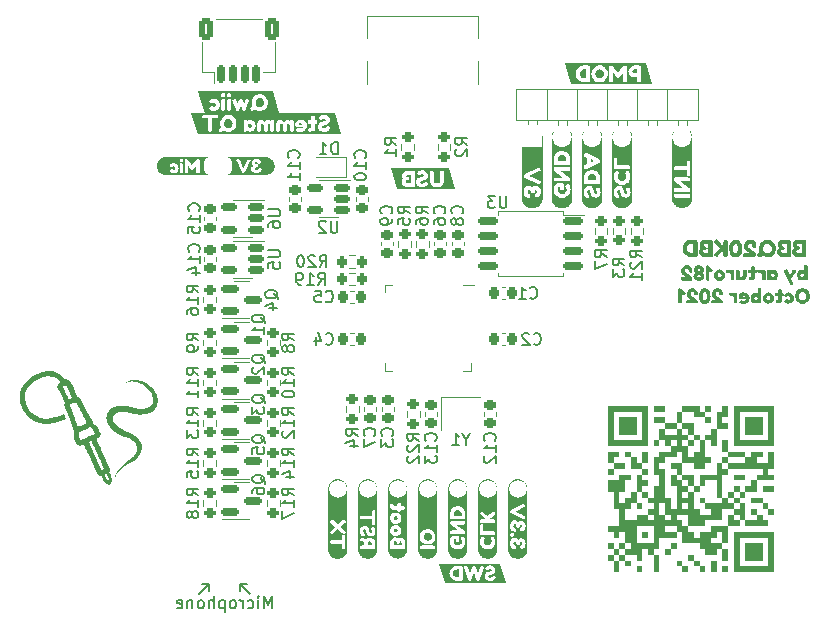
<source format=gbo>
G04 #@! TF.GenerationSoftware,KiCad,Pcbnew,9.0.0*
G04 #@! TF.CreationDate,2025-04-02T18:41:46+03:00*
G04 #@! TF.ProjectId,bbq20_keyboard,62627132-305f-46b6-9579-626f6172642e,2*
G04 #@! TF.SameCoordinates,Original*
G04 #@! TF.FileFunction,Legend,Bot*
G04 #@! TF.FilePolarity,Positive*
%FSLAX46Y46*%
G04 Gerber Fmt 4.6, Leading zero omitted, Abs format (unit mm)*
G04 Created by KiCad (PCBNEW 9.0.0) date 2025-04-02 18:41:46*
%MOMM*%
%LPD*%
G01*
G04 APERTURE LIST*
G04 Aperture macros list*
%AMRoundRect*
0 Rectangle with rounded corners*
0 $1 Rounding radius*
0 $2 $3 $4 $5 $6 $7 $8 $9 X,Y pos of 4 corners*
0 Add a 4 corners polygon primitive as box body*
4,1,4,$2,$3,$4,$5,$6,$7,$8,$9,$2,$3,0*
0 Add four circle primitives for the rounded corners*
1,1,$1+$1,$2,$3*
1,1,$1+$1,$4,$5*
1,1,$1+$1,$6,$7*
1,1,$1+$1,$8,$9*
0 Add four rect primitives between the rounded corners*
20,1,$1+$1,$2,$3,$4,$5,0*
20,1,$1+$1,$4,$5,$6,$7,0*
20,1,$1+$1,$6,$7,$8,$9,0*
20,1,$1+$1,$8,$9,$2,$3,0*%
%AMFreePoly0*
4,1,23,0.500000,-0.750000,0.000000,-0.750000,0.000000,-0.745722,-0.065263,-0.745722,-0.191342,-0.711940,-0.304381,-0.646677,-0.396677,-0.554381,-0.461940,-0.441342,-0.495722,-0.315263,-0.495722,-0.250000,-0.500000,-0.250000,-0.500000,0.250000,-0.495722,0.250000,-0.495722,0.315263,-0.461940,0.441342,-0.396677,0.554381,-0.304381,0.646677,-0.191342,0.711940,-0.065263,0.745722,0.000000,0.745722,
0.000000,0.750000,0.500000,0.750000,0.500000,-0.750000,0.500000,-0.750000,$1*%
%AMFreePoly1*
4,1,23,0.000000,0.745722,0.065263,0.745722,0.191342,0.711940,0.304381,0.646677,0.396677,0.554381,0.461940,0.441342,0.495722,0.315263,0.495722,0.250000,0.500000,0.250000,0.500000,-0.250000,0.495722,-0.250000,0.495722,-0.315263,0.461940,-0.441342,0.396677,-0.554381,0.304381,-0.646677,0.191342,-0.711940,0.065263,-0.745722,0.000000,-0.745722,0.000000,-0.750000,-0.500000,-0.750000,
-0.500000,0.750000,0.000000,0.750000,0.000000,0.745722,0.000000,0.745722,$1*%
G04 Aperture macros list end*
%ADD10C,0.150000*%
%ADD11C,0.120000*%
%ADD12C,0.000000*%
%ADD13RoundRect,0.200000X0.275000X-0.200000X0.275000X0.200000X-0.275000X0.200000X-0.275000X-0.200000X0*%
%ADD14RoundRect,0.225000X-0.250000X0.225000X-0.250000X-0.225000X0.250000X-0.225000X0.250000X0.225000X0*%
%ADD15C,2.700000*%
%ADD16RoundRect,0.200000X-0.275000X0.200000X-0.275000X-0.200000X0.275000X-0.200000X0.275000X0.200000X0*%
%ADD17C,1.500000*%
%ADD18RoundRect,0.150000X-0.587500X-0.150000X0.587500X-0.150000X0.587500X0.150000X-0.587500X0.150000X0*%
%ADD19RoundRect,0.200000X-0.200000X-0.275000X0.200000X-0.275000X0.200000X0.275000X-0.200000X0.275000X0*%
%ADD20RoundRect,0.225000X0.250000X-0.225000X0.250000X0.225000X-0.250000X0.225000X-0.250000X-0.225000X0*%
%ADD21RoundRect,0.225000X-0.225000X-0.250000X0.225000X-0.250000X0.225000X0.250000X-0.225000X0.250000X0*%
%ADD22RoundRect,0.150000X0.712500X0.150000X-0.712500X0.150000X-0.712500X-0.150000X0.712500X-0.150000X0*%
%ADD23O,0.875000X0.200000*%
%ADD24O,0.200000X0.875000*%
%ADD25R,0.800000X0.800000*%
%ADD26RoundRect,0.200000X0.200000X0.275000X-0.200000X0.275000X-0.200000X-0.275000X0.200000X-0.275000X0*%
%ADD27RoundRect,0.150000X0.512500X0.150000X-0.512500X0.150000X-0.512500X-0.150000X0.512500X-0.150000X0*%
%ADD28RoundRect,0.150000X-0.150000X-0.625000X0.150000X-0.625000X0.150000X0.625000X-0.150000X0.625000X0*%
%ADD29RoundRect,0.250000X-0.350000X-0.650000X0.350000X-0.650000X0.350000X0.650000X-0.350000X0.650000X0*%
%ADD30R,0.600000X0.450000*%
%ADD31RoundRect,0.225000X0.225000X0.250000X-0.225000X0.250000X-0.225000X-0.250000X0.225000X-0.250000X0*%
%ADD32R,1.700000X1.700000*%
%ADD33O,1.700000X1.700000*%
%ADD34FreePoly0,180.000000*%
%ADD35FreePoly1,180.000000*%
%ADD36C,0.650000*%
%ADD37R,0.600000X1.450000*%
%ADD38R,0.300000X1.450000*%
%ADD39O,1.000000X1.600000*%
%ADD40O,1.000000X2.100000*%
%ADD41R,1.150000X1.000000*%
G04 APERTURE END LIST*
D10*
X128851472Y-119148528D02*
X129700000Y-118300000D01*
X129700000Y-118300000D02*
X129700000Y-118865685D01*
X129700000Y-118300000D02*
X129134315Y-118300000D01*
X133148528Y-119148528D02*
X132300000Y-118300000D01*
X132300000Y-118300000D02*
X132300000Y-118865685D01*
X132300000Y-118300000D02*
X132865685Y-118300000D01*
X134999999Y-120354819D02*
X134999999Y-119354819D01*
X134999999Y-119354819D02*
X134666666Y-120069104D01*
X134666666Y-120069104D02*
X134333333Y-119354819D01*
X134333333Y-119354819D02*
X134333333Y-120354819D01*
X133857142Y-120354819D02*
X133857142Y-119688152D01*
X133857142Y-119354819D02*
X133904761Y-119402438D01*
X133904761Y-119402438D02*
X133857142Y-119450057D01*
X133857142Y-119450057D02*
X133809523Y-119402438D01*
X133809523Y-119402438D02*
X133857142Y-119354819D01*
X133857142Y-119354819D02*
X133857142Y-119450057D01*
X132952381Y-120307200D02*
X133047619Y-120354819D01*
X133047619Y-120354819D02*
X133238095Y-120354819D01*
X133238095Y-120354819D02*
X133333333Y-120307200D01*
X133333333Y-120307200D02*
X133380952Y-120259580D01*
X133380952Y-120259580D02*
X133428571Y-120164342D01*
X133428571Y-120164342D02*
X133428571Y-119878628D01*
X133428571Y-119878628D02*
X133380952Y-119783390D01*
X133380952Y-119783390D02*
X133333333Y-119735771D01*
X133333333Y-119735771D02*
X133238095Y-119688152D01*
X133238095Y-119688152D02*
X133047619Y-119688152D01*
X133047619Y-119688152D02*
X132952381Y-119735771D01*
X132523809Y-120354819D02*
X132523809Y-119688152D01*
X132523809Y-119878628D02*
X132476190Y-119783390D01*
X132476190Y-119783390D02*
X132428571Y-119735771D01*
X132428571Y-119735771D02*
X132333333Y-119688152D01*
X132333333Y-119688152D02*
X132238095Y-119688152D01*
X131761904Y-120354819D02*
X131857142Y-120307200D01*
X131857142Y-120307200D02*
X131904761Y-120259580D01*
X131904761Y-120259580D02*
X131952380Y-120164342D01*
X131952380Y-120164342D02*
X131952380Y-119878628D01*
X131952380Y-119878628D02*
X131904761Y-119783390D01*
X131904761Y-119783390D02*
X131857142Y-119735771D01*
X131857142Y-119735771D02*
X131761904Y-119688152D01*
X131761904Y-119688152D02*
X131619047Y-119688152D01*
X131619047Y-119688152D02*
X131523809Y-119735771D01*
X131523809Y-119735771D02*
X131476190Y-119783390D01*
X131476190Y-119783390D02*
X131428571Y-119878628D01*
X131428571Y-119878628D02*
X131428571Y-120164342D01*
X131428571Y-120164342D02*
X131476190Y-120259580D01*
X131476190Y-120259580D02*
X131523809Y-120307200D01*
X131523809Y-120307200D02*
X131619047Y-120354819D01*
X131619047Y-120354819D02*
X131761904Y-120354819D01*
X130999999Y-119688152D02*
X130999999Y-120688152D01*
X130999999Y-119735771D02*
X130904761Y-119688152D01*
X130904761Y-119688152D02*
X130714285Y-119688152D01*
X130714285Y-119688152D02*
X130619047Y-119735771D01*
X130619047Y-119735771D02*
X130571428Y-119783390D01*
X130571428Y-119783390D02*
X130523809Y-119878628D01*
X130523809Y-119878628D02*
X130523809Y-120164342D01*
X130523809Y-120164342D02*
X130571428Y-120259580D01*
X130571428Y-120259580D02*
X130619047Y-120307200D01*
X130619047Y-120307200D02*
X130714285Y-120354819D01*
X130714285Y-120354819D02*
X130904761Y-120354819D01*
X130904761Y-120354819D02*
X130999999Y-120307200D01*
X130095237Y-120354819D02*
X130095237Y-119354819D01*
X129666666Y-120354819D02*
X129666666Y-119831009D01*
X129666666Y-119831009D02*
X129714285Y-119735771D01*
X129714285Y-119735771D02*
X129809523Y-119688152D01*
X129809523Y-119688152D02*
X129952380Y-119688152D01*
X129952380Y-119688152D02*
X130047618Y-119735771D01*
X130047618Y-119735771D02*
X130095237Y-119783390D01*
X129047618Y-120354819D02*
X129142856Y-120307200D01*
X129142856Y-120307200D02*
X129190475Y-120259580D01*
X129190475Y-120259580D02*
X129238094Y-120164342D01*
X129238094Y-120164342D02*
X129238094Y-119878628D01*
X129238094Y-119878628D02*
X129190475Y-119783390D01*
X129190475Y-119783390D02*
X129142856Y-119735771D01*
X129142856Y-119735771D02*
X129047618Y-119688152D01*
X129047618Y-119688152D02*
X128904761Y-119688152D01*
X128904761Y-119688152D02*
X128809523Y-119735771D01*
X128809523Y-119735771D02*
X128761904Y-119783390D01*
X128761904Y-119783390D02*
X128714285Y-119878628D01*
X128714285Y-119878628D02*
X128714285Y-120164342D01*
X128714285Y-120164342D02*
X128761904Y-120259580D01*
X128761904Y-120259580D02*
X128809523Y-120307200D01*
X128809523Y-120307200D02*
X128904761Y-120354819D01*
X128904761Y-120354819D02*
X129047618Y-120354819D01*
X128285713Y-119688152D02*
X128285713Y-120354819D01*
X128285713Y-119783390D02*
X128238094Y-119735771D01*
X128238094Y-119735771D02*
X128142856Y-119688152D01*
X128142856Y-119688152D02*
X127999999Y-119688152D01*
X127999999Y-119688152D02*
X127904761Y-119735771D01*
X127904761Y-119735771D02*
X127857142Y-119831009D01*
X127857142Y-119831009D02*
X127857142Y-120354819D01*
X126999999Y-120307200D02*
X127095237Y-120354819D01*
X127095237Y-120354819D02*
X127285713Y-120354819D01*
X127285713Y-120354819D02*
X127380951Y-120307200D01*
X127380951Y-120307200D02*
X127428570Y-120211961D01*
X127428570Y-120211961D02*
X127428570Y-119831009D01*
X127428570Y-119831009D02*
X127380951Y-119735771D01*
X127380951Y-119735771D02*
X127285713Y-119688152D01*
X127285713Y-119688152D02*
X127095237Y-119688152D01*
X127095237Y-119688152D02*
X126999999Y-119735771D01*
X126999999Y-119735771D02*
X126952380Y-119831009D01*
X126952380Y-119831009D02*
X126952380Y-119926247D01*
X126952380Y-119926247D02*
X127428570Y-120021485D01*
X146704819Y-86933333D02*
X146228628Y-86600000D01*
X146704819Y-86361905D02*
X145704819Y-86361905D01*
X145704819Y-86361905D02*
X145704819Y-86742857D01*
X145704819Y-86742857D02*
X145752438Y-86838095D01*
X145752438Y-86838095D02*
X145800057Y-86885714D01*
X145800057Y-86885714D02*
X145895295Y-86933333D01*
X145895295Y-86933333D02*
X146038152Y-86933333D01*
X146038152Y-86933333D02*
X146133390Y-86885714D01*
X146133390Y-86885714D02*
X146181009Y-86838095D01*
X146181009Y-86838095D02*
X146228628Y-86742857D01*
X146228628Y-86742857D02*
X146228628Y-86361905D01*
X145704819Y-87838095D02*
X145704819Y-87361905D01*
X145704819Y-87361905D02*
X146181009Y-87314286D01*
X146181009Y-87314286D02*
X146133390Y-87361905D01*
X146133390Y-87361905D02*
X146085771Y-87457143D01*
X146085771Y-87457143D02*
X146085771Y-87695238D01*
X146085771Y-87695238D02*
X146133390Y-87790476D01*
X146133390Y-87790476D02*
X146181009Y-87838095D01*
X146181009Y-87838095D02*
X146276247Y-87885714D01*
X146276247Y-87885714D02*
X146514342Y-87885714D01*
X146514342Y-87885714D02*
X146609580Y-87838095D01*
X146609580Y-87838095D02*
X146657200Y-87790476D01*
X146657200Y-87790476D02*
X146704819Y-87695238D01*
X146704819Y-87695238D02*
X146704819Y-87457143D01*
X146704819Y-87457143D02*
X146657200Y-87361905D01*
X146657200Y-87361905D02*
X146609580Y-87314286D01*
X128809580Y-86707142D02*
X128857200Y-86659523D01*
X128857200Y-86659523D02*
X128904819Y-86516666D01*
X128904819Y-86516666D02*
X128904819Y-86421428D01*
X128904819Y-86421428D02*
X128857200Y-86278571D01*
X128857200Y-86278571D02*
X128761961Y-86183333D01*
X128761961Y-86183333D02*
X128666723Y-86135714D01*
X128666723Y-86135714D02*
X128476247Y-86088095D01*
X128476247Y-86088095D02*
X128333390Y-86088095D01*
X128333390Y-86088095D02*
X128142914Y-86135714D01*
X128142914Y-86135714D02*
X128047676Y-86183333D01*
X128047676Y-86183333D02*
X127952438Y-86278571D01*
X127952438Y-86278571D02*
X127904819Y-86421428D01*
X127904819Y-86421428D02*
X127904819Y-86516666D01*
X127904819Y-86516666D02*
X127952438Y-86659523D01*
X127952438Y-86659523D02*
X128000057Y-86707142D01*
X128904819Y-87659523D02*
X128904819Y-87088095D01*
X128904819Y-87373809D02*
X127904819Y-87373809D01*
X127904819Y-87373809D02*
X128047676Y-87278571D01*
X128047676Y-87278571D02*
X128142914Y-87183333D01*
X128142914Y-87183333D02*
X128190533Y-87088095D01*
X127904819Y-88564285D02*
X127904819Y-88088095D01*
X127904819Y-88088095D02*
X128381009Y-88040476D01*
X128381009Y-88040476D02*
X128333390Y-88088095D01*
X128333390Y-88088095D02*
X128285771Y-88183333D01*
X128285771Y-88183333D02*
X128285771Y-88421428D01*
X128285771Y-88421428D02*
X128333390Y-88516666D01*
X128333390Y-88516666D02*
X128381009Y-88564285D01*
X128381009Y-88564285D02*
X128476247Y-88611904D01*
X128476247Y-88611904D02*
X128714342Y-88611904D01*
X128714342Y-88611904D02*
X128809580Y-88564285D01*
X128809580Y-88564285D02*
X128857200Y-88516666D01*
X128857200Y-88516666D02*
X128904819Y-88421428D01*
X128904819Y-88421428D02*
X128904819Y-88183333D01*
X128904819Y-88183333D02*
X128857200Y-88088095D01*
X128857200Y-88088095D02*
X128809580Y-88040476D01*
X128792319Y-100607143D02*
X128316128Y-100273810D01*
X128792319Y-100035715D02*
X127792319Y-100035715D01*
X127792319Y-100035715D02*
X127792319Y-100416667D01*
X127792319Y-100416667D02*
X127839938Y-100511905D01*
X127839938Y-100511905D02*
X127887557Y-100559524D01*
X127887557Y-100559524D02*
X127982795Y-100607143D01*
X127982795Y-100607143D02*
X128125652Y-100607143D01*
X128125652Y-100607143D02*
X128220890Y-100559524D01*
X128220890Y-100559524D02*
X128268509Y-100511905D01*
X128268509Y-100511905D02*
X128316128Y-100416667D01*
X128316128Y-100416667D02*
X128316128Y-100035715D01*
X128792319Y-101559524D02*
X128792319Y-100988096D01*
X128792319Y-101273810D02*
X127792319Y-101273810D01*
X127792319Y-101273810D02*
X127935176Y-101178572D01*
X127935176Y-101178572D02*
X128030414Y-101083334D01*
X128030414Y-101083334D02*
X128078033Y-100988096D01*
X128792319Y-102511905D02*
X128792319Y-101940477D01*
X128792319Y-102226191D02*
X127792319Y-102226191D01*
X127792319Y-102226191D02*
X127935176Y-102130953D01*
X127935176Y-102130953D02*
X128030414Y-102035715D01*
X128030414Y-102035715D02*
X128078033Y-101940477D01*
X166354819Y-90657142D02*
X165878628Y-90323809D01*
X166354819Y-90085714D02*
X165354819Y-90085714D01*
X165354819Y-90085714D02*
X165354819Y-90466666D01*
X165354819Y-90466666D02*
X165402438Y-90561904D01*
X165402438Y-90561904D02*
X165450057Y-90609523D01*
X165450057Y-90609523D02*
X165545295Y-90657142D01*
X165545295Y-90657142D02*
X165688152Y-90657142D01*
X165688152Y-90657142D02*
X165783390Y-90609523D01*
X165783390Y-90609523D02*
X165831009Y-90561904D01*
X165831009Y-90561904D02*
X165878628Y-90466666D01*
X165878628Y-90466666D02*
X165878628Y-90085714D01*
X165450057Y-91038095D02*
X165402438Y-91085714D01*
X165402438Y-91085714D02*
X165354819Y-91180952D01*
X165354819Y-91180952D02*
X165354819Y-91419047D01*
X165354819Y-91419047D02*
X165402438Y-91514285D01*
X165402438Y-91514285D02*
X165450057Y-91561904D01*
X165450057Y-91561904D02*
X165545295Y-91609523D01*
X165545295Y-91609523D02*
X165640533Y-91609523D01*
X165640533Y-91609523D02*
X165783390Y-91561904D01*
X165783390Y-91561904D02*
X166354819Y-90990476D01*
X166354819Y-90990476D02*
X166354819Y-91609523D01*
X166354819Y-92561904D02*
X166354819Y-91990476D01*
X166354819Y-92276190D02*
X165354819Y-92276190D01*
X165354819Y-92276190D02*
X165497676Y-92180952D01*
X165497676Y-92180952D02*
X165592914Y-92085714D01*
X165592914Y-92085714D02*
X165640533Y-91990476D01*
X135550057Y-94154761D02*
X135502438Y-94059523D01*
X135502438Y-94059523D02*
X135407200Y-93964285D01*
X135407200Y-93964285D02*
X135264342Y-93821428D01*
X135264342Y-93821428D02*
X135216723Y-93726190D01*
X135216723Y-93726190D02*
X135216723Y-93630952D01*
X135454819Y-93678571D02*
X135407200Y-93583333D01*
X135407200Y-93583333D02*
X135311961Y-93488095D01*
X135311961Y-93488095D02*
X135121485Y-93440476D01*
X135121485Y-93440476D02*
X134788152Y-93440476D01*
X134788152Y-93440476D02*
X134597676Y-93488095D01*
X134597676Y-93488095D02*
X134502438Y-93583333D01*
X134502438Y-93583333D02*
X134454819Y-93678571D01*
X134454819Y-93678571D02*
X134454819Y-93869047D01*
X134454819Y-93869047D02*
X134502438Y-93964285D01*
X134502438Y-93964285D02*
X134597676Y-94059523D01*
X134597676Y-94059523D02*
X134788152Y-94107142D01*
X134788152Y-94107142D02*
X135121485Y-94107142D01*
X135121485Y-94107142D02*
X135311961Y-94059523D01*
X135311961Y-94059523D02*
X135407200Y-93964285D01*
X135407200Y-93964285D02*
X135454819Y-93869047D01*
X135454819Y-93869047D02*
X135454819Y-93678571D01*
X134788152Y-94964285D02*
X135454819Y-94964285D01*
X134407200Y-94726190D02*
X135121485Y-94488095D01*
X135121485Y-94488095D02*
X135121485Y-95107142D01*
X128792319Y-107407142D02*
X128316128Y-107073809D01*
X128792319Y-106835714D02*
X127792319Y-106835714D01*
X127792319Y-106835714D02*
X127792319Y-107216666D01*
X127792319Y-107216666D02*
X127839938Y-107311904D01*
X127839938Y-107311904D02*
X127887557Y-107359523D01*
X127887557Y-107359523D02*
X127982795Y-107407142D01*
X127982795Y-107407142D02*
X128125652Y-107407142D01*
X128125652Y-107407142D02*
X128220890Y-107359523D01*
X128220890Y-107359523D02*
X128268509Y-107311904D01*
X128268509Y-107311904D02*
X128316128Y-107216666D01*
X128316128Y-107216666D02*
X128316128Y-106835714D01*
X128792319Y-108359523D02*
X128792319Y-107788095D01*
X128792319Y-108073809D02*
X127792319Y-108073809D01*
X127792319Y-108073809D02*
X127935176Y-107978571D01*
X127935176Y-107978571D02*
X128030414Y-107883333D01*
X128030414Y-107883333D02*
X128078033Y-107788095D01*
X127792319Y-109264285D02*
X127792319Y-108788095D01*
X127792319Y-108788095D02*
X128268509Y-108740476D01*
X128268509Y-108740476D02*
X128220890Y-108788095D01*
X128220890Y-108788095D02*
X128173271Y-108883333D01*
X128173271Y-108883333D02*
X128173271Y-109121428D01*
X128173271Y-109121428D02*
X128220890Y-109216666D01*
X128220890Y-109216666D02*
X128268509Y-109264285D01*
X128268509Y-109264285D02*
X128363747Y-109311904D01*
X128363747Y-109311904D02*
X128601842Y-109311904D01*
X128601842Y-109311904D02*
X128697080Y-109264285D01*
X128697080Y-109264285D02*
X128744700Y-109216666D01*
X128744700Y-109216666D02*
X128792319Y-109121428D01*
X128792319Y-109121428D02*
X128792319Y-108883333D01*
X128792319Y-108883333D02*
X128744700Y-108788095D01*
X128744700Y-108788095D02*
X128697080Y-108740476D01*
X134450057Y-103004761D02*
X134402438Y-102909523D01*
X134402438Y-102909523D02*
X134307200Y-102814285D01*
X134307200Y-102814285D02*
X134164342Y-102671428D01*
X134164342Y-102671428D02*
X134116723Y-102576190D01*
X134116723Y-102576190D02*
X134116723Y-102480952D01*
X134354819Y-102528571D02*
X134307200Y-102433333D01*
X134307200Y-102433333D02*
X134211961Y-102338095D01*
X134211961Y-102338095D02*
X134021485Y-102290476D01*
X134021485Y-102290476D02*
X133688152Y-102290476D01*
X133688152Y-102290476D02*
X133497676Y-102338095D01*
X133497676Y-102338095D02*
X133402438Y-102433333D01*
X133402438Y-102433333D02*
X133354819Y-102528571D01*
X133354819Y-102528571D02*
X133354819Y-102719047D01*
X133354819Y-102719047D02*
X133402438Y-102814285D01*
X133402438Y-102814285D02*
X133497676Y-102909523D01*
X133497676Y-102909523D02*
X133688152Y-102957142D01*
X133688152Y-102957142D02*
X134021485Y-102957142D01*
X134021485Y-102957142D02*
X134211961Y-102909523D01*
X134211961Y-102909523D02*
X134307200Y-102814285D01*
X134307200Y-102814285D02*
X134354819Y-102719047D01*
X134354819Y-102719047D02*
X134354819Y-102528571D01*
X133354819Y-103290476D02*
X133354819Y-103909523D01*
X133354819Y-103909523D02*
X133735771Y-103576190D01*
X133735771Y-103576190D02*
X133735771Y-103719047D01*
X133735771Y-103719047D02*
X133783390Y-103814285D01*
X133783390Y-103814285D02*
X133831009Y-103861904D01*
X133831009Y-103861904D02*
X133926247Y-103909523D01*
X133926247Y-103909523D02*
X134164342Y-103909523D01*
X134164342Y-103909523D02*
X134259580Y-103861904D01*
X134259580Y-103861904D02*
X134307200Y-103814285D01*
X134307200Y-103814285D02*
X134354819Y-103719047D01*
X134354819Y-103719047D02*
X134354819Y-103433333D01*
X134354819Y-103433333D02*
X134307200Y-103338095D01*
X134307200Y-103338095D02*
X134259580Y-103290476D01*
X136892319Y-110807143D02*
X136416128Y-110473810D01*
X136892319Y-110235715D02*
X135892319Y-110235715D01*
X135892319Y-110235715D02*
X135892319Y-110616667D01*
X135892319Y-110616667D02*
X135939938Y-110711905D01*
X135939938Y-110711905D02*
X135987557Y-110759524D01*
X135987557Y-110759524D02*
X136082795Y-110807143D01*
X136082795Y-110807143D02*
X136225652Y-110807143D01*
X136225652Y-110807143D02*
X136320890Y-110759524D01*
X136320890Y-110759524D02*
X136368509Y-110711905D01*
X136368509Y-110711905D02*
X136416128Y-110616667D01*
X136416128Y-110616667D02*
X136416128Y-110235715D01*
X136892319Y-111759524D02*
X136892319Y-111188096D01*
X136892319Y-111473810D02*
X135892319Y-111473810D01*
X135892319Y-111473810D02*
X136035176Y-111378572D01*
X136035176Y-111378572D02*
X136130414Y-111283334D01*
X136130414Y-111283334D02*
X136178033Y-111188096D01*
X135892319Y-112092858D02*
X135892319Y-112759524D01*
X135892319Y-112759524D02*
X136892319Y-112330953D01*
X138942857Y-92954819D02*
X139276190Y-92478628D01*
X139514285Y-92954819D02*
X139514285Y-91954819D01*
X139514285Y-91954819D02*
X139133333Y-91954819D01*
X139133333Y-91954819D02*
X139038095Y-92002438D01*
X139038095Y-92002438D02*
X138990476Y-92050057D01*
X138990476Y-92050057D02*
X138942857Y-92145295D01*
X138942857Y-92145295D02*
X138942857Y-92288152D01*
X138942857Y-92288152D02*
X138990476Y-92383390D01*
X138990476Y-92383390D02*
X139038095Y-92431009D01*
X139038095Y-92431009D02*
X139133333Y-92478628D01*
X139133333Y-92478628D02*
X139514285Y-92478628D01*
X137990476Y-92954819D02*
X138561904Y-92954819D01*
X138276190Y-92954819D02*
X138276190Y-91954819D01*
X138276190Y-91954819D02*
X138371428Y-92097676D01*
X138371428Y-92097676D02*
X138466666Y-92192914D01*
X138466666Y-92192914D02*
X138561904Y-92240533D01*
X137514285Y-92954819D02*
X137323809Y-92954819D01*
X137323809Y-92954819D02*
X137228571Y-92907200D01*
X137228571Y-92907200D02*
X137180952Y-92859580D01*
X137180952Y-92859580D02*
X137085714Y-92716723D01*
X137085714Y-92716723D02*
X137038095Y-92526247D01*
X137038095Y-92526247D02*
X137038095Y-92145295D01*
X137038095Y-92145295D02*
X137085714Y-92050057D01*
X137085714Y-92050057D02*
X137133333Y-92002438D01*
X137133333Y-92002438D02*
X137228571Y-91954819D01*
X137228571Y-91954819D02*
X137419047Y-91954819D01*
X137419047Y-91954819D02*
X137514285Y-92002438D01*
X137514285Y-92002438D02*
X137561904Y-92050057D01*
X137561904Y-92050057D02*
X137609523Y-92145295D01*
X137609523Y-92145295D02*
X137609523Y-92383390D01*
X137609523Y-92383390D02*
X137561904Y-92478628D01*
X137561904Y-92478628D02*
X137514285Y-92526247D01*
X137514285Y-92526247D02*
X137419047Y-92573866D01*
X137419047Y-92573866D02*
X137228571Y-92573866D01*
X137228571Y-92573866D02*
X137133333Y-92526247D01*
X137133333Y-92526247D02*
X137085714Y-92478628D01*
X137085714Y-92478628D02*
X137038095Y-92383390D01*
X151109582Y-86933333D02*
X151157202Y-86885714D01*
X151157202Y-86885714D02*
X151204821Y-86742857D01*
X151204821Y-86742857D02*
X151204821Y-86647619D01*
X151204821Y-86647619D02*
X151157202Y-86504762D01*
X151157202Y-86504762D02*
X151061963Y-86409524D01*
X151061963Y-86409524D02*
X150966725Y-86361905D01*
X150966725Y-86361905D02*
X150776249Y-86314286D01*
X150776249Y-86314286D02*
X150633392Y-86314286D01*
X150633392Y-86314286D02*
X150442916Y-86361905D01*
X150442916Y-86361905D02*
X150347678Y-86409524D01*
X150347678Y-86409524D02*
X150252440Y-86504762D01*
X150252440Y-86504762D02*
X150204821Y-86647619D01*
X150204821Y-86647619D02*
X150204821Y-86742857D01*
X150204821Y-86742857D02*
X150252440Y-86885714D01*
X150252440Y-86885714D02*
X150300059Y-86933333D01*
X150633392Y-87504762D02*
X150585773Y-87409524D01*
X150585773Y-87409524D02*
X150538154Y-87361905D01*
X150538154Y-87361905D02*
X150442916Y-87314286D01*
X150442916Y-87314286D02*
X150395297Y-87314286D01*
X150395297Y-87314286D02*
X150300059Y-87361905D01*
X150300059Y-87361905D02*
X150252440Y-87409524D01*
X150252440Y-87409524D02*
X150204821Y-87504762D01*
X150204821Y-87504762D02*
X150204821Y-87695238D01*
X150204821Y-87695238D02*
X150252440Y-87790476D01*
X150252440Y-87790476D02*
X150300059Y-87838095D01*
X150300059Y-87838095D02*
X150395297Y-87885714D01*
X150395297Y-87885714D02*
X150442916Y-87885714D01*
X150442916Y-87885714D02*
X150538154Y-87838095D01*
X150538154Y-87838095D02*
X150585773Y-87790476D01*
X150585773Y-87790476D02*
X150633392Y-87695238D01*
X150633392Y-87695238D02*
X150633392Y-87504762D01*
X150633392Y-87504762D02*
X150681011Y-87409524D01*
X150681011Y-87409524D02*
X150728630Y-87361905D01*
X150728630Y-87361905D02*
X150823868Y-87314286D01*
X150823868Y-87314286D02*
X151014344Y-87314286D01*
X151014344Y-87314286D02*
X151109582Y-87361905D01*
X151109582Y-87361905D02*
X151157202Y-87409524D01*
X151157202Y-87409524D02*
X151204821Y-87504762D01*
X151204821Y-87504762D02*
X151204821Y-87695238D01*
X151204821Y-87695238D02*
X151157202Y-87790476D01*
X151157202Y-87790476D02*
X151109582Y-87838095D01*
X151109582Y-87838095D02*
X151014344Y-87885714D01*
X151014344Y-87885714D02*
X150823868Y-87885714D01*
X150823868Y-87885714D02*
X150728630Y-87838095D01*
X150728630Y-87838095D02*
X150681011Y-87790476D01*
X150681011Y-87790476D02*
X150633392Y-87695238D01*
X142897081Y-82207143D02*
X142944701Y-82159524D01*
X142944701Y-82159524D02*
X142992320Y-82016667D01*
X142992320Y-82016667D02*
X142992320Y-81921429D01*
X142992320Y-81921429D02*
X142944701Y-81778572D01*
X142944701Y-81778572D02*
X142849462Y-81683334D01*
X142849462Y-81683334D02*
X142754224Y-81635715D01*
X142754224Y-81635715D02*
X142563748Y-81588096D01*
X142563748Y-81588096D02*
X142420891Y-81588096D01*
X142420891Y-81588096D02*
X142230415Y-81635715D01*
X142230415Y-81635715D02*
X142135177Y-81683334D01*
X142135177Y-81683334D02*
X142039939Y-81778572D01*
X142039939Y-81778572D02*
X141992320Y-81921429D01*
X141992320Y-81921429D02*
X141992320Y-82016667D01*
X141992320Y-82016667D02*
X142039939Y-82159524D01*
X142039939Y-82159524D02*
X142087558Y-82207143D01*
X142992320Y-83159524D02*
X142992320Y-82588096D01*
X142992320Y-82873810D02*
X141992320Y-82873810D01*
X141992320Y-82873810D02*
X142135177Y-82778572D01*
X142135177Y-82778572D02*
X142230415Y-82683334D01*
X142230415Y-82683334D02*
X142278034Y-82588096D01*
X141992320Y-83778572D02*
X141992320Y-83873810D01*
X141992320Y-83873810D02*
X142039939Y-83969048D01*
X142039939Y-83969048D02*
X142087558Y-84016667D01*
X142087558Y-84016667D02*
X142182796Y-84064286D01*
X142182796Y-84064286D02*
X142373272Y-84111905D01*
X142373272Y-84111905D02*
X142611367Y-84111905D01*
X142611367Y-84111905D02*
X142801843Y-84064286D01*
X142801843Y-84064286D02*
X142897081Y-84016667D01*
X142897081Y-84016667D02*
X142944701Y-83969048D01*
X142944701Y-83969048D02*
X142992320Y-83873810D01*
X142992320Y-83873810D02*
X142992320Y-83778572D01*
X142992320Y-83778572D02*
X142944701Y-83683334D01*
X142944701Y-83683334D02*
X142897081Y-83635715D01*
X142897081Y-83635715D02*
X142801843Y-83588096D01*
X142801843Y-83588096D02*
X142611367Y-83540477D01*
X142611367Y-83540477D02*
X142373272Y-83540477D01*
X142373272Y-83540477D02*
X142182796Y-83588096D01*
X142182796Y-83588096D02*
X142087558Y-83635715D01*
X142087558Y-83635715D02*
X142039939Y-83683334D01*
X142039939Y-83683334D02*
X141992320Y-83778572D01*
X134450057Y-96204761D02*
X134402438Y-96109523D01*
X134402438Y-96109523D02*
X134307200Y-96014285D01*
X134307200Y-96014285D02*
X134164342Y-95871428D01*
X134164342Y-95871428D02*
X134116723Y-95776190D01*
X134116723Y-95776190D02*
X134116723Y-95680952D01*
X134354819Y-95728571D02*
X134307200Y-95633333D01*
X134307200Y-95633333D02*
X134211961Y-95538095D01*
X134211961Y-95538095D02*
X134021485Y-95490476D01*
X134021485Y-95490476D02*
X133688152Y-95490476D01*
X133688152Y-95490476D02*
X133497676Y-95538095D01*
X133497676Y-95538095D02*
X133402438Y-95633333D01*
X133402438Y-95633333D02*
X133354819Y-95728571D01*
X133354819Y-95728571D02*
X133354819Y-95919047D01*
X133354819Y-95919047D02*
X133402438Y-96014285D01*
X133402438Y-96014285D02*
X133497676Y-96109523D01*
X133497676Y-96109523D02*
X133688152Y-96157142D01*
X133688152Y-96157142D02*
X134021485Y-96157142D01*
X134021485Y-96157142D02*
X134211961Y-96109523D01*
X134211961Y-96109523D02*
X134307200Y-96014285D01*
X134307200Y-96014285D02*
X134354819Y-95919047D01*
X134354819Y-95919047D02*
X134354819Y-95728571D01*
X134354819Y-97109523D02*
X134354819Y-96538095D01*
X134354819Y-96823809D02*
X133354819Y-96823809D01*
X133354819Y-96823809D02*
X133497676Y-96728571D01*
X133497676Y-96728571D02*
X133592914Y-96633333D01*
X133592914Y-96633333D02*
X133640533Y-96538095D01*
X153859582Y-106157143D02*
X153907202Y-106109524D01*
X153907202Y-106109524D02*
X153954821Y-105966667D01*
X153954821Y-105966667D02*
X153954821Y-105871429D01*
X153954821Y-105871429D02*
X153907202Y-105728572D01*
X153907202Y-105728572D02*
X153811963Y-105633334D01*
X153811963Y-105633334D02*
X153716725Y-105585715D01*
X153716725Y-105585715D02*
X153526249Y-105538096D01*
X153526249Y-105538096D02*
X153383392Y-105538096D01*
X153383392Y-105538096D02*
X153192916Y-105585715D01*
X153192916Y-105585715D02*
X153097678Y-105633334D01*
X153097678Y-105633334D02*
X153002440Y-105728572D01*
X153002440Y-105728572D02*
X152954821Y-105871429D01*
X152954821Y-105871429D02*
X152954821Y-105966667D01*
X152954821Y-105966667D02*
X153002440Y-106109524D01*
X153002440Y-106109524D02*
X153050059Y-106157143D01*
X153954821Y-107109524D02*
X153954821Y-106538096D01*
X153954821Y-106823810D02*
X152954821Y-106823810D01*
X152954821Y-106823810D02*
X153097678Y-106728572D01*
X153097678Y-106728572D02*
X153192916Y-106633334D01*
X153192916Y-106633334D02*
X153240535Y-106538096D01*
X153050059Y-107490477D02*
X153002440Y-107538096D01*
X153002440Y-107538096D02*
X152954821Y-107633334D01*
X152954821Y-107633334D02*
X152954821Y-107871429D01*
X152954821Y-107871429D02*
X153002440Y-107966667D01*
X153002440Y-107966667D02*
X153050059Y-108014286D01*
X153050059Y-108014286D02*
X153145297Y-108061905D01*
X153145297Y-108061905D02*
X153240535Y-108061905D01*
X153240535Y-108061905D02*
X153383392Y-108014286D01*
X153383392Y-108014286D02*
X153954821Y-107442858D01*
X153954821Y-107442858D02*
X153954821Y-108061905D01*
X157166666Y-97959580D02*
X157214285Y-98007200D01*
X157214285Y-98007200D02*
X157357142Y-98054819D01*
X157357142Y-98054819D02*
X157452380Y-98054819D01*
X157452380Y-98054819D02*
X157595237Y-98007200D01*
X157595237Y-98007200D02*
X157690475Y-97911961D01*
X157690475Y-97911961D02*
X157738094Y-97816723D01*
X157738094Y-97816723D02*
X157785713Y-97626247D01*
X157785713Y-97626247D02*
X157785713Y-97483390D01*
X157785713Y-97483390D02*
X157738094Y-97292914D01*
X157738094Y-97292914D02*
X157690475Y-97197676D01*
X157690475Y-97197676D02*
X157595237Y-97102438D01*
X157595237Y-97102438D02*
X157452380Y-97054819D01*
X157452380Y-97054819D02*
X157357142Y-97054819D01*
X157357142Y-97054819D02*
X157214285Y-97102438D01*
X157214285Y-97102438D02*
X157166666Y-97150057D01*
X156785713Y-97150057D02*
X156738094Y-97102438D01*
X156738094Y-97102438D02*
X156642856Y-97054819D01*
X156642856Y-97054819D02*
X156404761Y-97054819D01*
X156404761Y-97054819D02*
X156309523Y-97102438D01*
X156309523Y-97102438D02*
X156261904Y-97150057D01*
X156261904Y-97150057D02*
X156214285Y-97245295D01*
X156214285Y-97245295D02*
X156214285Y-97340533D01*
X156214285Y-97340533D02*
X156261904Y-97483390D01*
X156261904Y-97483390D02*
X156833332Y-98054819D01*
X156833332Y-98054819D02*
X156214285Y-98054819D01*
X128792319Y-93607142D02*
X128316128Y-93273809D01*
X128792319Y-93035714D02*
X127792319Y-93035714D01*
X127792319Y-93035714D02*
X127792319Y-93416666D01*
X127792319Y-93416666D02*
X127839938Y-93511904D01*
X127839938Y-93511904D02*
X127887557Y-93559523D01*
X127887557Y-93559523D02*
X127982795Y-93607142D01*
X127982795Y-93607142D02*
X128125652Y-93607142D01*
X128125652Y-93607142D02*
X128220890Y-93559523D01*
X128220890Y-93559523D02*
X128268509Y-93511904D01*
X128268509Y-93511904D02*
X128316128Y-93416666D01*
X128316128Y-93416666D02*
X128316128Y-93035714D01*
X128792319Y-94559523D02*
X128792319Y-93988095D01*
X128792319Y-94273809D02*
X127792319Y-94273809D01*
X127792319Y-94273809D02*
X127935176Y-94178571D01*
X127935176Y-94178571D02*
X128030414Y-94083333D01*
X128030414Y-94083333D02*
X128078033Y-93988095D01*
X127792319Y-95416666D02*
X127792319Y-95226190D01*
X127792319Y-95226190D02*
X127839938Y-95130952D01*
X127839938Y-95130952D02*
X127887557Y-95083333D01*
X127887557Y-95083333D02*
X128030414Y-94988095D01*
X128030414Y-94988095D02*
X128220890Y-94940476D01*
X128220890Y-94940476D02*
X128601842Y-94940476D01*
X128601842Y-94940476D02*
X128697080Y-94988095D01*
X128697080Y-94988095D02*
X128744700Y-95035714D01*
X128744700Y-95035714D02*
X128792319Y-95130952D01*
X128792319Y-95130952D02*
X128792319Y-95321428D01*
X128792319Y-95321428D02*
X128744700Y-95416666D01*
X128744700Y-95416666D02*
X128697080Y-95464285D01*
X128697080Y-95464285D02*
X128601842Y-95511904D01*
X128601842Y-95511904D02*
X128363747Y-95511904D01*
X128363747Y-95511904D02*
X128268509Y-95464285D01*
X128268509Y-95464285D02*
X128220890Y-95416666D01*
X128220890Y-95416666D02*
X128173271Y-95321428D01*
X128173271Y-95321428D02*
X128173271Y-95130952D01*
X128173271Y-95130952D02*
X128220890Y-95035714D01*
X128220890Y-95035714D02*
X128268509Y-94988095D01*
X128268509Y-94988095D02*
X128363747Y-94940476D01*
X134450057Y-106404761D02*
X134402438Y-106309523D01*
X134402438Y-106309523D02*
X134307200Y-106214285D01*
X134307200Y-106214285D02*
X134164342Y-106071428D01*
X134164342Y-106071428D02*
X134116723Y-105976190D01*
X134116723Y-105976190D02*
X134116723Y-105880952D01*
X134354819Y-105928571D02*
X134307200Y-105833333D01*
X134307200Y-105833333D02*
X134211961Y-105738095D01*
X134211961Y-105738095D02*
X134021485Y-105690476D01*
X134021485Y-105690476D02*
X133688152Y-105690476D01*
X133688152Y-105690476D02*
X133497676Y-105738095D01*
X133497676Y-105738095D02*
X133402438Y-105833333D01*
X133402438Y-105833333D02*
X133354819Y-105928571D01*
X133354819Y-105928571D02*
X133354819Y-106119047D01*
X133354819Y-106119047D02*
X133402438Y-106214285D01*
X133402438Y-106214285D02*
X133497676Y-106309523D01*
X133497676Y-106309523D02*
X133688152Y-106357142D01*
X133688152Y-106357142D02*
X134021485Y-106357142D01*
X134021485Y-106357142D02*
X134211961Y-106309523D01*
X134211961Y-106309523D02*
X134307200Y-106214285D01*
X134307200Y-106214285D02*
X134354819Y-106119047D01*
X134354819Y-106119047D02*
X134354819Y-105928571D01*
X133354819Y-107261904D02*
X133354819Y-106785714D01*
X133354819Y-106785714D02*
X133831009Y-106738095D01*
X133831009Y-106738095D02*
X133783390Y-106785714D01*
X133783390Y-106785714D02*
X133735771Y-106880952D01*
X133735771Y-106880952D02*
X133735771Y-107119047D01*
X133735771Y-107119047D02*
X133783390Y-107214285D01*
X133783390Y-107214285D02*
X133831009Y-107261904D01*
X133831009Y-107261904D02*
X133926247Y-107309523D01*
X133926247Y-107309523D02*
X134164342Y-107309523D01*
X134164342Y-107309523D02*
X134259580Y-107261904D01*
X134259580Y-107261904D02*
X134307200Y-107214285D01*
X134307200Y-107214285D02*
X134354819Y-107119047D01*
X134354819Y-107119047D02*
X134354819Y-106880952D01*
X134354819Y-106880952D02*
X134307200Y-106785714D01*
X134307200Y-106785714D02*
X134259580Y-106738095D01*
X154861904Y-85454819D02*
X154861904Y-86264342D01*
X154861904Y-86264342D02*
X154814285Y-86359580D01*
X154814285Y-86359580D02*
X154766666Y-86407200D01*
X154766666Y-86407200D02*
X154671428Y-86454819D01*
X154671428Y-86454819D02*
X154480952Y-86454819D01*
X154480952Y-86454819D02*
X154385714Y-86407200D01*
X154385714Y-86407200D02*
X154338095Y-86359580D01*
X154338095Y-86359580D02*
X154290476Y-86264342D01*
X154290476Y-86264342D02*
X154290476Y-85454819D01*
X153909523Y-85454819D02*
X153290476Y-85454819D01*
X153290476Y-85454819D02*
X153623809Y-85835771D01*
X153623809Y-85835771D02*
X153480952Y-85835771D01*
X153480952Y-85835771D02*
X153385714Y-85883390D01*
X153385714Y-85883390D02*
X153338095Y-85931009D01*
X153338095Y-85931009D02*
X153290476Y-86026247D01*
X153290476Y-86026247D02*
X153290476Y-86264342D01*
X153290476Y-86264342D02*
X153338095Y-86359580D01*
X153338095Y-86359580D02*
X153385714Y-86407200D01*
X153385714Y-86407200D02*
X153480952Y-86454819D01*
X153480952Y-86454819D02*
X153766666Y-86454819D01*
X153766666Y-86454819D02*
X153861904Y-86407200D01*
X153861904Y-86407200D02*
X153909523Y-86359580D01*
X148859580Y-106157142D02*
X148907200Y-106109523D01*
X148907200Y-106109523D02*
X148954819Y-105966666D01*
X148954819Y-105966666D02*
X148954819Y-105871428D01*
X148954819Y-105871428D02*
X148907200Y-105728571D01*
X148907200Y-105728571D02*
X148811961Y-105633333D01*
X148811961Y-105633333D02*
X148716723Y-105585714D01*
X148716723Y-105585714D02*
X148526247Y-105538095D01*
X148526247Y-105538095D02*
X148383390Y-105538095D01*
X148383390Y-105538095D02*
X148192914Y-105585714D01*
X148192914Y-105585714D02*
X148097676Y-105633333D01*
X148097676Y-105633333D02*
X148002438Y-105728571D01*
X148002438Y-105728571D02*
X147954819Y-105871428D01*
X147954819Y-105871428D02*
X147954819Y-105966666D01*
X147954819Y-105966666D02*
X148002438Y-106109523D01*
X148002438Y-106109523D02*
X148050057Y-106157142D01*
X148954819Y-107109523D02*
X148954819Y-106538095D01*
X148954819Y-106823809D02*
X147954819Y-106823809D01*
X147954819Y-106823809D02*
X148097676Y-106728571D01*
X148097676Y-106728571D02*
X148192914Y-106633333D01*
X148192914Y-106633333D02*
X148240533Y-106538095D01*
X147954819Y-107442857D02*
X147954819Y-108061904D01*
X147954819Y-108061904D02*
X148335771Y-107728571D01*
X148335771Y-107728571D02*
X148335771Y-107871428D01*
X148335771Y-107871428D02*
X148383390Y-107966666D01*
X148383390Y-107966666D02*
X148431009Y-108014285D01*
X148431009Y-108014285D02*
X148526247Y-108061904D01*
X148526247Y-108061904D02*
X148764342Y-108061904D01*
X148764342Y-108061904D02*
X148859580Y-108014285D01*
X148859580Y-108014285D02*
X148907200Y-107966666D01*
X148907200Y-107966666D02*
X148954819Y-107871428D01*
X148954819Y-107871428D02*
X148954819Y-107585714D01*
X148954819Y-107585714D02*
X148907200Y-107490476D01*
X148907200Y-107490476D02*
X148859580Y-107442857D01*
X136892319Y-97683333D02*
X136416128Y-97350000D01*
X136892319Y-97111905D02*
X135892319Y-97111905D01*
X135892319Y-97111905D02*
X135892319Y-97492857D01*
X135892319Y-97492857D02*
X135939938Y-97588095D01*
X135939938Y-97588095D02*
X135987557Y-97635714D01*
X135987557Y-97635714D02*
X136082795Y-97683333D01*
X136082795Y-97683333D02*
X136225652Y-97683333D01*
X136225652Y-97683333D02*
X136320890Y-97635714D01*
X136320890Y-97635714D02*
X136368509Y-97588095D01*
X136368509Y-97588095D02*
X136416128Y-97492857D01*
X136416128Y-97492857D02*
X136416128Y-97111905D01*
X136320890Y-98254762D02*
X136273271Y-98159524D01*
X136273271Y-98159524D02*
X136225652Y-98111905D01*
X136225652Y-98111905D02*
X136130414Y-98064286D01*
X136130414Y-98064286D02*
X136082795Y-98064286D01*
X136082795Y-98064286D02*
X135987557Y-98111905D01*
X135987557Y-98111905D02*
X135939938Y-98159524D01*
X135939938Y-98159524D02*
X135892319Y-98254762D01*
X135892319Y-98254762D02*
X135892319Y-98445238D01*
X135892319Y-98445238D02*
X135939938Y-98540476D01*
X135939938Y-98540476D02*
X135987557Y-98588095D01*
X135987557Y-98588095D02*
X136082795Y-98635714D01*
X136082795Y-98635714D02*
X136130414Y-98635714D01*
X136130414Y-98635714D02*
X136225652Y-98588095D01*
X136225652Y-98588095D02*
X136273271Y-98540476D01*
X136273271Y-98540476D02*
X136320890Y-98445238D01*
X136320890Y-98445238D02*
X136320890Y-98254762D01*
X136320890Y-98254762D02*
X136368509Y-98159524D01*
X136368509Y-98159524D02*
X136416128Y-98111905D01*
X136416128Y-98111905D02*
X136511366Y-98064286D01*
X136511366Y-98064286D02*
X136701842Y-98064286D01*
X136701842Y-98064286D02*
X136797080Y-98111905D01*
X136797080Y-98111905D02*
X136844700Y-98159524D01*
X136844700Y-98159524D02*
X136892319Y-98254762D01*
X136892319Y-98254762D02*
X136892319Y-98445238D01*
X136892319Y-98445238D02*
X136844700Y-98540476D01*
X136844700Y-98540476D02*
X136797080Y-98588095D01*
X136797080Y-98588095D02*
X136701842Y-98635714D01*
X136701842Y-98635714D02*
X136511366Y-98635714D01*
X136511366Y-98635714D02*
X136416128Y-98588095D01*
X136416128Y-98588095D02*
X136368509Y-98540476D01*
X136368509Y-98540476D02*
X136320890Y-98445238D01*
X139042857Y-91454819D02*
X139376190Y-90978628D01*
X139614285Y-91454819D02*
X139614285Y-90454819D01*
X139614285Y-90454819D02*
X139233333Y-90454819D01*
X139233333Y-90454819D02*
X139138095Y-90502438D01*
X139138095Y-90502438D02*
X139090476Y-90550057D01*
X139090476Y-90550057D02*
X139042857Y-90645295D01*
X139042857Y-90645295D02*
X139042857Y-90788152D01*
X139042857Y-90788152D02*
X139090476Y-90883390D01*
X139090476Y-90883390D02*
X139138095Y-90931009D01*
X139138095Y-90931009D02*
X139233333Y-90978628D01*
X139233333Y-90978628D02*
X139614285Y-90978628D01*
X138661904Y-90550057D02*
X138614285Y-90502438D01*
X138614285Y-90502438D02*
X138519047Y-90454819D01*
X138519047Y-90454819D02*
X138280952Y-90454819D01*
X138280952Y-90454819D02*
X138185714Y-90502438D01*
X138185714Y-90502438D02*
X138138095Y-90550057D01*
X138138095Y-90550057D02*
X138090476Y-90645295D01*
X138090476Y-90645295D02*
X138090476Y-90740533D01*
X138090476Y-90740533D02*
X138138095Y-90883390D01*
X138138095Y-90883390D02*
X138709523Y-91454819D01*
X138709523Y-91454819D02*
X138090476Y-91454819D01*
X137471428Y-90454819D02*
X137376190Y-90454819D01*
X137376190Y-90454819D02*
X137280952Y-90502438D01*
X137280952Y-90502438D02*
X137233333Y-90550057D01*
X137233333Y-90550057D02*
X137185714Y-90645295D01*
X137185714Y-90645295D02*
X137138095Y-90835771D01*
X137138095Y-90835771D02*
X137138095Y-91073866D01*
X137138095Y-91073866D02*
X137185714Y-91264342D01*
X137185714Y-91264342D02*
X137233333Y-91359580D01*
X137233333Y-91359580D02*
X137280952Y-91407200D01*
X137280952Y-91407200D02*
X137376190Y-91454819D01*
X137376190Y-91454819D02*
X137471428Y-91454819D01*
X137471428Y-91454819D02*
X137566666Y-91407200D01*
X137566666Y-91407200D02*
X137614285Y-91359580D01*
X137614285Y-91359580D02*
X137661904Y-91264342D01*
X137661904Y-91264342D02*
X137709523Y-91073866D01*
X137709523Y-91073866D02*
X137709523Y-90835771D01*
X137709523Y-90835771D02*
X137661904Y-90645295D01*
X137661904Y-90645295D02*
X137614285Y-90550057D01*
X137614285Y-90550057D02*
X137566666Y-90502438D01*
X137566666Y-90502438D02*
X137471428Y-90454819D01*
X147454819Y-106156661D02*
X146978628Y-105823328D01*
X147454819Y-105585233D02*
X146454819Y-105585233D01*
X146454819Y-105585233D02*
X146454819Y-105966185D01*
X146454819Y-105966185D02*
X146502438Y-106061423D01*
X146502438Y-106061423D02*
X146550057Y-106109042D01*
X146550057Y-106109042D02*
X146645295Y-106156661D01*
X146645295Y-106156661D02*
X146788152Y-106156661D01*
X146788152Y-106156661D02*
X146883390Y-106109042D01*
X146883390Y-106109042D02*
X146931009Y-106061423D01*
X146931009Y-106061423D02*
X146978628Y-105966185D01*
X146978628Y-105966185D02*
X146978628Y-105585233D01*
X146550057Y-106537614D02*
X146502438Y-106585233D01*
X146502438Y-106585233D02*
X146454819Y-106680471D01*
X146454819Y-106680471D02*
X146454819Y-106918566D01*
X146454819Y-106918566D02*
X146502438Y-107013804D01*
X146502438Y-107013804D02*
X146550057Y-107061423D01*
X146550057Y-107061423D02*
X146645295Y-107109042D01*
X146645295Y-107109042D02*
X146740533Y-107109042D01*
X146740533Y-107109042D02*
X146883390Y-107061423D01*
X146883390Y-107061423D02*
X147454819Y-106489995D01*
X147454819Y-106489995D02*
X147454819Y-107109042D01*
X146550057Y-107489995D02*
X146502438Y-107537614D01*
X146502438Y-107537614D02*
X146454819Y-107632852D01*
X146454819Y-107632852D02*
X146454819Y-107870947D01*
X146454819Y-107870947D02*
X146502438Y-107966185D01*
X146502438Y-107966185D02*
X146550057Y-108013804D01*
X146550057Y-108013804D02*
X146645295Y-108061423D01*
X146645295Y-108061423D02*
X146740533Y-108061423D01*
X146740533Y-108061423D02*
X146883390Y-108013804D01*
X146883390Y-108013804D02*
X147454819Y-107442376D01*
X147454819Y-107442376D02*
X147454819Y-108061423D01*
X143684579Y-105733814D02*
X143732199Y-105686195D01*
X143732199Y-105686195D02*
X143779818Y-105543338D01*
X143779818Y-105543338D02*
X143779818Y-105448100D01*
X143779818Y-105448100D02*
X143732199Y-105305243D01*
X143732199Y-105305243D02*
X143636960Y-105210005D01*
X143636960Y-105210005D02*
X143541722Y-105162386D01*
X143541722Y-105162386D02*
X143351246Y-105114767D01*
X143351246Y-105114767D02*
X143208389Y-105114767D01*
X143208389Y-105114767D02*
X143017913Y-105162386D01*
X143017913Y-105162386D02*
X142922675Y-105210005D01*
X142922675Y-105210005D02*
X142827437Y-105305243D01*
X142827437Y-105305243D02*
X142779818Y-105448100D01*
X142779818Y-105448100D02*
X142779818Y-105543338D01*
X142779818Y-105543338D02*
X142827437Y-105686195D01*
X142827437Y-105686195D02*
X142875056Y-105733814D01*
X142779818Y-106067148D02*
X142779818Y-106733814D01*
X142779818Y-106733814D02*
X143779818Y-106305243D01*
X128792319Y-110807143D02*
X128316128Y-110473810D01*
X128792319Y-110235715D02*
X127792319Y-110235715D01*
X127792319Y-110235715D02*
X127792319Y-110616667D01*
X127792319Y-110616667D02*
X127839938Y-110711905D01*
X127839938Y-110711905D02*
X127887557Y-110759524D01*
X127887557Y-110759524D02*
X127982795Y-110807143D01*
X127982795Y-110807143D02*
X128125652Y-110807143D01*
X128125652Y-110807143D02*
X128220890Y-110759524D01*
X128220890Y-110759524D02*
X128268509Y-110711905D01*
X128268509Y-110711905D02*
X128316128Y-110616667D01*
X128316128Y-110616667D02*
X128316128Y-110235715D01*
X128792319Y-111759524D02*
X128792319Y-111188096D01*
X128792319Y-111473810D02*
X127792319Y-111473810D01*
X127792319Y-111473810D02*
X127935176Y-111378572D01*
X127935176Y-111378572D02*
X128030414Y-111283334D01*
X128030414Y-111283334D02*
X128078033Y-111188096D01*
X128220890Y-112330953D02*
X128173271Y-112235715D01*
X128173271Y-112235715D02*
X128125652Y-112188096D01*
X128125652Y-112188096D02*
X128030414Y-112140477D01*
X128030414Y-112140477D02*
X127982795Y-112140477D01*
X127982795Y-112140477D02*
X127887557Y-112188096D01*
X127887557Y-112188096D02*
X127839938Y-112235715D01*
X127839938Y-112235715D02*
X127792319Y-112330953D01*
X127792319Y-112330953D02*
X127792319Y-112521429D01*
X127792319Y-112521429D02*
X127839938Y-112616667D01*
X127839938Y-112616667D02*
X127887557Y-112664286D01*
X127887557Y-112664286D02*
X127982795Y-112711905D01*
X127982795Y-112711905D02*
X128030414Y-112711905D01*
X128030414Y-112711905D02*
X128125652Y-112664286D01*
X128125652Y-112664286D02*
X128173271Y-112616667D01*
X128173271Y-112616667D02*
X128220890Y-112521429D01*
X128220890Y-112521429D02*
X128220890Y-112330953D01*
X128220890Y-112330953D02*
X128268509Y-112235715D01*
X128268509Y-112235715D02*
X128316128Y-112188096D01*
X128316128Y-112188096D02*
X128411366Y-112140477D01*
X128411366Y-112140477D02*
X128601842Y-112140477D01*
X128601842Y-112140477D02*
X128697080Y-112188096D01*
X128697080Y-112188096D02*
X128744700Y-112235715D01*
X128744700Y-112235715D02*
X128792319Y-112330953D01*
X128792319Y-112330953D02*
X128792319Y-112521429D01*
X128792319Y-112521429D02*
X128744700Y-112616667D01*
X128744700Y-112616667D02*
X128697080Y-112664286D01*
X128697080Y-112664286D02*
X128601842Y-112711905D01*
X128601842Y-112711905D02*
X128411366Y-112711905D01*
X128411366Y-112711905D02*
X128316128Y-112664286D01*
X128316128Y-112664286D02*
X128268509Y-112616667D01*
X128268509Y-112616667D02*
X128220890Y-112521429D01*
X134704819Y-90038095D02*
X135514342Y-90038095D01*
X135514342Y-90038095D02*
X135609580Y-90085714D01*
X135609580Y-90085714D02*
X135657200Y-90133333D01*
X135657200Y-90133333D02*
X135704819Y-90228571D01*
X135704819Y-90228571D02*
X135704819Y-90419047D01*
X135704819Y-90419047D02*
X135657200Y-90514285D01*
X135657200Y-90514285D02*
X135609580Y-90561904D01*
X135609580Y-90561904D02*
X135514342Y-90609523D01*
X135514342Y-90609523D02*
X134704819Y-90609523D01*
X134704819Y-91561904D02*
X134704819Y-91085714D01*
X134704819Y-91085714D02*
X135181009Y-91038095D01*
X135181009Y-91038095D02*
X135133390Y-91085714D01*
X135133390Y-91085714D02*
X135085771Y-91180952D01*
X135085771Y-91180952D02*
X135085771Y-91419047D01*
X135085771Y-91419047D02*
X135133390Y-91514285D01*
X135133390Y-91514285D02*
X135181009Y-91561904D01*
X135181009Y-91561904D02*
X135276247Y-91609523D01*
X135276247Y-91609523D02*
X135514342Y-91609523D01*
X135514342Y-91609523D02*
X135609580Y-91561904D01*
X135609580Y-91561904D02*
X135657200Y-91514285D01*
X135657200Y-91514285D02*
X135704819Y-91419047D01*
X135704819Y-91419047D02*
X135704819Y-91180952D01*
X135704819Y-91180952D02*
X135657200Y-91085714D01*
X135657200Y-91085714D02*
X135609580Y-91038095D01*
X136892319Y-104007143D02*
X136416128Y-103673810D01*
X136892319Y-103435715D02*
X135892319Y-103435715D01*
X135892319Y-103435715D02*
X135892319Y-103816667D01*
X135892319Y-103816667D02*
X135939938Y-103911905D01*
X135939938Y-103911905D02*
X135987557Y-103959524D01*
X135987557Y-103959524D02*
X136082795Y-104007143D01*
X136082795Y-104007143D02*
X136225652Y-104007143D01*
X136225652Y-104007143D02*
X136320890Y-103959524D01*
X136320890Y-103959524D02*
X136368509Y-103911905D01*
X136368509Y-103911905D02*
X136416128Y-103816667D01*
X136416128Y-103816667D02*
X136416128Y-103435715D01*
X136892319Y-104959524D02*
X136892319Y-104388096D01*
X136892319Y-104673810D02*
X135892319Y-104673810D01*
X135892319Y-104673810D02*
X136035176Y-104578572D01*
X136035176Y-104578572D02*
X136130414Y-104483334D01*
X136130414Y-104483334D02*
X136178033Y-104388096D01*
X135987557Y-105340477D02*
X135939938Y-105388096D01*
X135939938Y-105388096D02*
X135892319Y-105483334D01*
X135892319Y-105483334D02*
X135892319Y-105721429D01*
X135892319Y-105721429D02*
X135939938Y-105816667D01*
X135939938Y-105816667D02*
X135987557Y-105864286D01*
X135987557Y-105864286D02*
X136082795Y-105911905D01*
X136082795Y-105911905D02*
X136178033Y-105911905D01*
X136178033Y-105911905D02*
X136320890Y-105864286D01*
X136320890Y-105864286D02*
X136892319Y-105292858D01*
X136892319Y-105292858D02*
X136892319Y-105911905D01*
X145184579Y-105733333D02*
X145232199Y-105685714D01*
X145232199Y-105685714D02*
X145279818Y-105542857D01*
X145279818Y-105542857D02*
X145279818Y-105447619D01*
X145279818Y-105447619D02*
X145232199Y-105304762D01*
X145232199Y-105304762D02*
X145136960Y-105209524D01*
X145136960Y-105209524D02*
X145041722Y-105161905D01*
X145041722Y-105161905D02*
X144851246Y-105114286D01*
X144851246Y-105114286D02*
X144708389Y-105114286D01*
X144708389Y-105114286D02*
X144517913Y-105161905D01*
X144517913Y-105161905D02*
X144422675Y-105209524D01*
X144422675Y-105209524D02*
X144327437Y-105304762D01*
X144327437Y-105304762D02*
X144279818Y-105447619D01*
X144279818Y-105447619D02*
X144279818Y-105542857D01*
X144279818Y-105542857D02*
X144327437Y-105685714D01*
X144327437Y-105685714D02*
X144375056Y-105733333D01*
X144279818Y-106066667D02*
X144279818Y-106685714D01*
X144279818Y-106685714D02*
X144660770Y-106352381D01*
X144660770Y-106352381D02*
X144660770Y-106495238D01*
X144660770Y-106495238D02*
X144708389Y-106590476D01*
X144708389Y-106590476D02*
X144756008Y-106638095D01*
X144756008Y-106638095D02*
X144851246Y-106685714D01*
X144851246Y-106685714D02*
X145089341Y-106685714D01*
X145089341Y-106685714D02*
X145184579Y-106638095D01*
X145184579Y-106638095D02*
X145232199Y-106590476D01*
X145232199Y-106590476D02*
X145279818Y-106495238D01*
X145279818Y-106495238D02*
X145279818Y-106209524D01*
X145279818Y-106209524D02*
X145232199Y-106114286D01*
X145232199Y-106114286D02*
X145184579Y-106066667D01*
X140561903Y-87554818D02*
X140561903Y-88364341D01*
X140561903Y-88364341D02*
X140514284Y-88459579D01*
X140514284Y-88459579D02*
X140466665Y-88507199D01*
X140466665Y-88507199D02*
X140371427Y-88554818D01*
X140371427Y-88554818D02*
X140180951Y-88554818D01*
X140180951Y-88554818D02*
X140085713Y-88507199D01*
X140085713Y-88507199D02*
X140038094Y-88459579D01*
X140038094Y-88459579D02*
X139990475Y-88364341D01*
X139990475Y-88364341D02*
X139990475Y-87554818D01*
X139561903Y-87650056D02*
X139514284Y-87602437D01*
X139514284Y-87602437D02*
X139419046Y-87554818D01*
X139419046Y-87554818D02*
X139180951Y-87554818D01*
X139180951Y-87554818D02*
X139085713Y-87602437D01*
X139085713Y-87602437D02*
X139038094Y-87650056D01*
X139038094Y-87650056D02*
X138990475Y-87745294D01*
X138990475Y-87745294D02*
X138990475Y-87840532D01*
X138990475Y-87840532D02*
X139038094Y-87983389D01*
X139038094Y-87983389D02*
X139609522Y-88554818D01*
X139609522Y-88554818D02*
X138990475Y-88554818D01*
X142279818Y-105733814D02*
X141803627Y-105400481D01*
X142279818Y-105162386D02*
X141279818Y-105162386D01*
X141279818Y-105162386D02*
X141279818Y-105543338D01*
X141279818Y-105543338D02*
X141327437Y-105638576D01*
X141327437Y-105638576D02*
X141375056Y-105686195D01*
X141375056Y-105686195D02*
X141470294Y-105733814D01*
X141470294Y-105733814D02*
X141613151Y-105733814D01*
X141613151Y-105733814D02*
X141708389Y-105686195D01*
X141708389Y-105686195D02*
X141756008Y-105638576D01*
X141756008Y-105638576D02*
X141803627Y-105543338D01*
X141803627Y-105543338D02*
X141803627Y-105162386D01*
X141613151Y-106590957D02*
X142279818Y-106590957D01*
X141232199Y-106352862D02*
X141946484Y-106114767D01*
X141946484Y-106114767D02*
X141946484Y-106733814D01*
X156871661Y-94054584D02*
X156919280Y-94102204D01*
X156919280Y-94102204D02*
X157062137Y-94149823D01*
X157062137Y-94149823D02*
X157157375Y-94149823D01*
X157157375Y-94149823D02*
X157300232Y-94102204D01*
X157300232Y-94102204D02*
X157395470Y-94006965D01*
X157395470Y-94006965D02*
X157443089Y-93911727D01*
X157443089Y-93911727D02*
X157490708Y-93721251D01*
X157490708Y-93721251D02*
X157490708Y-93578394D01*
X157490708Y-93578394D02*
X157443089Y-93387918D01*
X157443089Y-93387918D02*
X157395470Y-93292680D01*
X157395470Y-93292680D02*
X157300232Y-93197442D01*
X157300232Y-93197442D02*
X157157375Y-93149823D01*
X157157375Y-93149823D02*
X157062137Y-93149823D01*
X157062137Y-93149823D02*
X156919280Y-93197442D01*
X156919280Y-93197442D02*
X156871661Y-93245061D01*
X155919280Y-94149823D02*
X156490708Y-94149823D01*
X156204994Y-94149823D02*
X156204994Y-93149823D01*
X156204994Y-93149823D02*
X156300232Y-93292680D01*
X156300232Y-93292680D02*
X156395470Y-93387918D01*
X156395470Y-93387918D02*
X156490708Y-93435537D01*
X148204819Y-86933333D02*
X147728628Y-86600000D01*
X148204819Y-86361905D02*
X147204819Y-86361905D01*
X147204819Y-86361905D02*
X147204819Y-86742857D01*
X147204819Y-86742857D02*
X147252438Y-86838095D01*
X147252438Y-86838095D02*
X147300057Y-86885714D01*
X147300057Y-86885714D02*
X147395295Y-86933333D01*
X147395295Y-86933333D02*
X147538152Y-86933333D01*
X147538152Y-86933333D02*
X147633390Y-86885714D01*
X147633390Y-86885714D02*
X147681009Y-86838095D01*
X147681009Y-86838095D02*
X147728628Y-86742857D01*
X147728628Y-86742857D02*
X147728628Y-86361905D01*
X147204819Y-87790476D02*
X147204819Y-87600000D01*
X147204819Y-87600000D02*
X147252438Y-87504762D01*
X147252438Y-87504762D02*
X147300057Y-87457143D01*
X147300057Y-87457143D02*
X147442914Y-87361905D01*
X147442914Y-87361905D02*
X147633390Y-87314286D01*
X147633390Y-87314286D02*
X148014342Y-87314286D01*
X148014342Y-87314286D02*
X148109580Y-87361905D01*
X148109580Y-87361905D02*
X148157200Y-87409524D01*
X148157200Y-87409524D02*
X148204819Y-87504762D01*
X148204819Y-87504762D02*
X148204819Y-87695238D01*
X148204819Y-87695238D02*
X148157200Y-87790476D01*
X148157200Y-87790476D02*
X148109580Y-87838095D01*
X148109580Y-87838095D02*
X148014342Y-87885714D01*
X148014342Y-87885714D02*
X147776247Y-87885714D01*
X147776247Y-87885714D02*
X147681009Y-87838095D01*
X147681009Y-87838095D02*
X147633390Y-87790476D01*
X147633390Y-87790476D02*
X147585771Y-87695238D01*
X147585771Y-87695238D02*
X147585771Y-87504762D01*
X147585771Y-87504762D02*
X147633390Y-87409524D01*
X147633390Y-87409524D02*
X147681009Y-87361905D01*
X147681009Y-87361905D02*
X147776247Y-87314286D01*
X137259580Y-82207143D02*
X137307200Y-82159524D01*
X137307200Y-82159524D02*
X137354819Y-82016667D01*
X137354819Y-82016667D02*
X137354819Y-81921429D01*
X137354819Y-81921429D02*
X137307200Y-81778572D01*
X137307200Y-81778572D02*
X137211961Y-81683334D01*
X137211961Y-81683334D02*
X137116723Y-81635715D01*
X137116723Y-81635715D02*
X136926247Y-81588096D01*
X136926247Y-81588096D02*
X136783390Y-81588096D01*
X136783390Y-81588096D02*
X136592914Y-81635715D01*
X136592914Y-81635715D02*
X136497676Y-81683334D01*
X136497676Y-81683334D02*
X136402438Y-81778572D01*
X136402438Y-81778572D02*
X136354819Y-81921429D01*
X136354819Y-81921429D02*
X136354819Y-82016667D01*
X136354819Y-82016667D02*
X136402438Y-82159524D01*
X136402438Y-82159524D02*
X136450057Y-82207143D01*
X137354819Y-83159524D02*
X137354819Y-82588096D01*
X137354819Y-82873810D02*
X136354819Y-82873810D01*
X136354819Y-82873810D02*
X136497676Y-82778572D01*
X136497676Y-82778572D02*
X136592914Y-82683334D01*
X136592914Y-82683334D02*
X136640533Y-82588096D01*
X137354819Y-84111905D02*
X137354819Y-83540477D01*
X137354819Y-83826191D02*
X136354819Y-83826191D01*
X136354819Y-83826191D02*
X136497676Y-83730953D01*
X136497676Y-83730953D02*
X136592914Y-83635715D01*
X136592914Y-83635715D02*
X136640533Y-83540477D01*
X163354819Y-90633333D02*
X162878628Y-90300000D01*
X163354819Y-90061905D02*
X162354819Y-90061905D01*
X162354819Y-90061905D02*
X162354819Y-90442857D01*
X162354819Y-90442857D02*
X162402438Y-90538095D01*
X162402438Y-90538095D02*
X162450057Y-90585714D01*
X162450057Y-90585714D02*
X162545295Y-90633333D01*
X162545295Y-90633333D02*
X162688152Y-90633333D01*
X162688152Y-90633333D02*
X162783390Y-90585714D01*
X162783390Y-90585714D02*
X162831009Y-90538095D01*
X162831009Y-90538095D02*
X162878628Y-90442857D01*
X162878628Y-90442857D02*
X162878628Y-90061905D01*
X162354819Y-90966667D02*
X162354819Y-91633333D01*
X162354819Y-91633333D02*
X163354819Y-91204762D01*
X140575595Y-81904820D02*
X140575595Y-80904820D01*
X140575595Y-80904820D02*
X140337500Y-80904820D01*
X140337500Y-80904820D02*
X140194643Y-80952439D01*
X140194643Y-80952439D02*
X140099405Y-81047677D01*
X140099405Y-81047677D02*
X140051786Y-81142915D01*
X140051786Y-81142915D02*
X140004167Y-81333391D01*
X140004167Y-81333391D02*
X140004167Y-81476248D01*
X140004167Y-81476248D02*
X140051786Y-81666724D01*
X140051786Y-81666724D02*
X140099405Y-81761962D01*
X140099405Y-81761962D02*
X140194643Y-81857201D01*
X140194643Y-81857201D02*
X140337500Y-81904820D01*
X140337500Y-81904820D02*
X140575595Y-81904820D01*
X139051786Y-81904820D02*
X139623214Y-81904820D01*
X139337500Y-81904820D02*
X139337500Y-80904820D01*
X139337500Y-80904820D02*
X139432738Y-81047677D01*
X139432738Y-81047677D02*
X139527976Y-81142915D01*
X139527976Y-81142915D02*
X139623214Y-81190534D01*
X149609582Y-86933333D02*
X149657202Y-86885714D01*
X149657202Y-86885714D02*
X149704821Y-86742857D01*
X149704821Y-86742857D02*
X149704821Y-86647619D01*
X149704821Y-86647619D02*
X149657202Y-86504762D01*
X149657202Y-86504762D02*
X149561963Y-86409524D01*
X149561963Y-86409524D02*
X149466725Y-86361905D01*
X149466725Y-86361905D02*
X149276249Y-86314286D01*
X149276249Y-86314286D02*
X149133392Y-86314286D01*
X149133392Y-86314286D02*
X148942916Y-86361905D01*
X148942916Y-86361905D02*
X148847678Y-86409524D01*
X148847678Y-86409524D02*
X148752440Y-86504762D01*
X148752440Y-86504762D02*
X148704821Y-86647619D01*
X148704821Y-86647619D02*
X148704821Y-86742857D01*
X148704821Y-86742857D02*
X148752440Y-86885714D01*
X148752440Y-86885714D02*
X148800059Y-86933333D01*
X148704821Y-87790476D02*
X148704821Y-87600000D01*
X148704821Y-87600000D02*
X148752440Y-87504762D01*
X148752440Y-87504762D02*
X148800059Y-87457143D01*
X148800059Y-87457143D02*
X148942916Y-87361905D01*
X148942916Y-87361905D02*
X149133392Y-87314286D01*
X149133392Y-87314286D02*
X149514344Y-87314286D01*
X149514344Y-87314286D02*
X149609582Y-87361905D01*
X149609582Y-87361905D02*
X149657202Y-87409524D01*
X149657202Y-87409524D02*
X149704821Y-87504762D01*
X149704821Y-87504762D02*
X149704821Y-87695238D01*
X149704821Y-87695238D02*
X149657202Y-87790476D01*
X149657202Y-87790476D02*
X149609582Y-87838095D01*
X149609582Y-87838095D02*
X149514344Y-87885714D01*
X149514344Y-87885714D02*
X149276249Y-87885714D01*
X149276249Y-87885714D02*
X149181011Y-87838095D01*
X149181011Y-87838095D02*
X149133392Y-87790476D01*
X149133392Y-87790476D02*
X149085773Y-87695238D01*
X149085773Y-87695238D02*
X149085773Y-87504762D01*
X149085773Y-87504762D02*
X149133392Y-87409524D01*
X149133392Y-87409524D02*
X149181011Y-87361905D01*
X149181011Y-87361905D02*
X149276249Y-87314286D01*
X139566666Y-97959580D02*
X139614285Y-98007200D01*
X139614285Y-98007200D02*
X139757142Y-98054819D01*
X139757142Y-98054819D02*
X139852380Y-98054819D01*
X139852380Y-98054819D02*
X139995237Y-98007200D01*
X139995237Y-98007200D02*
X140090475Y-97911961D01*
X140090475Y-97911961D02*
X140138094Y-97816723D01*
X140138094Y-97816723D02*
X140185713Y-97626247D01*
X140185713Y-97626247D02*
X140185713Y-97483390D01*
X140185713Y-97483390D02*
X140138094Y-97292914D01*
X140138094Y-97292914D02*
X140090475Y-97197676D01*
X140090475Y-97197676D02*
X139995237Y-97102438D01*
X139995237Y-97102438D02*
X139852380Y-97054819D01*
X139852380Y-97054819D02*
X139757142Y-97054819D01*
X139757142Y-97054819D02*
X139614285Y-97102438D01*
X139614285Y-97102438D02*
X139566666Y-97150057D01*
X138709523Y-97388152D02*
X138709523Y-98054819D01*
X138947618Y-97007200D02*
X139185713Y-97721485D01*
X139185713Y-97721485D02*
X138566666Y-97721485D01*
X128809580Y-90157142D02*
X128857200Y-90109523D01*
X128857200Y-90109523D02*
X128904819Y-89966666D01*
X128904819Y-89966666D02*
X128904819Y-89871428D01*
X128904819Y-89871428D02*
X128857200Y-89728571D01*
X128857200Y-89728571D02*
X128761961Y-89633333D01*
X128761961Y-89633333D02*
X128666723Y-89585714D01*
X128666723Y-89585714D02*
X128476247Y-89538095D01*
X128476247Y-89538095D02*
X128333390Y-89538095D01*
X128333390Y-89538095D02*
X128142914Y-89585714D01*
X128142914Y-89585714D02*
X128047676Y-89633333D01*
X128047676Y-89633333D02*
X127952438Y-89728571D01*
X127952438Y-89728571D02*
X127904819Y-89871428D01*
X127904819Y-89871428D02*
X127904819Y-89966666D01*
X127904819Y-89966666D02*
X127952438Y-90109523D01*
X127952438Y-90109523D02*
X128000057Y-90157142D01*
X128904819Y-91109523D02*
X128904819Y-90538095D01*
X128904819Y-90823809D02*
X127904819Y-90823809D01*
X127904819Y-90823809D02*
X128047676Y-90728571D01*
X128047676Y-90728571D02*
X128142914Y-90633333D01*
X128142914Y-90633333D02*
X128190533Y-90538095D01*
X128238152Y-91966666D02*
X128904819Y-91966666D01*
X127857200Y-91728571D02*
X128571485Y-91490476D01*
X128571485Y-91490476D02*
X128571485Y-92109523D01*
X145554819Y-81133333D02*
X145078628Y-80800000D01*
X145554819Y-80561905D02*
X144554819Y-80561905D01*
X144554819Y-80561905D02*
X144554819Y-80942857D01*
X144554819Y-80942857D02*
X144602438Y-81038095D01*
X144602438Y-81038095D02*
X144650057Y-81085714D01*
X144650057Y-81085714D02*
X144745295Y-81133333D01*
X144745295Y-81133333D02*
X144888152Y-81133333D01*
X144888152Y-81133333D02*
X144983390Y-81085714D01*
X144983390Y-81085714D02*
X145031009Y-81038095D01*
X145031009Y-81038095D02*
X145078628Y-80942857D01*
X145078628Y-80942857D02*
X145078628Y-80561905D01*
X145554819Y-82085714D02*
X145554819Y-81514286D01*
X145554819Y-81800000D02*
X144554819Y-81800000D01*
X144554819Y-81800000D02*
X144697676Y-81704762D01*
X144697676Y-81704762D02*
X144792914Y-81609524D01*
X144792914Y-81609524D02*
X144840533Y-81514286D01*
X151476190Y-106078628D02*
X151476190Y-106554819D01*
X151809523Y-105554819D02*
X151476190Y-106078628D01*
X151476190Y-106078628D02*
X151142857Y-105554819D01*
X150285714Y-106554819D02*
X150857142Y-106554819D01*
X150571428Y-106554819D02*
X150571428Y-105554819D01*
X150571428Y-105554819D02*
X150666666Y-105697676D01*
X150666666Y-105697676D02*
X150761904Y-105792914D01*
X150761904Y-105792914D02*
X150857142Y-105840533D01*
X134450057Y-99604761D02*
X134402438Y-99509523D01*
X134402438Y-99509523D02*
X134307200Y-99414285D01*
X134307200Y-99414285D02*
X134164342Y-99271428D01*
X134164342Y-99271428D02*
X134116723Y-99176190D01*
X134116723Y-99176190D02*
X134116723Y-99080952D01*
X134354819Y-99128571D02*
X134307200Y-99033333D01*
X134307200Y-99033333D02*
X134211961Y-98938095D01*
X134211961Y-98938095D02*
X134021485Y-98890476D01*
X134021485Y-98890476D02*
X133688152Y-98890476D01*
X133688152Y-98890476D02*
X133497676Y-98938095D01*
X133497676Y-98938095D02*
X133402438Y-99033333D01*
X133402438Y-99033333D02*
X133354819Y-99128571D01*
X133354819Y-99128571D02*
X133354819Y-99319047D01*
X133354819Y-99319047D02*
X133402438Y-99414285D01*
X133402438Y-99414285D02*
X133497676Y-99509523D01*
X133497676Y-99509523D02*
X133688152Y-99557142D01*
X133688152Y-99557142D02*
X134021485Y-99557142D01*
X134021485Y-99557142D02*
X134211961Y-99509523D01*
X134211961Y-99509523D02*
X134307200Y-99414285D01*
X134307200Y-99414285D02*
X134354819Y-99319047D01*
X134354819Y-99319047D02*
X134354819Y-99128571D01*
X133450057Y-99938095D02*
X133402438Y-99985714D01*
X133402438Y-99985714D02*
X133354819Y-100080952D01*
X133354819Y-100080952D02*
X133354819Y-100319047D01*
X133354819Y-100319047D02*
X133402438Y-100414285D01*
X133402438Y-100414285D02*
X133450057Y-100461904D01*
X133450057Y-100461904D02*
X133545295Y-100509523D01*
X133545295Y-100509523D02*
X133640533Y-100509523D01*
X133640533Y-100509523D02*
X133783390Y-100461904D01*
X133783390Y-100461904D02*
X134354819Y-99890476D01*
X134354819Y-99890476D02*
X134354819Y-100509523D01*
X128792319Y-104007143D02*
X128316128Y-103673810D01*
X128792319Y-103435715D02*
X127792319Y-103435715D01*
X127792319Y-103435715D02*
X127792319Y-103816667D01*
X127792319Y-103816667D02*
X127839938Y-103911905D01*
X127839938Y-103911905D02*
X127887557Y-103959524D01*
X127887557Y-103959524D02*
X127982795Y-104007143D01*
X127982795Y-104007143D02*
X128125652Y-104007143D01*
X128125652Y-104007143D02*
X128220890Y-103959524D01*
X128220890Y-103959524D02*
X128268509Y-103911905D01*
X128268509Y-103911905D02*
X128316128Y-103816667D01*
X128316128Y-103816667D02*
X128316128Y-103435715D01*
X128792319Y-104959524D02*
X128792319Y-104388096D01*
X128792319Y-104673810D02*
X127792319Y-104673810D01*
X127792319Y-104673810D02*
X127935176Y-104578572D01*
X127935176Y-104578572D02*
X128030414Y-104483334D01*
X128030414Y-104483334D02*
X128078033Y-104388096D01*
X127792319Y-105292858D02*
X127792319Y-105911905D01*
X127792319Y-105911905D02*
X128173271Y-105578572D01*
X128173271Y-105578572D02*
X128173271Y-105721429D01*
X128173271Y-105721429D02*
X128220890Y-105816667D01*
X128220890Y-105816667D02*
X128268509Y-105864286D01*
X128268509Y-105864286D02*
X128363747Y-105911905D01*
X128363747Y-105911905D02*
X128601842Y-105911905D01*
X128601842Y-105911905D02*
X128697080Y-105864286D01*
X128697080Y-105864286D02*
X128744700Y-105816667D01*
X128744700Y-105816667D02*
X128792319Y-105721429D01*
X128792319Y-105721429D02*
X128792319Y-105435715D01*
X128792319Y-105435715D02*
X128744700Y-105340477D01*
X128744700Y-105340477D02*
X128697080Y-105292858D01*
X136892319Y-107407142D02*
X136416128Y-107073809D01*
X136892319Y-106835714D02*
X135892319Y-106835714D01*
X135892319Y-106835714D02*
X135892319Y-107216666D01*
X135892319Y-107216666D02*
X135939938Y-107311904D01*
X135939938Y-107311904D02*
X135987557Y-107359523D01*
X135987557Y-107359523D02*
X136082795Y-107407142D01*
X136082795Y-107407142D02*
X136225652Y-107407142D01*
X136225652Y-107407142D02*
X136320890Y-107359523D01*
X136320890Y-107359523D02*
X136368509Y-107311904D01*
X136368509Y-107311904D02*
X136416128Y-107216666D01*
X136416128Y-107216666D02*
X136416128Y-106835714D01*
X136892319Y-108359523D02*
X136892319Y-107788095D01*
X136892319Y-108073809D02*
X135892319Y-108073809D01*
X135892319Y-108073809D02*
X136035176Y-107978571D01*
X136035176Y-107978571D02*
X136130414Y-107883333D01*
X136130414Y-107883333D02*
X136178033Y-107788095D01*
X136225652Y-109216666D02*
X136892319Y-109216666D01*
X135844700Y-108978571D02*
X136558985Y-108740476D01*
X136558985Y-108740476D02*
X136558985Y-109359523D01*
X151554819Y-81133333D02*
X151078628Y-80800000D01*
X151554819Y-80561905D02*
X150554819Y-80561905D01*
X150554819Y-80561905D02*
X150554819Y-80942857D01*
X150554819Y-80942857D02*
X150602438Y-81038095D01*
X150602438Y-81038095D02*
X150650057Y-81085714D01*
X150650057Y-81085714D02*
X150745295Y-81133333D01*
X150745295Y-81133333D02*
X150888152Y-81133333D01*
X150888152Y-81133333D02*
X150983390Y-81085714D01*
X150983390Y-81085714D02*
X151031009Y-81038095D01*
X151031009Y-81038095D02*
X151078628Y-80942857D01*
X151078628Y-80942857D02*
X151078628Y-80561905D01*
X150650057Y-81514286D02*
X150602438Y-81561905D01*
X150602438Y-81561905D02*
X150554819Y-81657143D01*
X150554819Y-81657143D02*
X150554819Y-81895238D01*
X150554819Y-81895238D02*
X150602438Y-81990476D01*
X150602438Y-81990476D02*
X150650057Y-82038095D01*
X150650057Y-82038095D02*
X150745295Y-82085714D01*
X150745295Y-82085714D02*
X150840533Y-82085714D01*
X150840533Y-82085714D02*
X150983390Y-82038095D01*
X150983390Y-82038095D02*
X151554819Y-81466667D01*
X151554819Y-81466667D02*
X151554819Y-82085714D01*
X164854819Y-91333333D02*
X164378628Y-91000000D01*
X164854819Y-90761905D02*
X163854819Y-90761905D01*
X163854819Y-90761905D02*
X163854819Y-91142857D01*
X163854819Y-91142857D02*
X163902438Y-91238095D01*
X163902438Y-91238095D02*
X163950057Y-91285714D01*
X163950057Y-91285714D02*
X164045295Y-91333333D01*
X164045295Y-91333333D02*
X164188152Y-91333333D01*
X164188152Y-91333333D02*
X164283390Y-91285714D01*
X164283390Y-91285714D02*
X164331009Y-91238095D01*
X164331009Y-91238095D02*
X164378628Y-91142857D01*
X164378628Y-91142857D02*
X164378628Y-90761905D01*
X163854819Y-91666667D02*
X163854819Y-92285714D01*
X163854819Y-92285714D02*
X164235771Y-91952381D01*
X164235771Y-91952381D02*
X164235771Y-92095238D01*
X164235771Y-92095238D02*
X164283390Y-92190476D01*
X164283390Y-92190476D02*
X164331009Y-92238095D01*
X164331009Y-92238095D02*
X164426247Y-92285714D01*
X164426247Y-92285714D02*
X164664342Y-92285714D01*
X164664342Y-92285714D02*
X164759580Y-92238095D01*
X164759580Y-92238095D02*
X164807200Y-92190476D01*
X164807200Y-92190476D02*
X164854819Y-92095238D01*
X164854819Y-92095238D02*
X164854819Y-91809524D01*
X164854819Y-91809524D02*
X164807200Y-91714286D01*
X164807200Y-91714286D02*
X164759580Y-91666667D01*
X139566666Y-94359580D02*
X139614285Y-94407200D01*
X139614285Y-94407200D02*
X139757142Y-94454819D01*
X139757142Y-94454819D02*
X139852380Y-94454819D01*
X139852380Y-94454819D02*
X139995237Y-94407200D01*
X139995237Y-94407200D02*
X140090475Y-94311961D01*
X140090475Y-94311961D02*
X140138094Y-94216723D01*
X140138094Y-94216723D02*
X140185713Y-94026247D01*
X140185713Y-94026247D02*
X140185713Y-93883390D01*
X140185713Y-93883390D02*
X140138094Y-93692914D01*
X140138094Y-93692914D02*
X140090475Y-93597676D01*
X140090475Y-93597676D02*
X139995237Y-93502438D01*
X139995237Y-93502438D02*
X139852380Y-93454819D01*
X139852380Y-93454819D02*
X139757142Y-93454819D01*
X139757142Y-93454819D02*
X139614285Y-93502438D01*
X139614285Y-93502438D02*
X139566666Y-93550057D01*
X138661904Y-93454819D02*
X139138094Y-93454819D01*
X139138094Y-93454819D02*
X139185713Y-93931009D01*
X139185713Y-93931009D02*
X139138094Y-93883390D01*
X139138094Y-93883390D02*
X139042856Y-93835771D01*
X139042856Y-93835771D02*
X138804761Y-93835771D01*
X138804761Y-93835771D02*
X138709523Y-93883390D01*
X138709523Y-93883390D02*
X138661904Y-93931009D01*
X138661904Y-93931009D02*
X138614285Y-94026247D01*
X138614285Y-94026247D02*
X138614285Y-94264342D01*
X138614285Y-94264342D02*
X138661904Y-94359580D01*
X138661904Y-94359580D02*
X138709523Y-94407200D01*
X138709523Y-94407200D02*
X138804761Y-94454819D01*
X138804761Y-94454819D02*
X139042856Y-94454819D01*
X139042856Y-94454819D02*
X139138094Y-94407200D01*
X139138094Y-94407200D02*
X139185713Y-94359580D01*
X134450057Y-109804761D02*
X134402438Y-109709523D01*
X134402438Y-109709523D02*
X134307200Y-109614285D01*
X134307200Y-109614285D02*
X134164342Y-109471428D01*
X134164342Y-109471428D02*
X134116723Y-109376190D01*
X134116723Y-109376190D02*
X134116723Y-109280952D01*
X134354819Y-109328571D02*
X134307200Y-109233333D01*
X134307200Y-109233333D02*
X134211961Y-109138095D01*
X134211961Y-109138095D02*
X134021485Y-109090476D01*
X134021485Y-109090476D02*
X133688152Y-109090476D01*
X133688152Y-109090476D02*
X133497676Y-109138095D01*
X133497676Y-109138095D02*
X133402438Y-109233333D01*
X133402438Y-109233333D02*
X133354819Y-109328571D01*
X133354819Y-109328571D02*
X133354819Y-109519047D01*
X133354819Y-109519047D02*
X133402438Y-109614285D01*
X133402438Y-109614285D02*
X133497676Y-109709523D01*
X133497676Y-109709523D02*
X133688152Y-109757142D01*
X133688152Y-109757142D02*
X134021485Y-109757142D01*
X134021485Y-109757142D02*
X134211961Y-109709523D01*
X134211961Y-109709523D02*
X134307200Y-109614285D01*
X134307200Y-109614285D02*
X134354819Y-109519047D01*
X134354819Y-109519047D02*
X134354819Y-109328571D01*
X133354819Y-110614285D02*
X133354819Y-110423809D01*
X133354819Y-110423809D02*
X133402438Y-110328571D01*
X133402438Y-110328571D02*
X133450057Y-110280952D01*
X133450057Y-110280952D02*
X133592914Y-110185714D01*
X133592914Y-110185714D02*
X133783390Y-110138095D01*
X133783390Y-110138095D02*
X134164342Y-110138095D01*
X134164342Y-110138095D02*
X134259580Y-110185714D01*
X134259580Y-110185714D02*
X134307200Y-110233333D01*
X134307200Y-110233333D02*
X134354819Y-110328571D01*
X134354819Y-110328571D02*
X134354819Y-110519047D01*
X134354819Y-110519047D02*
X134307200Y-110614285D01*
X134307200Y-110614285D02*
X134259580Y-110661904D01*
X134259580Y-110661904D02*
X134164342Y-110709523D01*
X134164342Y-110709523D02*
X133926247Y-110709523D01*
X133926247Y-110709523D02*
X133831009Y-110661904D01*
X133831009Y-110661904D02*
X133783390Y-110614285D01*
X133783390Y-110614285D02*
X133735771Y-110519047D01*
X133735771Y-110519047D02*
X133735771Y-110328571D01*
X133735771Y-110328571D02*
X133783390Y-110233333D01*
X133783390Y-110233333D02*
X133831009Y-110185714D01*
X133831009Y-110185714D02*
X133926247Y-110138095D01*
X134704819Y-86588095D02*
X135514342Y-86588095D01*
X135514342Y-86588095D02*
X135609580Y-86635714D01*
X135609580Y-86635714D02*
X135657200Y-86683333D01*
X135657200Y-86683333D02*
X135704819Y-86778571D01*
X135704819Y-86778571D02*
X135704819Y-86969047D01*
X135704819Y-86969047D02*
X135657200Y-87064285D01*
X135657200Y-87064285D02*
X135609580Y-87111904D01*
X135609580Y-87111904D02*
X135514342Y-87159523D01*
X135514342Y-87159523D02*
X134704819Y-87159523D01*
X134704819Y-88064285D02*
X134704819Y-87873809D01*
X134704819Y-87873809D02*
X134752438Y-87778571D01*
X134752438Y-87778571D02*
X134800057Y-87730952D01*
X134800057Y-87730952D02*
X134942914Y-87635714D01*
X134942914Y-87635714D02*
X135133390Y-87588095D01*
X135133390Y-87588095D02*
X135514342Y-87588095D01*
X135514342Y-87588095D02*
X135609580Y-87635714D01*
X135609580Y-87635714D02*
X135657200Y-87683333D01*
X135657200Y-87683333D02*
X135704819Y-87778571D01*
X135704819Y-87778571D02*
X135704819Y-87969047D01*
X135704819Y-87969047D02*
X135657200Y-88064285D01*
X135657200Y-88064285D02*
X135609580Y-88111904D01*
X135609580Y-88111904D02*
X135514342Y-88159523D01*
X135514342Y-88159523D02*
X135276247Y-88159523D01*
X135276247Y-88159523D02*
X135181009Y-88111904D01*
X135181009Y-88111904D02*
X135133390Y-88064285D01*
X135133390Y-88064285D02*
X135085771Y-87969047D01*
X135085771Y-87969047D02*
X135085771Y-87778571D01*
X135085771Y-87778571D02*
X135133390Y-87683333D01*
X135133390Y-87683333D02*
X135181009Y-87635714D01*
X135181009Y-87635714D02*
X135276247Y-87588095D01*
X145109582Y-86933333D02*
X145157202Y-86885714D01*
X145157202Y-86885714D02*
X145204821Y-86742857D01*
X145204821Y-86742857D02*
X145204821Y-86647619D01*
X145204821Y-86647619D02*
X145157202Y-86504762D01*
X145157202Y-86504762D02*
X145061963Y-86409524D01*
X145061963Y-86409524D02*
X144966725Y-86361905D01*
X144966725Y-86361905D02*
X144776249Y-86314286D01*
X144776249Y-86314286D02*
X144633392Y-86314286D01*
X144633392Y-86314286D02*
X144442916Y-86361905D01*
X144442916Y-86361905D02*
X144347678Y-86409524D01*
X144347678Y-86409524D02*
X144252440Y-86504762D01*
X144252440Y-86504762D02*
X144204821Y-86647619D01*
X144204821Y-86647619D02*
X144204821Y-86742857D01*
X144204821Y-86742857D02*
X144252440Y-86885714D01*
X144252440Y-86885714D02*
X144300059Y-86933333D01*
X145204821Y-87409524D02*
X145204821Y-87600000D01*
X145204821Y-87600000D02*
X145157202Y-87695238D01*
X145157202Y-87695238D02*
X145109582Y-87742857D01*
X145109582Y-87742857D02*
X144966725Y-87838095D01*
X144966725Y-87838095D02*
X144776249Y-87885714D01*
X144776249Y-87885714D02*
X144395297Y-87885714D01*
X144395297Y-87885714D02*
X144300059Y-87838095D01*
X144300059Y-87838095D02*
X144252440Y-87790476D01*
X144252440Y-87790476D02*
X144204821Y-87695238D01*
X144204821Y-87695238D02*
X144204821Y-87504762D01*
X144204821Y-87504762D02*
X144252440Y-87409524D01*
X144252440Y-87409524D02*
X144300059Y-87361905D01*
X144300059Y-87361905D02*
X144395297Y-87314286D01*
X144395297Y-87314286D02*
X144633392Y-87314286D01*
X144633392Y-87314286D02*
X144728630Y-87361905D01*
X144728630Y-87361905D02*
X144776249Y-87409524D01*
X144776249Y-87409524D02*
X144823868Y-87504762D01*
X144823868Y-87504762D02*
X144823868Y-87695238D01*
X144823868Y-87695238D02*
X144776249Y-87790476D01*
X144776249Y-87790476D02*
X144728630Y-87838095D01*
X144728630Y-87838095D02*
X144633392Y-87885714D01*
X136892319Y-100607143D02*
X136416128Y-100273810D01*
X136892319Y-100035715D02*
X135892319Y-100035715D01*
X135892319Y-100035715D02*
X135892319Y-100416667D01*
X135892319Y-100416667D02*
X135939938Y-100511905D01*
X135939938Y-100511905D02*
X135987557Y-100559524D01*
X135987557Y-100559524D02*
X136082795Y-100607143D01*
X136082795Y-100607143D02*
X136225652Y-100607143D01*
X136225652Y-100607143D02*
X136320890Y-100559524D01*
X136320890Y-100559524D02*
X136368509Y-100511905D01*
X136368509Y-100511905D02*
X136416128Y-100416667D01*
X136416128Y-100416667D02*
X136416128Y-100035715D01*
X136892319Y-101559524D02*
X136892319Y-100988096D01*
X136892319Y-101273810D02*
X135892319Y-101273810D01*
X135892319Y-101273810D02*
X136035176Y-101178572D01*
X136035176Y-101178572D02*
X136130414Y-101083334D01*
X136130414Y-101083334D02*
X136178033Y-100988096D01*
X135892319Y-102178572D02*
X135892319Y-102273810D01*
X135892319Y-102273810D02*
X135939938Y-102369048D01*
X135939938Y-102369048D02*
X135987557Y-102416667D01*
X135987557Y-102416667D02*
X136082795Y-102464286D01*
X136082795Y-102464286D02*
X136273271Y-102511905D01*
X136273271Y-102511905D02*
X136511366Y-102511905D01*
X136511366Y-102511905D02*
X136701842Y-102464286D01*
X136701842Y-102464286D02*
X136797080Y-102416667D01*
X136797080Y-102416667D02*
X136844700Y-102369048D01*
X136844700Y-102369048D02*
X136892319Y-102273810D01*
X136892319Y-102273810D02*
X136892319Y-102178572D01*
X136892319Y-102178572D02*
X136844700Y-102083334D01*
X136844700Y-102083334D02*
X136797080Y-102035715D01*
X136797080Y-102035715D02*
X136701842Y-101988096D01*
X136701842Y-101988096D02*
X136511366Y-101940477D01*
X136511366Y-101940477D02*
X136273271Y-101940477D01*
X136273271Y-101940477D02*
X136082795Y-101988096D01*
X136082795Y-101988096D02*
X135987557Y-102035715D01*
X135987557Y-102035715D02*
X135939938Y-102083334D01*
X135939938Y-102083334D02*
X135892319Y-102178572D01*
X128792319Y-97683333D02*
X128316128Y-97350000D01*
X128792319Y-97111905D02*
X127792319Y-97111905D01*
X127792319Y-97111905D02*
X127792319Y-97492857D01*
X127792319Y-97492857D02*
X127839938Y-97588095D01*
X127839938Y-97588095D02*
X127887557Y-97635714D01*
X127887557Y-97635714D02*
X127982795Y-97683333D01*
X127982795Y-97683333D02*
X128125652Y-97683333D01*
X128125652Y-97683333D02*
X128220890Y-97635714D01*
X128220890Y-97635714D02*
X128268509Y-97588095D01*
X128268509Y-97588095D02*
X128316128Y-97492857D01*
X128316128Y-97492857D02*
X128316128Y-97111905D01*
X128792319Y-98159524D02*
X128792319Y-98350000D01*
X128792319Y-98350000D02*
X128744700Y-98445238D01*
X128744700Y-98445238D02*
X128697080Y-98492857D01*
X128697080Y-98492857D02*
X128554223Y-98588095D01*
X128554223Y-98588095D02*
X128363747Y-98635714D01*
X128363747Y-98635714D02*
X127982795Y-98635714D01*
X127982795Y-98635714D02*
X127887557Y-98588095D01*
X127887557Y-98588095D02*
X127839938Y-98540476D01*
X127839938Y-98540476D02*
X127792319Y-98445238D01*
X127792319Y-98445238D02*
X127792319Y-98254762D01*
X127792319Y-98254762D02*
X127839938Y-98159524D01*
X127839938Y-98159524D02*
X127887557Y-98111905D01*
X127887557Y-98111905D02*
X127982795Y-98064286D01*
X127982795Y-98064286D02*
X128220890Y-98064286D01*
X128220890Y-98064286D02*
X128316128Y-98111905D01*
X128316128Y-98111905D02*
X128363747Y-98159524D01*
X128363747Y-98159524D02*
X128411366Y-98254762D01*
X128411366Y-98254762D02*
X128411366Y-98445238D01*
X128411366Y-98445238D02*
X128363747Y-98540476D01*
X128363747Y-98540476D02*
X128316128Y-98588095D01*
X128316128Y-98588095D02*
X128220890Y-98635714D01*
D11*
G04 #@! TO.C,R5*
X145727502Y-89737258D02*
X145727502Y-89262742D01*
X146772502Y-89737258D02*
X146772502Y-89262742D01*
G04 #@! TO.C,C15*
X129240000Y-87209420D02*
X129240000Y-87490580D01*
X130260000Y-87209420D02*
X130260000Y-87490580D01*
G04 #@! TO.C,R11*
X129215000Y-101012743D02*
X129215000Y-101487259D01*
X130260000Y-101012743D02*
X130260000Y-101487259D01*
G04 #@! TO.C,R21*
X165377500Y-88162742D02*
X165377500Y-88637258D01*
X166422500Y-88162742D02*
X166422500Y-88637258D01*
G04 #@! TO.C,Q4*
X132437500Y-92690000D02*
X131787500Y-92690000D01*
X132437500Y-92690000D02*
X133087500Y-92690000D01*
X132437500Y-95810000D02*
X130762500Y-95810000D01*
X132437500Y-95810000D02*
X133087500Y-95810000D01*
D12*
G04 #@! TO.C,svg2mod*
G36*
X145566139Y-112565954D02*
G01*
X145618963Y-112606554D01*
X145660873Y-112723553D01*
X145617217Y-112840552D01*
X145563301Y-112881152D01*
X145488867Y-112894686D01*
X145414652Y-112880716D01*
X145361391Y-112838806D01*
X145318608Y-112725299D01*
X145362264Y-112610047D01*
X145416398Y-112566827D01*
X145491487Y-112552421D01*
X145566139Y-112565954D01*
G37*
G36*
X145566139Y-113613704D02*
G01*
X145618963Y-113654304D01*
X145660873Y-113771303D01*
X145617217Y-113888302D01*
X145563301Y-113928902D01*
X145488867Y-113942436D01*
X145414652Y-113928466D01*
X145361391Y-113886556D01*
X145318608Y-113773049D01*
X145362264Y-113657797D01*
X145416398Y-113614577D01*
X145491487Y-113600171D01*
X145566139Y-113613704D01*
G37*
G36*
X145522919Y-114657525D02*
G01*
X145557844Y-114689831D01*
X145571814Y-114787621D01*
X145596262Y-114881918D01*
X145696671Y-114913351D01*
X145797081Y-114881045D01*
X145821528Y-114773651D01*
X145858199Y-114689831D01*
X145921064Y-114684592D01*
X145982183Y-114713405D01*
X145999646Y-114799844D01*
X145999646Y-115044319D01*
X145337817Y-115044319D01*
X145337817Y-114757934D01*
X145367503Y-114675424D01*
X145456562Y-114647921D01*
X145522919Y-114657525D01*
G37*
G36*
X145737850Y-109436821D02*
G01*
X145814951Y-109448258D01*
X145890559Y-109467197D01*
X145963947Y-109493455D01*
X146034408Y-109526781D01*
X146101263Y-109566852D01*
X146163869Y-109613283D01*
X146221621Y-109665627D01*
X146273966Y-109723380D01*
X146320397Y-109785986D01*
X146360468Y-109852841D01*
X146393794Y-109923302D01*
X146420052Y-109996690D01*
X146438991Y-110072298D01*
X146450428Y-110149399D01*
X146454253Y-110227249D01*
X146454253Y-110227394D01*
X146454253Y-115353406D01*
X146454253Y-115353551D01*
X146450428Y-115431401D01*
X146438991Y-115508502D01*
X146420052Y-115584110D01*
X146393794Y-115657498D01*
X146360468Y-115727959D01*
X146320397Y-115794814D01*
X146273966Y-115857420D01*
X146221621Y-115915173D01*
X146163869Y-115967517D01*
X146101263Y-116013948D01*
X146034408Y-116054019D01*
X145963947Y-116087345D01*
X145890559Y-116113603D01*
X145814951Y-116132542D01*
X145737850Y-116143979D01*
X145660000Y-116147804D01*
X145582150Y-116143979D01*
X145505049Y-116132542D01*
X145429441Y-116113603D01*
X145356053Y-116087345D01*
X145285592Y-116054019D01*
X145218737Y-116013948D01*
X145156131Y-115967517D01*
X145098379Y-115915173D01*
X145046034Y-115857420D01*
X144999603Y-115794814D01*
X144959532Y-115727959D01*
X144926206Y-115657498D01*
X144899948Y-115584110D01*
X144881009Y-115508502D01*
X144869572Y-115431401D01*
X144865747Y-115353551D01*
X144865747Y-115353406D01*
X144865747Y-114740472D01*
X145028731Y-114740472D01*
X145028731Y-115199736D01*
X145045320Y-115296652D01*
X145095088Y-115342928D01*
X145185893Y-115353406D01*
X146155062Y-115353406D01*
X146216181Y-115350786D01*
X146261583Y-115334197D01*
X146296945Y-115287921D01*
X146308732Y-115197989D01*
X146308732Y-114757934D01*
X146296314Y-114656652D01*
X146259061Y-114567011D01*
X146196972Y-114489012D01*
X146116256Y-114425953D01*
X146025451Y-114388117D01*
X145924557Y-114375506D01*
X145814107Y-114392095D01*
X145713261Y-114441863D01*
X145628470Y-114384625D01*
X145537083Y-114350282D01*
X145439099Y-114338834D01*
X145328989Y-114353677D01*
X145231490Y-114393550D01*
X145146603Y-114458452D01*
X145081118Y-114541399D01*
X145041827Y-114635406D01*
X145028731Y-114740472D01*
X144865747Y-114740472D01*
X144865747Y-113771303D01*
X145011268Y-113771303D01*
X145025456Y-113884809D01*
X145068021Y-113994823D01*
X145138308Y-114094578D01*
X145235661Y-114177306D01*
X145353751Y-114232968D01*
X145486248Y-114251522D01*
X145617799Y-114235223D01*
X145733051Y-114186328D01*
X145832006Y-114104837D01*
X145907676Y-114002390D01*
X145953079Y-113890630D01*
X145968213Y-113769557D01*
X145953176Y-113648677D01*
X145908065Y-113537500D01*
X145832879Y-113436023D01*
X145734410Y-113355501D01*
X145619448Y-113307189D01*
X145487994Y-113291084D01*
X145351132Y-113309856D01*
X145230422Y-113366173D01*
X145132632Y-113449338D01*
X145064529Y-113548656D01*
X145024583Y-113658015D01*
X145011268Y-113771303D01*
X144865747Y-113771303D01*
X144865747Y-112723553D01*
X145011268Y-112723553D01*
X145025456Y-112837059D01*
X145068021Y-112947073D01*
X145138308Y-113046828D01*
X145235661Y-113129556D01*
X145353751Y-113185218D01*
X145486248Y-113203772D01*
X145617799Y-113187473D01*
X145733051Y-113138578D01*
X145832006Y-113057087D01*
X145907676Y-112954640D01*
X145953079Y-112842880D01*
X145968213Y-112721807D01*
X145953176Y-112600927D01*
X145908065Y-112489750D01*
X145832879Y-112388273D01*
X145734410Y-112307751D01*
X145619448Y-112259439D01*
X145487994Y-112243334D01*
X145351132Y-112262106D01*
X145230422Y-112318423D01*
X145132632Y-112401588D01*
X145064529Y-112500906D01*
X145024583Y-112610265D01*
X145011268Y-112723553D01*
X144865747Y-112723553D01*
X144865747Y-111642624D01*
X145026984Y-111642624D01*
X145036104Y-111753996D01*
X145063462Y-111845965D01*
X145109058Y-111918532D01*
X145176386Y-111970919D01*
X145268937Y-112002352D01*
X145386712Y-112012829D01*
X145645157Y-112012829D01*
X145639918Y-112084426D01*
X145669604Y-112148164D01*
X145770887Y-112173484D01*
X145874789Y-112164753D01*
X145921064Y-112140306D01*
X145943766Y-112070456D01*
X145936781Y-112012829D01*
X146116644Y-112012829D01*
X146176017Y-112010210D01*
X146217927Y-111993621D01*
X146250669Y-111948655D01*
X146261583Y-111859159D01*
X146245430Y-111764425D01*
X146196972Y-111717713D01*
X146107913Y-111708982D01*
X145936781Y-111708982D01*
X145943766Y-111592856D01*
X145941146Y-111533484D01*
X145924557Y-111487208D01*
X145879591Y-111453156D01*
X145790096Y-111441806D01*
X145701473Y-111453593D01*
X145655634Y-111488954D01*
X145640791Y-111535230D01*
X145638172Y-111595476D01*
X145645157Y-111708982D01*
X145404174Y-111708982D01*
X145336071Y-111694139D01*
X145315116Y-111638259D01*
X145312496Y-111575394D01*
X145295907Y-111529118D01*
X145178908Y-111488954D01*
X145090286Y-111501178D01*
X145044447Y-111537849D01*
X145029604Y-111584125D01*
X145026984Y-111642624D01*
X144865747Y-111642624D01*
X144865747Y-110227394D01*
X144865747Y-110227249D01*
X144869572Y-110149399D01*
X144881009Y-110072298D01*
X144899948Y-109996690D01*
X144926206Y-109923302D01*
X144959532Y-109852841D01*
X144999603Y-109785986D01*
X145046034Y-109723380D01*
X145098379Y-109665627D01*
X145156131Y-109613283D01*
X145218737Y-109566852D01*
X145285592Y-109526781D01*
X145356053Y-109493455D01*
X145429441Y-109467197D01*
X145505049Y-109448258D01*
X145582150Y-109436821D01*
X145660000Y-109432996D01*
X145737850Y-109436821D01*
G37*
D11*
G04 #@! TO.C,R15*
X129215000Y-107812742D02*
X129215000Y-108287258D01*
X130260000Y-107812742D02*
X130260000Y-108287258D01*
G04 #@! TO.C,Q3*
X132437500Y-102890001D02*
X131787500Y-102890001D01*
X132437500Y-102890001D02*
X133087500Y-102890001D01*
X132437500Y-106010001D02*
X130762500Y-106010001D01*
X132437500Y-106010001D02*
X133087500Y-106010001D01*
G04 #@! TO.C,R17*
X134615000Y-111687259D02*
X134615000Y-111212743D01*
X135660000Y-111687259D02*
X135660000Y-111212743D01*
D12*
G04 #@! TO.C,svg2mod*
G36*
X159717874Y-81998493D02*
G01*
X159834317Y-82079218D01*
X159912184Y-82196137D01*
X159938140Y-82331630D01*
X159938140Y-82514510D01*
X159218050Y-82514510D01*
X159218050Y-82329725D01*
X159243529Y-82199233D01*
X159319967Y-82082075D01*
X159434982Y-81999208D01*
X159576190Y-81971585D01*
X159717874Y-81998493D01*
G37*
G36*
X159666141Y-79611289D02*
G01*
X159751453Y-79623944D01*
X159835114Y-79644900D01*
X159916317Y-79673955D01*
X159994282Y-79710829D01*
X160068257Y-79755168D01*
X160137530Y-79806544D01*
X160201434Y-79864463D01*
X160259352Y-79928367D01*
X160310729Y-79997640D01*
X160355068Y-80071615D01*
X160391942Y-80149579D01*
X160420997Y-80230783D01*
X160441953Y-80314444D01*
X160454608Y-80399756D01*
X160458840Y-80485897D01*
X160458840Y-80882772D01*
X160458840Y-85612040D01*
X160458840Y-85612199D01*
X160454608Y-85698340D01*
X160441953Y-85783652D01*
X160420997Y-85867313D01*
X160391942Y-85948517D01*
X160355068Y-86026481D01*
X160310729Y-86100456D01*
X160259352Y-86169729D01*
X160201434Y-86233633D01*
X160137530Y-86291552D01*
X160068257Y-86342928D01*
X159994282Y-86387267D01*
X159916318Y-86424141D01*
X159835114Y-86453196D01*
X159751453Y-86474152D01*
X159666141Y-86486807D01*
X159580000Y-86491039D01*
X159493859Y-86486807D01*
X159408547Y-86474152D01*
X159324886Y-86453196D01*
X159243682Y-86424141D01*
X159165718Y-86387267D01*
X159091743Y-86342928D01*
X159022470Y-86291552D01*
X158958566Y-86233633D01*
X158900648Y-86169729D01*
X158849271Y-86100456D01*
X158804932Y-86026481D01*
X158768058Y-85948517D01*
X158739003Y-85867313D01*
X158718047Y-85783652D01*
X158705392Y-85698340D01*
X158701160Y-85612199D01*
X158701160Y-85612040D01*
X158701160Y-84909095D01*
X158859910Y-84909095D01*
X158873305Y-85046374D01*
X158913488Y-85174367D01*
X158980461Y-85293072D01*
X159074222Y-85402490D01*
X159186915Y-85494168D01*
X159310681Y-85559653D01*
X159445519Y-85598943D01*
X159591430Y-85612040D01*
X159736627Y-85598705D01*
X159869322Y-85558700D01*
X159989515Y-85492025D01*
X160097208Y-85398680D01*
X160185969Y-85287238D01*
X160249369Y-85166270D01*
X160287410Y-85035778D01*
X160300090Y-84895760D01*
X160283580Y-84748652D01*
X160234050Y-84607047D01*
X160151500Y-84470945D01*
X160066728Y-84419510D01*
X159959095Y-84463325D01*
X159883371Y-84534287D01*
X159858130Y-84598580D01*
X159910518Y-84714785D01*
X159949808Y-84802415D01*
X159962905Y-84905285D01*
X159937426Y-85041969D01*
X159860988Y-85162460D01*
X159743354Y-85246757D01*
X159594288Y-85274855D01*
X159489936Y-85262155D01*
X159396591Y-85224055D01*
X159314252Y-85160555D01*
X159227813Y-85038635D01*
X159199000Y-84901475D01*
X159207572Y-84801939D01*
X159233290Y-84712880D01*
X159440935Y-84712880D01*
X159440935Y-84863375D01*
X159456175Y-84947195D01*
X159500942Y-84979580D01*
X159580953Y-84987200D01*
X159661915Y-84978628D01*
X159703825Y-84947195D01*
X159720970Y-84855755D01*
X159720970Y-84520475D01*
X159667630Y-84394745D01*
X159560950Y-84375695D01*
X159141850Y-84375695D01*
X159025645Y-84429035D01*
X158953136Y-84519047D01*
X158901344Y-84629060D01*
X158870268Y-84759077D01*
X158859910Y-84909095D01*
X158701160Y-84909095D01*
X158701160Y-83173640D01*
X158878960Y-83173640D01*
X158890390Y-83276510D01*
X158926585Y-83324135D01*
X159106078Y-83458861D01*
X159263558Y-83577289D01*
X159399025Y-83679418D01*
X159512478Y-83765249D01*
X159603918Y-83834781D01*
X159673345Y-83888015D01*
X159046600Y-83888015D01*
X158979925Y-83890873D01*
X158930395Y-83908970D01*
X158891819Y-83959453D01*
X158878960Y-84057560D01*
X158891819Y-84152810D01*
X158930395Y-84202340D01*
X158981830Y-84220438D01*
X159048505Y-84223295D01*
X160111495Y-84223295D01*
X160217223Y-84205198D01*
X160261990Y-84150905D01*
X160273420Y-84057560D01*
X160262943Y-83967073D01*
X160239130Y-83920400D01*
X160189600Y-83876585D01*
X160017674Y-83750009D01*
X159866385Y-83638249D01*
X159735734Y-83541305D01*
X159625720Y-83459179D01*
X159536344Y-83391869D01*
X159467605Y-83339375D01*
X160111495Y-83339375D01*
X160217223Y-83321278D01*
X160261990Y-83266985D01*
X160273420Y-83176498D01*
X160263895Y-83088868D01*
X160241035Y-83039338D01*
X160201030Y-83015525D01*
X160103875Y-83004095D01*
X159046600Y-83004095D01*
X158979925Y-83006953D01*
X158930395Y-83025050D01*
X158891819Y-83075533D01*
X158878960Y-83173640D01*
X158701160Y-83173640D01*
X158701160Y-82335440D01*
X158880865Y-82335440D01*
X158880865Y-82684055D01*
X158892771Y-82778353D01*
X158928490Y-82828835D01*
X159050410Y-82851695D01*
X160109590Y-82851695D01*
X160176265Y-82848838D01*
X160225795Y-82830740D01*
X160264371Y-82780258D01*
X160277230Y-82682150D01*
X160275325Y-82329725D01*
X160262883Y-82195780D01*
X160225557Y-82070169D01*
X160163347Y-81952892D01*
X160076253Y-81843950D01*
X159971001Y-81752272D01*
X159854320Y-81686788D01*
X159726209Y-81647497D01*
X159586668Y-81634400D01*
X159446590Y-81647199D01*
X159316872Y-81685597D01*
X159197512Y-81749593D01*
X159088510Y-81839188D01*
X158997665Y-81946999D01*
X158932776Y-82065645D01*
X158893843Y-82195125D01*
X158880865Y-82335440D01*
X158701160Y-82335440D01*
X158701160Y-80882772D01*
X158701160Y-80485897D01*
X158705392Y-80399756D01*
X158718047Y-80314444D01*
X158739003Y-80230783D01*
X158768058Y-80149579D01*
X158804932Y-80071615D01*
X158849271Y-79997640D01*
X158900648Y-79928367D01*
X158958566Y-79864463D01*
X159022470Y-79806544D01*
X159091743Y-79755168D01*
X159165718Y-79710829D01*
X159243683Y-79673955D01*
X159324886Y-79644900D01*
X159408547Y-79623944D01*
X159493859Y-79611289D01*
X159580000Y-79607057D01*
X159666141Y-79611289D01*
G37*
D11*
G04 #@! TO.C,R19*
X141562742Y-91977500D02*
X142037258Y-91977500D01*
X141562742Y-93022500D02*
X142037258Y-93022500D01*
G04 #@! TO.C,C8*
X150240002Y-89640580D02*
X150240002Y-89359420D01*
X151260002Y-89640580D02*
X151260002Y-89359420D01*
G04 #@! TO.C,C10*
X142090000Y-85559420D02*
X142090000Y-85840580D01*
X143110000Y-85559420D02*
X143110000Y-85840580D01*
G04 #@! TO.C,Q1*
X132437500Y-96090000D02*
X131787500Y-96090000D01*
X132437500Y-96090000D02*
X133087500Y-96090000D01*
X132437500Y-99210000D02*
X130762500Y-99210000D01*
X132437500Y-99210000D02*
X133087500Y-99210000D01*
G04 #@! TO.C,C12*
X152990000Y-104040580D02*
X152990000Y-103759420D01*
X154010000Y-104040580D02*
X154010000Y-103759420D01*
G04 #@! TO.C,C2*
X154459420Y-97090000D02*
X154740580Y-97090000D01*
X154459420Y-98110000D02*
X154740580Y-98110000D01*
D12*
G04 #@! TO.C,svg2mod*
G36*
X172007801Y-91370593D02*
G01*
X172013039Y-91374086D01*
X172299424Y-91632531D01*
X172362289Y-91735559D01*
X172307282Y-91843827D01*
X172201634Y-91904946D01*
X172079397Y-91850812D01*
X172056696Y-91829857D01*
X172056696Y-92453268D01*
X172054076Y-92517006D01*
X172037487Y-92565028D01*
X171990775Y-92599080D01*
X171903026Y-92610431D01*
X171813094Y-92598643D01*
X171766818Y-92563282D01*
X171750229Y-92517006D01*
X171747609Y-92456761D01*
X171747609Y-91484099D01*
X171756341Y-91391548D01*
X171780788Y-91354004D01*
X171826191Y-91333922D01*
X171909137Y-91325191D01*
X172007801Y-91370593D01*
G37*
G36*
X173764528Y-91707619D02*
G01*
X173835251Y-91754768D01*
X173860572Y-91784454D01*
X173879781Y-91726828D01*
X173925620Y-91696705D01*
X174010749Y-91686664D01*
X174100681Y-91698452D01*
X174146957Y-91733813D01*
X174161800Y-91778342D01*
X174164419Y-91838588D01*
X174164419Y-92451522D01*
X174164419Y-92502163D01*
X174132987Y-92577252D01*
X174012496Y-92606938D01*
X173923437Y-92595588D01*
X173876288Y-92561536D01*
X173859699Y-92515260D01*
X173857079Y-92455014D01*
X173857079Y-92088302D01*
X173816042Y-92007974D01*
X173727857Y-91974796D01*
X173651895Y-91988766D01*
X173591649Y-92002736D01*
X173495606Y-91936378D01*
X173462427Y-91814141D01*
X173484255Y-91732940D01*
X173539262Y-91697142D01*
X173600381Y-91682299D01*
X173669357Y-91677933D01*
X173764528Y-91707619D01*
G37*
G36*
X176404858Y-91707619D02*
G01*
X176475581Y-91754768D01*
X176500902Y-91784454D01*
X176520111Y-91726828D01*
X176565950Y-91696705D01*
X176651079Y-91686664D01*
X176741011Y-91698452D01*
X176787287Y-91733813D01*
X176802130Y-91778342D01*
X176804749Y-91838588D01*
X176804749Y-92451522D01*
X176804749Y-92502163D01*
X176773317Y-92577252D01*
X176652826Y-92606938D01*
X176563767Y-92595588D01*
X176516618Y-92561536D01*
X176500029Y-92515260D01*
X176497409Y-92455014D01*
X176497409Y-92088302D01*
X176456373Y-92007974D01*
X176368187Y-91974796D01*
X176292225Y-91988766D01*
X176231979Y-92002736D01*
X176135936Y-91936378D01*
X176102757Y-91814141D01*
X176124585Y-91732940D01*
X176179592Y-91697142D01*
X176240711Y-91682299D01*
X176309688Y-91677933D01*
X176404858Y-91707619D01*
G37*
G36*
X179291409Y-91702381D02*
G01*
X179362133Y-91758261D01*
X179385707Y-91814141D01*
X179350782Y-91899707D01*
X179003278Y-92484701D01*
X179076621Y-92643937D01*
X179129008Y-92763664D01*
X179160441Y-92843882D01*
X179170918Y-92884592D01*
X179145161Y-92943091D01*
X179067889Y-92992859D01*
X178975338Y-93019053D01*
X178922951Y-93003337D01*
X178892391Y-92970158D01*
X178868817Y-92919517D01*
X178411299Y-91896214D01*
X178397329Y-91866528D01*
X178383359Y-91807156D01*
X178409117Y-91747347D01*
X178486388Y-91697142D01*
X178583305Y-91672694D01*
X178647043Y-91702381D01*
X178667125Y-91732067D01*
X178693100Y-91788165D01*
X178758803Y-91932012D01*
X178825161Y-92079789D01*
X178853101Y-92147674D01*
X178906361Y-92060459D01*
X178961368Y-91968781D01*
X179018121Y-91872640D01*
X179085352Y-91758261D01*
X179114165Y-91710239D01*
X179144724Y-91681426D01*
X179198858Y-91667456D01*
X179291409Y-91702381D01*
G37*
G36*
X173031685Y-91680844D02*
G01*
X173143445Y-91726246D01*
X173245892Y-91801917D01*
X173327384Y-91900871D01*
X173376279Y-92016124D01*
X173392577Y-92147674D01*
X173374023Y-92280171D01*
X173318361Y-92398261D01*
X173235633Y-92495615D01*
X173135878Y-92565901D01*
X173025864Y-92608466D01*
X172912358Y-92622654D01*
X172799070Y-92609339D01*
X172689711Y-92569394D01*
X172590393Y-92501290D01*
X172507228Y-92403500D01*
X172450912Y-92282790D01*
X172432139Y-92145928D01*
X172432567Y-92142436D01*
X172741226Y-92142436D01*
X172755632Y-92217524D01*
X172798852Y-92271658D01*
X172914104Y-92315314D01*
X173027611Y-92272531D01*
X173069521Y-92219271D01*
X173083491Y-92145055D01*
X173069957Y-92070621D01*
X173029357Y-92016706D01*
X172912358Y-91973049D01*
X172795359Y-92014959D01*
X172754759Y-92067783D01*
X172741226Y-92142436D01*
X172432567Y-92142436D01*
X172448244Y-92014474D01*
X172496557Y-91899513D01*
X172577078Y-91801044D01*
X172678555Y-91725858D01*
X172789733Y-91680747D01*
X172910612Y-91665709D01*
X173031685Y-91680844D01*
G37*
G36*
X175158909Y-91696705D02*
G01*
X175205184Y-91732067D01*
X175220028Y-91777469D01*
X175222647Y-91838588D01*
X175222647Y-92144182D01*
X175209744Y-92265740D01*
X175171035Y-92374299D01*
X175106521Y-92469858D01*
X175022410Y-92544073D01*
X174924911Y-92588603D01*
X174814024Y-92603446D01*
X174684802Y-92565028D01*
X174637653Y-92526611D01*
X174606221Y-92491686D01*
X174588758Y-92563282D01*
X174543792Y-92594714D01*
X174457789Y-92605192D01*
X174370040Y-92593841D01*
X174323328Y-92559789D01*
X174306739Y-92515260D01*
X174304119Y-92456761D01*
X174304119Y-91838588D01*
X174306739Y-91778342D01*
X174321582Y-91732067D01*
X174367421Y-91696705D01*
X174456043Y-91684918D01*
X174545538Y-91696269D01*
X174590504Y-91730321D01*
X174607094Y-91776596D01*
X174609713Y-91836842D01*
X174609713Y-92145928D01*
X174652496Y-92255942D01*
X174764256Y-92297852D01*
X174874270Y-92257688D01*
X174915307Y-92145928D01*
X174915307Y-91840334D01*
X174925784Y-91751276D01*
X174972060Y-91701507D01*
X175068977Y-91684918D01*
X175158909Y-91696705D01*
G37*
G36*
X177208570Y-91711112D02*
G01*
X177248297Y-91784454D01*
X177279729Y-91748656D01*
X177347833Y-91709366D01*
X177456101Y-91688411D01*
X177556898Y-91703642D01*
X177652069Y-91749335D01*
X177741613Y-91825491D01*
X177813888Y-91921923D01*
X177857253Y-92028444D01*
X177871708Y-92145055D01*
X177857350Y-92261763D01*
X177814276Y-92368575D01*
X177742486Y-92465492D01*
X177653912Y-92542133D01*
X177560488Y-92588117D01*
X177462213Y-92603446D01*
X177332772Y-92580308D01*
X177246551Y-92510894D01*
X177209006Y-92579871D01*
X177081530Y-92603446D01*
X177004040Y-92592095D01*
X176961912Y-92558043D01*
X176947069Y-92511768D01*
X176944449Y-92451522D01*
X176944449Y-92146801D01*
X177260521Y-92146801D01*
X177303304Y-92250703D01*
X177410698Y-92297852D01*
X177520712Y-92251576D01*
X177566114Y-92147674D01*
X177523331Y-92041153D01*
X177411571Y-91992258D01*
X177301558Y-92041153D01*
X177260521Y-92146801D01*
X176944449Y-92146801D01*
X176944449Y-91840334D01*
X176947069Y-91780089D01*
X176962785Y-91733813D01*
X177009061Y-91697142D01*
X177110343Y-91686664D01*
X177208570Y-91711112D01*
G37*
G36*
X180312093Y-91268874D02*
G01*
X180358368Y-91304236D01*
X180373211Y-91348765D01*
X180375831Y-91409011D01*
X180375831Y-92451522D01*
X180373211Y-92511768D01*
X180358368Y-92558043D01*
X180312529Y-92593405D01*
X180223907Y-92605192D01*
X180118259Y-92583800D01*
X180073729Y-92519626D01*
X179989473Y-92582491D01*
X179862433Y-92603446D01*
X179765613Y-92588214D01*
X179673062Y-92542521D01*
X179584779Y-92466365D01*
X179512989Y-92369933D01*
X179469915Y-92263412D01*
X179455664Y-92147674D01*
X179761151Y-92147674D01*
X179806553Y-92252449D01*
X179916567Y-92299598D01*
X180023961Y-92252449D01*
X180066744Y-92148548D01*
X180025708Y-92042899D01*
X179914821Y-91994004D01*
X179803061Y-92042026D01*
X179761151Y-92147674D01*
X179455664Y-92147674D01*
X179455557Y-92146801D01*
X179470012Y-92030094D01*
X179513377Y-91923281D01*
X179585653Y-91826364D01*
X179675196Y-91749723D01*
X179770367Y-91703739D01*
X179871164Y-91688411D01*
X179985544Y-91709802D01*
X180070237Y-91773977D01*
X180070237Y-91410757D01*
X180072856Y-91350511D01*
X180089446Y-91304236D01*
X180133975Y-91268874D01*
X180222161Y-91257087D01*
X180312093Y-91268874D01*
G37*
G36*
X175825540Y-91383253D02*
G01*
X175870506Y-91415996D01*
X175887095Y-91457906D01*
X175889714Y-91517278D01*
X175889714Y-91697142D01*
X175947341Y-91690157D01*
X176017191Y-91712858D01*
X176041638Y-91759134D01*
X176050369Y-91863036D01*
X176025049Y-91964318D01*
X175961311Y-91994004D01*
X175889714Y-91988766D01*
X175889714Y-92247211D01*
X175879237Y-92364985D01*
X175847804Y-92457537D01*
X175795417Y-92524864D01*
X175722850Y-92570461D01*
X175630881Y-92597819D01*
X175519509Y-92606938D01*
X175461010Y-92604319D01*
X175414734Y-92589476D01*
X175378063Y-92543637D01*
X175365839Y-92455014D01*
X175406003Y-92338016D01*
X175452279Y-92321426D01*
X175515144Y-92318807D01*
X175571024Y-92297852D01*
X175585867Y-92229748D01*
X175585867Y-91988766D01*
X175472361Y-91995751D01*
X175412115Y-91993131D01*
X175365839Y-91978288D01*
X175330478Y-91932449D01*
X175318691Y-91843827D01*
X175330041Y-91754332D01*
X175364093Y-91709366D01*
X175410369Y-91692776D01*
X175469741Y-91690157D01*
X175585867Y-91697142D01*
X175585867Y-91526009D01*
X175594598Y-91436951D01*
X175641310Y-91388492D01*
X175736044Y-91372339D01*
X175825540Y-91383253D01*
G37*
G36*
X170278528Y-91323735D02*
G01*
X170392034Y-91371757D01*
X170487690Y-91451794D01*
X170559965Y-91552009D01*
X170603331Y-91660568D01*
X170617786Y-91777469D01*
X170609054Y-91866528D01*
X170561469Y-91916296D01*
X170464116Y-91932886D01*
X170375057Y-91922408D01*
X170327908Y-91890976D01*
X170311319Y-91847319D01*
X170308699Y-91789693D01*
X170308699Y-91779216D01*
X170301714Y-91739052D01*
X170255439Y-91657851D01*
X170158522Y-91616814D01*
X170071209Y-91632531D01*
X170024934Y-91666582D01*
X169997867Y-91713731D01*
X169985643Y-91758261D01*
X170002014Y-91834659D01*
X170051127Y-91906692D01*
X170123379Y-91972831D01*
X170209163Y-92031549D01*
X170301714Y-92086992D01*
X170394266Y-92143309D01*
X170480050Y-92205737D01*
X170552301Y-92279516D01*
X170601415Y-92362681D01*
X170617786Y-92453268D01*
X170572383Y-92563282D01*
X170464116Y-92610431D01*
X169781332Y-92610431D01*
X169673064Y-92589476D01*
X169635520Y-92544073D01*
X169624169Y-92455888D01*
X169634647Y-92366829D01*
X169675684Y-92316188D01*
X169777839Y-92299598D01*
X170097403Y-92299598D01*
X170097403Y-92290867D01*
X170053747Y-92273404D01*
X169945479Y-92214468D01*
X169823242Y-92117988D01*
X169766489Y-92055123D01*
X169718467Y-91974796D01*
X169685725Y-91883117D01*
X169674811Y-91786201D01*
X169689363Y-91666194D01*
X169733019Y-91555308D01*
X169805779Y-91453540D01*
X169901920Y-91372533D01*
X170015717Y-91323929D01*
X170147171Y-91307728D01*
X170278528Y-91323735D01*
G37*
G36*
X171275540Y-91313161D02*
G01*
X171375658Y-91350414D01*
X171466463Y-91412503D01*
X171538253Y-91493607D01*
X171581328Y-91587904D01*
X171595686Y-91695396D01*
X171566872Y-91816760D01*
X171520597Y-91892722D01*
X171490911Y-91920662D01*
X171527582Y-91953841D01*
X171598305Y-92054250D01*
X171625154Y-92124318D01*
X171634103Y-92196569D01*
X171618290Y-92319389D01*
X171570850Y-92424746D01*
X171491784Y-92512641D01*
X171392733Y-92578610D01*
X171285338Y-92618192D01*
X171169601Y-92631386D01*
X171053863Y-92618095D01*
X170946469Y-92578222D01*
X170847417Y-92511768D01*
X170768351Y-92423582D01*
X170720911Y-92318516D01*
X170706117Y-92204428D01*
X171014184Y-92204428D01*
X171052602Y-92294359D01*
X171167854Y-92336269D01*
X171284853Y-92294359D01*
X171325017Y-92203554D01*
X171284853Y-92113622D01*
X171168727Y-92072586D01*
X171053475Y-92114496D01*
X171014184Y-92204428D01*
X170706117Y-92204428D01*
X170705098Y-92196569D01*
X170714921Y-92123663D01*
X170744389Y-92051631D01*
X170807254Y-91956460D01*
X170846544Y-91920662D01*
X170820351Y-91892722D01*
X170768836Y-91810648D01*
X170743516Y-91704127D01*
X170744840Y-91693649D01*
X171052602Y-91693649D01*
X171081415Y-91760007D01*
X171166981Y-91791439D01*
X171254294Y-91760007D01*
X171284853Y-91692776D01*
X171256913Y-91627292D01*
X171170474Y-91597606D01*
X171082288Y-91628165D01*
X171052602Y-91693649D01*
X170744840Y-91693649D01*
X170757486Y-91593531D01*
X170799396Y-91496905D01*
X170869246Y-91414249D01*
X170958110Y-91351190D01*
X171057065Y-91313355D01*
X171166108Y-91300743D01*
X171275540Y-91313161D01*
G37*
D11*
G04 #@! TO.C,R16*
X129215000Y-94462259D02*
X129215000Y-93987743D01*
X130260000Y-94462259D02*
X130260000Y-93987743D01*
G04 #@! TO.C,Q5*
X132437500Y-106290001D02*
X131787500Y-106290001D01*
X132437500Y-106290001D02*
X133087500Y-106290001D01*
X132437500Y-109410001D02*
X130762500Y-109410001D01*
X132437500Y-109410001D02*
X133087500Y-109410001D01*
D12*
G04 #@! TO.C,svg2mod*
G36*
X155904049Y-109424256D02*
G01*
X155982336Y-109435869D01*
X156059108Y-109455099D01*
X156133625Y-109481762D01*
X156205170Y-109515600D01*
X156273054Y-109556288D01*
X156336623Y-109603434D01*
X156395265Y-109656584D01*
X156448415Y-109715226D01*
X156495561Y-109778795D01*
X156536249Y-109846679D01*
X156570087Y-109918224D01*
X156596750Y-109992741D01*
X156615980Y-110069513D01*
X156627593Y-110147800D01*
X156631476Y-110226849D01*
X156631476Y-110226994D01*
X156631476Y-115353006D01*
X156631476Y-115353151D01*
X156627593Y-115432200D01*
X156615980Y-115510487D01*
X156596750Y-115587259D01*
X156570087Y-115661776D01*
X156536249Y-115733321D01*
X156495561Y-115801205D01*
X156448415Y-115864774D01*
X156395265Y-115923416D01*
X156336623Y-115976566D01*
X156273054Y-116023712D01*
X156205170Y-116064400D01*
X156133625Y-116098238D01*
X156059108Y-116124901D01*
X155982336Y-116144131D01*
X155904049Y-116155744D01*
X155825000Y-116159628D01*
X155745951Y-116155744D01*
X155667664Y-116144131D01*
X155590892Y-116124901D01*
X155516375Y-116098238D01*
X155444830Y-116064400D01*
X155376946Y-116023712D01*
X155313377Y-115976566D01*
X155254735Y-115923416D01*
X155201585Y-115864774D01*
X155154439Y-115801205D01*
X155113751Y-115733321D01*
X155079913Y-115661776D01*
X155053250Y-115587259D01*
X155034020Y-115510487D01*
X155022407Y-115432200D01*
X155018524Y-115353151D01*
X155018524Y-115353006D01*
X155018524Y-114869294D01*
X155164044Y-114869294D01*
X155177626Y-115001233D01*
X155218372Y-115117650D01*
X155286282Y-115218544D01*
X155340852Y-115267876D01*
X155410266Y-115311096D01*
X155455668Y-115330304D01*
X155473131Y-115333797D01*
X155567428Y-115353006D01*
X155643390Y-115310222D01*
X155668711Y-115181873D01*
X155651248Y-115089322D01*
X155560443Y-115036934D01*
X155476623Y-114940891D01*
X155466146Y-114867548D01*
X155475532Y-114787221D01*
X155503690Y-114731341D01*
X155588383Y-114687684D01*
X155671330Y-114730467D01*
X155707128Y-114831750D01*
X155710621Y-114911204D01*
X155728083Y-114956607D01*
X155773049Y-114991968D01*
X155862544Y-115003756D01*
X155959898Y-114987603D01*
X156007483Y-114939144D01*
X156016214Y-114848339D01*
X156033240Y-114748803D01*
X156084318Y-114715624D01*
X156154168Y-114750549D01*
X156187347Y-114847466D01*
X156166392Y-114946129D01*
X156124482Y-114991532D01*
X156103527Y-115002009D01*
X156038043Y-115050904D01*
X156016214Y-115117262D01*
X156047647Y-115213306D01*
X156102217Y-115278790D01*
X156164646Y-115300618D01*
X156283391Y-115260454D01*
X156338397Y-115222037D01*
X156407374Y-115149567D01*
X156461508Y-115034315D01*
X156479844Y-114955952D01*
X156485956Y-114869294D01*
X156472374Y-114736191D01*
X156431628Y-114623267D01*
X156363718Y-114530522D01*
X156278831Y-114461642D01*
X156187153Y-114420314D01*
X156088684Y-114406538D01*
X155996230Y-114421672D01*
X155922596Y-114467075D01*
X155867783Y-114542746D01*
X155855559Y-114542746D01*
X155818015Y-114491231D01*
X155761262Y-114436224D01*
X155682681Y-114393005D01*
X155593622Y-114378598D01*
X155476332Y-114394120D01*
X155373594Y-114440687D01*
X155285409Y-114518298D01*
X155217984Y-114619386D01*
X155177529Y-114736385D01*
X155164044Y-114869294D01*
X155018524Y-114869294D01*
X155018524Y-114117534D01*
X155184999Y-114117534D01*
X155193294Y-114205283D01*
X155218178Y-114257234D01*
X155343908Y-114291286D01*
X155350893Y-114291286D01*
X155412012Y-114288666D01*
X155459161Y-114272077D01*
X155498451Y-114226019D01*
X155511548Y-114140235D01*
X155502380Y-114050958D01*
X155474877Y-113994423D01*
X155352639Y-113964737D01*
X155345654Y-113964737D01*
X155283662Y-113967356D01*
X155235641Y-113985692D01*
X155197660Y-114031749D01*
X155184999Y-114117534D01*
X155018524Y-114117534D01*
X155018524Y-113393713D01*
X155164044Y-113393713D01*
X155177626Y-113525652D01*
X155218372Y-113642069D01*
X155286282Y-113742963D01*
X155340852Y-113792295D01*
X155410266Y-113835514D01*
X155455668Y-113854723D01*
X155473131Y-113858216D01*
X155567428Y-113877424D01*
X155643390Y-113834641D01*
X155668711Y-113706292D01*
X155651248Y-113613741D01*
X155560443Y-113561353D01*
X155476623Y-113465309D01*
X155466146Y-113391967D01*
X155475532Y-113311639D01*
X155503690Y-113255759D01*
X155588383Y-113212103D01*
X155671330Y-113254886D01*
X155707128Y-113356169D01*
X155710621Y-113435623D01*
X155728083Y-113481026D01*
X155773049Y-113516387D01*
X155862544Y-113528174D01*
X155959898Y-113512021D01*
X156007483Y-113463563D01*
X156016214Y-113372758D01*
X156033240Y-113273222D01*
X156084318Y-113240043D01*
X156154168Y-113274968D01*
X156187347Y-113371885D01*
X156166392Y-113470548D01*
X156124482Y-113515951D01*
X156103527Y-113526428D01*
X156038043Y-113575323D01*
X156016214Y-113641681D01*
X156047647Y-113737724D01*
X156102217Y-113803209D01*
X156164646Y-113825037D01*
X156283391Y-113784873D01*
X156338397Y-113746456D01*
X156407374Y-113673986D01*
X156461508Y-113558734D01*
X156479844Y-113480371D01*
X156485956Y-113393713D01*
X156472374Y-113260610D01*
X156431628Y-113147686D01*
X156363718Y-113054941D01*
X156278831Y-112986061D01*
X156187153Y-112944733D01*
X156088684Y-112930957D01*
X155996230Y-112946091D01*
X155922596Y-112991493D01*
X155867783Y-113067164D01*
X155855559Y-113067164D01*
X155818015Y-113015650D01*
X155761262Y-112960643D01*
X155682681Y-112917423D01*
X155593622Y-112903017D01*
X155476332Y-112918539D01*
X155373594Y-112965106D01*
X155285409Y-113042717D01*
X155217984Y-113143805D01*
X155177529Y-113260804D01*
X155164044Y-113393713D01*
X155018524Y-113393713D01*
X155018524Y-112166099D01*
X155188492Y-112166099D01*
X155188492Y-112183562D01*
X155212066Y-112266509D01*
X155274058Y-112325008D01*
X156251958Y-112806973D01*
X156335778Y-112833167D01*
X156394278Y-112807410D01*
X156447538Y-112730138D01*
X156477224Y-112641952D01*
X156470239Y-112595677D01*
X156445792Y-112565991D01*
X156399516Y-112537177D01*
X156350621Y-112513821D01*
X156254578Y-112469947D01*
X156131249Y-112413848D01*
X156000498Y-112353821D01*
X155869748Y-112293576D01*
X155746419Y-112236822D01*
X155653213Y-112193821D01*
X155612831Y-112174831D01*
X156377688Y-111825581D01*
X156430076Y-111801133D01*
X156477224Y-111724298D01*
X156447538Y-111621269D01*
X156394278Y-111543998D01*
X156335778Y-111518241D01*
X156251958Y-111544434D01*
X155274058Y-112026399D01*
X155212066Y-112084899D01*
X155188492Y-112166099D01*
X155018524Y-112166099D01*
X155018524Y-110226994D01*
X155018524Y-110226849D01*
X155022407Y-110147800D01*
X155034020Y-110069513D01*
X155053250Y-109992741D01*
X155079913Y-109918224D01*
X155113751Y-109846679D01*
X155154439Y-109778795D01*
X155201585Y-109715226D01*
X155254735Y-109656584D01*
X155313377Y-109603434D01*
X155376946Y-109556288D01*
X155444830Y-109515600D01*
X155516375Y-109481762D01*
X155590892Y-109455099D01*
X155667664Y-109435869D01*
X155745951Y-109424256D01*
X155825000Y-109420372D01*
X155904049Y-109424256D01*
G37*
G36*
X170597885Y-85591244D02*
G01*
X170593754Y-85675331D01*
X170581401Y-85758609D01*
X170560945Y-85840275D01*
X170532582Y-85919542D01*
X170496587Y-85995648D01*
X170453305Y-86067859D01*
X170403154Y-86135481D01*
X170346616Y-86197860D01*
X170284236Y-86254398D01*
X170216615Y-86304549D01*
X170144404Y-86347831D01*
X170068298Y-86383826D01*
X169989031Y-86412189D01*
X169907365Y-86432645D01*
X169824087Y-86444998D01*
X169740000Y-86449129D01*
X169655913Y-86444998D01*
X169572635Y-86432645D01*
X169490969Y-86412189D01*
X169411702Y-86383826D01*
X169335596Y-86347831D01*
X169263385Y-86304549D01*
X169195764Y-86254398D01*
X169133384Y-86197860D01*
X169076846Y-86135481D01*
X169026695Y-86067859D01*
X168983413Y-85995648D01*
X168947418Y-85919542D01*
X168919055Y-85840275D01*
X168898599Y-85758609D01*
X168886246Y-85675331D01*
X168882115Y-85591244D01*
X168882115Y-85591085D01*
X168882115Y-85423445D01*
X169040865Y-85423445D01*
X169058962Y-85529173D01*
X169113255Y-85579655D01*
X169210410Y-85591085D01*
X170269590Y-85591085D01*
X170335313Y-85588228D01*
X170385795Y-85570130D01*
X170424371Y-85519648D01*
X170437230Y-85421540D01*
X170419609Y-85315337D01*
X170366745Y-85263425D01*
X170267685Y-85253900D01*
X169208505Y-85253900D01*
X169141830Y-85256758D01*
X169092300Y-85274855D01*
X169053724Y-85325338D01*
X169040865Y-85423445D01*
X168882115Y-85423445D01*
X168882115Y-84051845D01*
X169040865Y-84051845D01*
X169052295Y-84154715D01*
X169088490Y-84202340D01*
X169267983Y-84337066D01*
X169425463Y-84455494D01*
X169560930Y-84557623D01*
X169674383Y-84643454D01*
X169765823Y-84712986D01*
X169835250Y-84766220D01*
X169208505Y-84766220D01*
X169141830Y-84769078D01*
X169092300Y-84787175D01*
X169053724Y-84837658D01*
X169040865Y-84935765D01*
X169053724Y-85031015D01*
X169092300Y-85080545D01*
X169143735Y-85098643D01*
X169210410Y-85101500D01*
X170273400Y-85101500D01*
X170379128Y-85083403D01*
X170423895Y-85029110D01*
X170435325Y-84935765D01*
X170424848Y-84845278D01*
X170401035Y-84798605D01*
X170351505Y-84754790D01*
X170179579Y-84628214D01*
X170028290Y-84516454D01*
X169897639Y-84419510D01*
X169787625Y-84337384D01*
X169698249Y-84270074D01*
X169629510Y-84217580D01*
X170273400Y-84217580D01*
X170379128Y-84199483D01*
X170423895Y-84145190D01*
X170435325Y-84054703D01*
X170425800Y-83967073D01*
X170402940Y-83917543D01*
X170362935Y-83893730D01*
X170265780Y-83882300D01*
X169208505Y-83882300D01*
X169141830Y-83885158D01*
X169092300Y-83903255D01*
X169053724Y-83953738D01*
X169040865Y-84051845D01*
X168882115Y-84051845D01*
X168882115Y-83110775D01*
X169040865Y-83110775D01*
X169052295Y-83205073D01*
X169091347Y-83254603D01*
X169140877Y-83271748D01*
X169206600Y-83274605D01*
X170162910Y-83274605D01*
X170162910Y-83640365D01*
X170177198Y-83729900D01*
X170221965Y-83768000D01*
X170301975Y-83777525D01*
X170381033Y-83768000D01*
X170421990Y-83735615D01*
X170439135Y-83638460D01*
X170439135Y-82579280D01*
X170424848Y-82489745D01*
X170380080Y-82451645D01*
X170300070Y-82442120D01*
X170221013Y-82451645D01*
X170180055Y-82484030D01*
X170162910Y-82581185D01*
X170162910Y-82945040D01*
X169204695Y-82945040D01*
X169139925Y-82947898D01*
X169091347Y-82965043D01*
X169052295Y-83015525D01*
X169040865Y-83110775D01*
X168882115Y-83110775D01*
X168882115Y-80861817D01*
X168882115Y-80464942D01*
X168886246Y-80380855D01*
X168898599Y-80297577D01*
X168919055Y-80215911D01*
X168947418Y-80136644D01*
X168983413Y-80060538D01*
X169026695Y-79988327D01*
X169076846Y-79920705D01*
X169133384Y-79858326D01*
X169195764Y-79801788D01*
X169263385Y-79751637D01*
X169335596Y-79708355D01*
X169411702Y-79672360D01*
X169490969Y-79643997D01*
X169572635Y-79623541D01*
X169655913Y-79611188D01*
X169740000Y-79607057D01*
X169824087Y-79611188D01*
X169907365Y-79623541D01*
X169989031Y-79643997D01*
X170068298Y-79672360D01*
X170144404Y-79708355D01*
X170216615Y-79751637D01*
X170284236Y-79801788D01*
X170346616Y-79858326D01*
X170403154Y-79920705D01*
X170453305Y-79988327D01*
X170496587Y-80060538D01*
X170532582Y-80136644D01*
X170560945Y-80215911D01*
X170581401Y-80297577D01*
X170593754Y-80380855D01*
X170597885Y-80464942D01*
X170597885Y-80861817D01*
X170597885Y-85591085D01*
X170597885Y-85591244D01*
G37*
D11*
G04 #@! TO.C,U3*
X154188750Y-86765000D02*
X154188750Y-87030000D01*
X154188750Y-92225000D02*
X154188750Y-91960000D01*
X156923750Y-86765000D02*
X154188750Y-86765000D01*
X156923750Y-86765000D02*
X159658750Y-86765000D01*
X156923750Y-92225000D02*
X154188750Y-92225000D01*
X156923750Y-92225000D02*
X159658750Y-92225000D01*
X159658750Y-86765000D02*
X159658750Y-87030000D01*
X159658750Y-87030000D02*
X161398750Y-87030000D01*
X159658750Y-92225000D02*
X159658750Y-91960000D01*
D12*
G04 #@! TO.C,svg2mod*
G36*
X150854460Y-117718714D02*
G01*
X150685074Y-117718714D01*
X150565456Y-117695358D01*
X150458061Y-117625290D01*
X150382099Y-117519860D01*
X150356779Y-117390419D01*
X150381445Y-117260542D01*
X150455442Y-117153802D01*
X150562618Y-117082425D01*
X150686820Y-117058632D01*
X150854460Y-117058632D01*
X150854460Y-117718714D01*
G37*
G36*
X153952308Y-116583070D02*
G01*
X154316110Y-116583070D01*
X154798948Y-118192530D01*
X154316110Y-118192530D01*
X153952308Y-118192530D01*
X150047692Y-118192530D01*
X149683890Y-118192530D01*
X149440375Y-117380815D01*
X150047692Y-117380815D01*
X150059425Y-117509219D01*
X150094623Y-117628128D01*
X150153286Y-117737541D01*
X150235414Y-117837459D01*
X150334241Y-117920734D01*
X150443000Y-117980215D01*
X150561690Y-118015904D01*
X150690312Y-118027801D01*
X151009876Y-118027801D01*
X151096316Y-118016887D01*
X151142591Y-117984144D01*
X151163546Y-117872384D01*
X151163546Y-116901469D01*
X151162124Y-116868291D01*
X151259590Y-116868291D01*
X151280545Y-116953857D01*
X151615825Y-117923026D01*
X151628049Y-117952712D01*
X151674324Y-117998988D01*
X151763383Y-118027801D01*
X151852442Y-117998988D01*
X151902210Y-117942234D01*
X152106521Y-117339778D01*
X152176441Y-117546394D01*
X152231134Y-117708027D01*
X152270599Y-117824677D01*
X152294837Y-117896343D01*
X152303848Y-117923026D01*
X152319564Y-117952712D01*
X152347504Y-117987637D01*
X152443548Y-118027801D01*
X152535226Y-118001607D01*
X152583248Y-117949219D01*
X152595471Y-117923026D01*
X152700526Y-117620924D01*
X153021556Y-117620924D01*
X153032907Y-117727664D01*
X153066959Y-117820870D01*
X153119346Y-117897487D01*
X153185704Y-117954458D01*
X153282136Y-118005875D01*
X153382836Y-118036726D01*
X153487805Y-118047009D01*
X153567696Y-118041989D01*
X153643221Y-118026928D01*
X153761966Y-117977159D01*
X153840548Y-117922153D01*
X153891189Y-117868892D01*
X153906905Y-117849683D01*
X153952308Y-117749274D01*
X153933535Y-117697541D01*
X153877219Y-117631402D01*
X153784668Y-117589492D01*
X153726168Y-117611320D01*
X153648460Y-117676804D01*
X153578610Y-117733558D01*
X153494790Y-117760624D01*
X153404567Y-117745878D01*
X153350433Y-117701640D01*
X153332389Y-117627909D01*
X153376918Y-117560679D01*
X153487805Y-117521388D01*
X153556782Y-117505454D01*
X153630998Y-117482098D01*
X153705213Y-117452630D01*
X153774190Y-117418359D01*
X153835090Y-117370992D01*
X153885077Y-117302234D01*
X153918474Y-117214703D01*
X153929606Y-117111019D01*
X153916897Y-117012938D01*
X153878771Y-116923589D01*
X153815227Y-116842970D01*
X153729758Y-116779426D01*
X153625856Y-116741299D01*
X153503521Y-116728591D01*
X153403330Y-116735357D01*
X153312307Y-116755657D01*
X153192689Y-116810664D01*
X153149033Y-116843843D01*
X153094899Y-116929409D01*
X153136809Y-117025453D01*
X153197054Y-117090937D01*
X153259046Y-117112766D01*
X153349851Y-117077841D01*
X153369933Y-117060378D01*
X153397000Y-117037677D01*
X153490424Y-117014976D01*
X153584722Y-117042042D01*
X153622266Y-117117131D01*
X153577737Y-117194839D01*
X153466850Y-117235003D01*
X153397437Y-117248318D01*
X153321911Y-117267309D01*
X153246386Y-117291538D01*
X153176973Y-117320569D01*
X153116072Y-117363571D01*
X153066086Y-117429710D01*
X153032689Y-117516368D01*
X153021556Y-117620924D01*
X152700526Y-117620924D01*
X152932498Y-116953857D01*
X152951706Y-116868291D01*
X152922457Y-116805862D01*
X152834708Y-116758277D01*
X152743029Y-116740814D01*
X152680164Y-116768754D01*
X152640874Y-116854321D01*
X152448786Y-117437568D01*
X152258445Y-116863052D01*
X152223957Y-116801060D01*
X152169386Y-116761769D01*
X152096917Y-116749546D01*
X152013970Y-116778359D01*
X151965075Y-116835112D01*
X151764256Y-117441061D01*
X151572169Y-116854321D01*
X151549467Y-116794948D01*
X151517162Y-116757404D01*
X151458662Y-116739068D01*
X151376589Y-116756531D01*
X151288840Y-116805426D01*
X151259590Y-116868291D01*
X151162124Y-116868291D01*
X151160927Y-116840351D01*
X151144337Y-116794948D01*
X151098062Y-116759587D01*
X151008130Y-116747799D01*
X150685074Y-116749546D01*
X150562291Y-116760951D01*
X150447147Y-116795166D01*
X150339644Y-116852192D01*
X150239780Y-116932029D01*
X150155742Y-117028509D01*
X150095714Y-117135467D01*
X150059698Y-117252902D01*
X150047692Y-117380815D01*
X149440375Y-117380815D01*
X149201052Y-116583070D01*
X149683890Y-116583070D01*
X150047692Y-116583070D01*
X153952308Y-116583070D01*
G37*
G36*
X134163888Y-82159508D02*
G01*
X134497925Y-82159508D01*
X134570506Y-82163074D01*
X134642388Y-82173736D01*
X134712878Y-82191393D01*
X134781299Y-82215875D01*
X134846990Y-82246944D01*
X134909320Y-82284303D01*
X134967688Y-82327592D01*
X135021532Y-82376393D01*
X135070333Y-82430237D01*
X135113622Y-82488605D01*
X135150981Y-82550934D01*
X135182050Y-82616626D01*
X135206532Y-82685047D01*
X135224189Y-82755537D01*
X135234851Y-82827419D01*
X135238417Y-82900000D01*
X135234851Y-82972581D01*
X135224189Y-83044463D01*
X135206532Y-83114953D01*
X135182050Y-83183374D01*
X135150981Y-83249066D01*
X135113622Y-83311395D01*
X135070333Y-83369763D01*
X135021532Y-83423607D01*
X134967688Y-83472408D01*
X134909320Y-83515697D01*
X134846990Y-83553056D01*
X134781299Y-83584125D01*
X134712878Y-83608607D01*
X134642388Y-83626264D01*
X134570506Y-83636926D01*
X134497925Y-83640492D01*
X134163888Y-83640492D01*
X131997729Y-83640492D01*
X130661583Y-83640492D01*
X130661583Y-82431013D01*
X131997729Y-82431013D01*
X132021779Y-82507975D01*
X132464311Y-83405865D01*
X132518024Y-83462785D01*
X132592581Y-83484430D01*
X132608615Y-83484430D01*
X132684775Y-83462785D01*
X132738488Y-83405865D01*
X132883101Y-83112447D01*
X133269205Y-83112447D01*
X133283457Y-83220141D01*
X133326214Y-83314472D01*
X133397475Y-83395443D01*
X133490293Y-83457351D01*
X133597719Y-83494496D01*
X133719754Y-83506877D01*
X133840898Y-83494407D01*
X133947789Y-83456995D01*
X134040429Y-83394641D01*
X134085724Y-83344536D01*
X134125407Y-83280802D01*
X134143045Y-83239114D01*
X134146251Y-83223080D01*
X134163888Y-83136498D01*
X134124606Y-83066751D01*
X134006758Y-83043502D01*
X133921779Y-83059536D01*
X133873678Y-83142911D01*
X133785492Y-83219873D01*
X133718150Y-83229494D01*
X133644395Y-83220875D01*
X133593087Y-83195021D01*
X133553003Y-83117257D01*
X133592285Y-83041097D01*
X133685281Y-83008228D01*
X133758235Y-83005021D01*
X133799922Y-82988987D01*
X133832391Y-82947700D01*
X133843213Y-82865527D01*
X133828382Y-82776139D01*
X133783889Y-82732447D01*
X133700513Y-82724430D01*
X133609121Y-82708798D01*
X133578657Y-82661899D01*
X133610724Y-82597764D01*
X133699711Y-82567300D01*
X133790302Y-82586540D01*
X133831990Y-82625021D01*
X133841610Y-82644262D01*
X133886505Y-82704388D01*
X133947433Y-82724430D01*
X134035618Y-82695570D01*
X134095745Y-82645464D01*
X134115787Y-82588144D01*
X134078910Y-82479114D01*
X134043635Y-82428608D01*
X133977095Y-82365274D01*
X133871273Y-82315570D01*
X133799321Y-82298734D01*
X133719754Y-82293123D01*
X133597541Y-82305593D01*
X133493856Y-82343005D01*
X133408699Y-82405359D01*
X133345455Y-82483301D01*
X133307508Y-82567478D01*
X133294859Y-82657890D01*
X133308755Y-82742780D01*
X133350443Y-82810389D01*
X133419922Y-82860717D01*
X133419922Y-82871941D01*
X133372623Y-82906414D01*
X133322117Y-82958523D01*
X133282433Y-83030675D01*
X133269205Y-83112447D01*
X132883101Y-83112447D01*
X133181020Y-82507975D01*
X133205070Y-82431013D01*
X133181420Y-82377300D01*
X133110471Y-82328397D01*
X133029501Y-82301139D01*
X132987011Y-82307553D01*
X132959754Y-82330000D01*
X132933298Y-82372490D01*
X132911853Y-82417384D01*
X132871568Y-82505570D01*
X132820060Y-82618808D01*
X132764944Y-82738861D01*
X132709627Y-82858914D01*
X132657518Y-82972152D01*
X132618035Y-83057732D01*
X132600598Y-83094810D01*
X132279923Y-82392532D01*
X132257476Y-82344431D01*
X132186927Y-82301139D01*
X132092328Y-82328397D01*
X132021379Y-82377300D01*
X131997729Y-82431013D01*
X130661583Y-82431013D01*
X130661583Y-82159508D01*
X131997729Y-82159508D01*
X134163888Y-82159508D01*
G37*
G36*
X143409878Y-114719517D02*
G01*
X143449168Y-114824292D01*
X143449168Y-115044319D01*
X143140082Y-115044319D01*
X143140082Y-114820799D01*
X143178499Y-114719517D01*
X143293752Y-114668875D01*
X143409878Y-114719517D01*
G37*
G36*
X143198877Y-109426394D02*
G01*
X143276995Y-109437981D01*
X143353601Y-109457170D01*
X143427957Y-109483775D01*
X143499347Y-109517540D01*
X143567084Y-109558140D01*
X143630515Y-109605184D01*
X143689030Y-109658219D01*
X143742065Y-109716734D01*
X143789109Y-109780165D01*
X143829709Y-109847902D01*
X143863474Y-109919292D01*
X143890079Y-109993648D01*
X143909268Y-110070254D01*
X143920855Y-110148372D01*
X143924730Y-110227249D01*
X143924730Y-110227394D01*
X143924730Y-115353405D01*
X143924730Y-115353551D01*
X143920855Y-115432428D01*
X143909268Y-115510546D01*
X143890079Y-115587152D01*
X143863474Y-115661508D01*
X143829709Y-115732898D01*
X143789109Y-115800635D01*
X143742065Y-115864066D01*
X143689030Y-115922581D01*
X143630515Y-115975616D01*
X143567084Y-116022660D01*
X143499347Y-116063260D01*
X143427957Y-116097025D01*
X143353601Y-116123630D01*
X143276995Y-116142819D01*
X143198877Y-116154406D01*
X143120000Y-116158281D01*
X143041123Y-116154406D01*
X142963005Y-116142819D01*
X142886399Y-116123630D01*
X142812043Y-116097025D01*
X142740653Y-116063260D01*
X142672916Y-116022660D01*
X142609485Y-115975616D01*
X142550970Y-115922581D01*
X142497935Y-115864066D01*
X142450891Y-115800635D01*
X142410291Y-115732898D01*
X142376526Y-115661508D01*
X142349921Y-115587152D01*
X142330732Y-115510546D01*
X142319145Y-115432428D01*
X142315270Y-115353551D01*
X142315270Y-115353405D01*
X142315270Y-114545765D01*
X142467776Y-114545765D01*
X142484365Y-114601645D01*
X142518417Y-114633950D01*
X142568282Y-114656846D01*
X142673639Y-114702248D01*
X142834488Y-114770158D01*
X142830996Y-114824292D01*
X142830996Y-115044319D01*
X142633669Y-115044319D01*
X142573424Y-115046939D01*
X142527148Y-115063528D01*
X142491787Y-115109804D01*
X142479999Y-115199735D01*
X142496152Y-115296652D01*
X142544611Y-115342928D01*
X142635416Y-115353405D01*
X143604584Y-115353405D01*
X143664830Y-115350786D01*
X143711106Y-115334197D01*
X143746467Y-115287921D01*
X143758254Y-115197989D01*
X143758254Y-114820799D01*
X143745837Y-114719323D01*
X143708583Y-114619786D01*
X143646494Y-114522190D01*
X143582756Y-114458452D01*
X143499809Y-114406938D01*
X143402019Y-114372886D01*
X143293752Y-114361535D01*
X143169962Y-114376088D01*
X143061695Y-114419744D01*
X142968949Y-114492504D01*
X142897353Y-114462236D01*
X142805966Y-114422654D01*
X142694788Y-114373759D01*
X142603983Y-114347565D01*
X142542864Y-114374632D01*
X142492223Y-114455833D01*
X142467776Y-114545765D01*
X142315270Y-114545765D01*
X142315270Y-113813213D01*
X142460791Y-113813213D01*
X142465811Y-113893104D01*
X142480872Y-113968629D01*
X142530641Y-114087374D01*
X142585647Y-114165955D01*
X142638908Y-114216597D01*
X142658117Y-114232313D01*
X142758526Y-114277715D01*
X142810259Y-114258943D01*
X142876398Y-114202627D01*
X142918308Y-114110075D01*
X142896480Y-114051576D01*
X142830996Y-113973868D01*
X142774242Y-113904018D01*
X142747176Y-113820198D01*
X142761922Y-113729975D01*
X142806160Y-113675841D01*
X142879891Y-113657797D01*
X142947121Y-113702326D01*
X142986412Y-113813213D01*
X143002346Y-113882190D01*
X143025702Y-113956405D01*
X143055170Y-114030621D01*
X143089441Y-114099598D01*
X143136808Y-114160498D01*
X143205566Y-114210485D01*
X143293097Y-114243882D01*
X143396781Y-114255014D01*
X143494862Y-114242305D01*
X143584211Y-114204179D01*
X143664830Y-114140635D01*
X143728374Y-114055166D01*
X143766501Y-113951264D01*
X143779209Y-113828929D01*
X143772443Y-113728738D01*
X143752143Y-113637715D01*
X143697136Y-113518097D01*
X143663957Y-113474440D01*
X143578391Y-113420307D01*
X143482347Y-113462217D01*
X143416863Y-113522462D01*
X143395034Y-113584454D01*
X143429959Y-113675259D01*
X143447422Y-113695341D01*
X143470123Y-113722408D01*
X143492824Y-113815832D01*
X143465758Y-113910130D01*
X143390669Y-113947674D01*
X143312961Y-113903145D01*
X143272797Y-113792258D01*
X143259482Y-113722845D01*
X143240491Y-113647319D01*
X143216262Y-113571794D01*
X143187231Y-113502380D01*
X143144229Y-113441480D01*
X143078090Y-113391494D01*
X142991432Y-113358097D01*
X142886876Y-113346964D01*
X142780136Y-113358315D01*
X142686930Y-113392367D01*
X142610313Y-113444754D01*
X142553342Y-113511112D01*
X142501925Y-113607544D01*
X142471074Y-113708244D01*
X142460791Y-113813213D01*
X142315270Y-113813213D01*
X142315270Y-112665927D01*
X142478253Y-112665927D01*
X142488731Y-112752366D01*
X142524529Y-112797769D01*
X142569931Y-112813485D01*
X142630177Y-112816104D01*
X143506794Y-112816104D01*
X143506794Y-113151384D01*
X143519891Y-113233458D01*
X143560928Y-113268383D01*
X143634271Y-113277114D01*
X143706740Y-113268383D01*
X143744284Y-113238697D01*
X143760001Y-113149638D01*
X143760001Y-112178723D01*
X143746904Y-112096649D01*
X143705867Y-112061724D01*
X143632524Y-112052993D01*
X143560055Y-112061724D01*
X143522511Y-112091410D01*
X143506794Y-112180469D01*
X143506794Y-112514003D01*
X142628431Y-112514003D01*
X142569058Y-112516622D01*
X142524529Y-112532339D01*
X142488731Y-112578614D01*
X142478253Y-112665927D01*
X142315270Y-112665927D01*
X142315270Y-110227394D01*
X142315270Y-110227249D01*
X142319145Y-110148372D01*
X142330732Y-110070254D01*
X142349921Y-109993648D01*
X142376526Y-109919292D01*
X142410291Y-109847902D01*
X142450891Y-109780165D01*
X142497935Y-109716734D01*
X142550970Y-109658219D01*
X142609485Y-109605184D01*
X142672916Y-109558140D01*
X142740653Y-109517540D01*
X142812043Y-109483775D01*
X142886399Y-109457170D01*
X142963005Y-109437981D01*
X143041123Y-109426394D01*
X143120000Y-109422519D01*
X143198877Y-109426394D01*
G37*
G36*
X148297208Y-113985025D02*
G01*
X148382192Y-114018494D01*
X148453206Y-114074277D01*
X148525239Y-114180580D01*
X148549250Y-114298670D01*
X148525021Y-114416542D01*
X148452333Y-114522190D01*
X148381222Y-114577488D01*
X148297111Y-114610667D01*
X148200000Y-114621727D01*
X148102889Y-114610570D01*
X148018778Y-114577100D01*
X147947667Y-114521317D01*
X147874979Y-114415014D01*
X147850750Y-114296924D01*
X147874324Y-114179052D01*
X147945047Y-114073404D01*
X148015092Y-114018106D01*
X148099494Y-113984928D01*
X148198254Y-113973868D01*
X148297208Y-113985025D01*
G37*
G36*
X149003857Y-115353551D02*
G01*
X148999986Y-115432343D01*
X148988411Y-115510376D01*
X148969243Y-115586898D01*
X148942667Y-115661174D01*
X148908939Y-115732487D01*
X148868383Y-115800150D01*
X148821390Y-115863513D01*
X148768413Y-115921964D01*
X148709962Y-115974941D01*
X148646599Y-116021934D01*
X148578936Y-116062490D01*
X148507623Y-116096218D01*
X148433347Y-116122794D01*
X148356825Y-116141962D01*
X148278792Y-116153537D01*
X148200000Y-116157408D01*
X148121208Y-116153537D01*
X148043175Y-116141962D01*
X147966653Y-116122794D01*
X147892377Y-116096218D01*
X147821064Y-116062490D01*
X147753401Y-116021934D01*
X147690038Y-115974941D01*
X147631587Y-115921964D01*
X147578610Y-115863513D01*
X147531617Y-115800150D01*
X147491061Y-115732487D01*
X147457333Y-115661174D01*
X147430757Y-115586898D01*
X147411589Y-115510376D01*
X147400014Y-115432343D01*
X147396143Y-115353551D01*
X147396143Y-115353405D01*
X147396143Y-115199735D01*
X147562619Y-115199735D01*
X147579208Y-115296652D01*
X147628976Y-115342928D01*
X147718035Y-115353405D01*
X148688950Y-115353405D01*
X148749196Y-115350786D01*
X148795471Y-115334197D01*
X148830833Y-115287921D01*
X148842620Y-115197989D01*
X148826467Y-115100636D01*
X148778009Y-115053050D01*
X148687204Y-115044319D01*
X147716289Y-115044319D01*
X147655170Y-115046939D01*
X147609767Y-115063528D01*
X147574406Y-115109804D01*
X147562619Y-115199735D01*
X147396143Y-115199735D01*
X147396143Y-114293432D01*
X147541664Y-114293432D01*
X147553669Y-114421181D01*
X147589686Y-114538998D01*
X147649713Y-114646884D01*
X147733751Y-114744837D01*
X147834379Y-114826202D01*
X147944174Y-114884319D01*
X148063138Y-114919189D01*
X148191269Y-114930813D01*
X148331624Y-114917716D01*
X148462811Y-114878425D01*
X148579155Y-114817307D01*
X148674980Y-114738725D01*
X148751378Y-114644865D01*
X148809441Y-114537907D01*
X148846113Y-114422654D01*
X148858336Y-114303909D01*
X148846658Y-114178943D01*
X148811624Y-114062490D01*
X148753234Y-113954550D01*
X148671488Y-113855123D01*
X148572442Y-113771849D01*
X148462156Y-113712367D01*
X148340628Y-113676678D01*
X148207858Y-113664782D01*
X148074597Y-113676132D01*
X147951596Y-113710184D01*
X147838854Y-113766937D01*
X147736371Y-113846392D01*
X147651186Y-113942435D01*
X147590340Y-114048957D01*
X147553833Y-114165955D01*
X147541664Y-114293432D01*
X147396143Y-114293432D01*
X147396143Y-110227394D01*
X147396143Y-110227249D01*
X147400014Y-110148457D01*
X147411589Y-110070424D01*
X147430757Y-109993902D01*
X147457333Y-109919626D01*
X147491061Y-109848313D01*
X147531617Y-109780650D01*
X147578610Y-109717287D01*
X147631587Y-109658836D01*
X147690038Y-109605859D01*
X147753401Y-109558866D01*
X147821064Y-109518310D01*
X147892377Y-109484582D01*
X147966653Y-109458006D01*
X148043175Y-109438838D01*
X148121208Y-109427263D01*
X148200000Y-109423392D01*
X148278792Y-109427263D01*
X148356825Y-109438838D01*
X148433347Y-109458006D01*
X148507623Y-109484582D01*
X148578936Y-109518310D01*
X148646599Y-109558866D01*
X148709962Y-109605859D01*
X148768413Y-109658836D01*
X148821390Y-109717287D01*
X148868383Y-109780650D01*
X148908939Y-109848313D01*
X148942667Y-109919626D01*
X148969243Y-109993902D01*
X148988411Y-110070424D01*
X148999986Y-110148457D01*
X149003857Y-110227249D01*
X149003857Y-110227394D01*
X149003857Y-115353405D01*
X149003857Y-115353551D01*
G37*
G36*
X146769395Y-84359093D02*
G01*
X146456975Y-84359093D01*
X146366964Y-84326708D01*
X146336960Y-84229553D01*
X146347437Y-84157163D01*
X146382680Y-84119063D01*
X146489360Y-84103823D01*
X146592230Y-84077153D01*
X146626520Y-83967615D01*
X146591277Y-83858077D01*
X146474120Y-83831407D01*
X146382680Y-83791402D01*
X146376965Y-83722822D01*
X146408397Y-83656147D01*
X146502695Y-83637097D01*
X146769395Y-83637097D01*
X146769395Y-84359093D01*
G37*
G36*
X149600225Y-83120207D02*
G01*
X149997100Y-83120207D01*
X150524976Y-84879793D01*
X149997100Y-84879793D01*
X149600225Y-84879793D01*
X145999775Y-84879793D01*
X145602900Y-84879793D01*
X145413543Y-84248603D01*
X145999775Y-84248603D01*
X146015967Y-84368723D01*
X146059465Y-84475086D01*
X146130267Y-84567690D01*
X146220755Y-84639128D01*
X146323307Y-84681990D01*
X146437925Y-84696278D01*
X146938940Y-84696278D01*
X147044667Y-84678180D01*
X147095150Y-84623888D01*
X147106580Y-84524828D01*
X147106580Y-84252412D01*
X147230405Y-84252412D01*
X147242787Y-84368856D01*
X147279935Y-84470535D01*
X147337085Y-84554117D01*
X147409475Y-84616268D01*
X147514673Y-84672359D01*
X147624528Y-84706014D01*
X147739040Y-84717233D01*
X147826194Y-84711756D01*
X147908585Y-84695325D01*
X148038125Y-84641033D01*
X148123850Y-84581025D01*
X148179095Y-84522922D01*
X148196240Y-84501968D01*
X148245770Y-84392430D01*
X148225291Y-84335994D01*
X148163855Y-84263843D01*
X148062890Y-84218123D01*
X147999073Y-84241935D01*
X147914300Y-84313373D01*
X147838100Y-84375285D01*
X147746660Y-84404813D01*
X147648235Y-84388726D01*
X147589180Y-84340466D01*
X147569495Y-84260033D01*
X147618072Y-84186690D01*
X147739040Y-84143828D01*
X147814288Y-84126444D01*
X147895250Y-84100965D01*
X147976213Y-84068818D01*
X148051460Y-84031433D01*
X148117897Y-83979759D01*
X148172428Y-83904750D01*
X148208861Y-83809262D01*
X148221005Y-83696152D01*
X148207141Y-83589155D01*
X148165548Y-83491682D01*
X148149532Y-83471362D01*
X148369595Y-83471362D01*
X148369595Y-84046673D01*
X148379358Y-84169545D01*
X148408648Y-84286703D01*
X148457463Y-84398145D01*
X148525805Y-84503872D01*
X148612959Y-84591741D01*
X148722020Y-84661035D01*
X148848464Y-84706041D01*
X148987768Y-84721043D01*
X149126833Y-84705803D01*
X149252563Y-84660083D01*
X149360433Y-84589598D01*
X149445920Y-84500062D01*
X149513428Y-84395764D01*
X149561649Y-84284798D01*
X149590581Y-84167164D01*
X149600225Y-84042863D01*
X149600225Y-83469457D01*
X149597368Y-83401830D01*
X149579270Y-83351347D01*
X149527835Y-83311342D01*
X149430680Y-83299912D01*
X149333525Y-83311342D01*
X149283995Y-83351347D01*
X149261135Y-83471362D01*
X149261135Y-84042863D01*
X149246848Y-84156210D01*
X149203985Y-84263843D01*
X149118260Y-84349568D01*
X148983005Y-84381953D01*
X148861561Y-84356235D01*
X148775360Y-84279083D01*
X148723925Y-84168116D01*
X148706780Y-84040958D01*
X148706780Y-83458027D01*
X148687730Y-83353252D01*
X148632485Y-83311342D01*
X148541998Y-83299912D01*
X148455320Y-83309437D01*
X148405790Y-83332297D01*
X148381025Y-83372302D01*
X148369595Y-83471362D01*
X148149532Y-83471362D01*
X148096228Y-83403735D01*
X148002988Y-83334414D01*
X147889641Y-83292822D01*
X147756185Y-83278957D01*
X147646886Y-83286339D01*
X147547588Y-83308485D01*
X147417095Y-83368492D01*
X147369470Y-83404687D01*
X147310415Y-83498032D01*
X147356135Y-83602807D01*
X147421857Y-83674245D01*
X147489485Y-83698057D01*
X147588545Y-83659957D01*
X147610452Y-83640907D01*
X147639980Y-83616142D01*
X147741897Y-83591377D01*
X147844768Y-83620905D01*
X147885725Y-83702820D01*
X147837148Y-83787592D01*
X147716180Y-83831407D01*
X147640456Y-83845933D01*
X147558065Y-83866650D01*
X147475674Y-83893082D01*
X147399950Y-83924752D01*
X147333513Y-83971663D01*
X147278982Y-84043815D01*
X147242549Y-84138351D01*
X147230405Y-84252412D01*
X147106580Y-84252412D01*
X147106580Y-83467552D01*
X147103722Y-83400877D01*
X147085625Y-83351347D01*
X147035142Y-83312771D01*
X146937035Y-83299912D01*
X146456975Y-83299912D01*
X146346485Y-83313459D01*
X146248695Y-83354099D01*
X146163605Y-83421832D01*
X146094813Y-83509886D01*
X146053538Y-83608946D01*
X146039780Y-83719012D01*
X146057877Y-83839504D01*
X146112170Y-83949517D01*
X146049728Y-84042016D01*
X146012263Y-84141711D01*
X145999775Y-84248603D01*
X145413543Y-84248603D01*
X145075024Y-83120207D01*
X145602900Y-83120207D01*
X145999775Y-83120207D01*
X149600225Y-83120207D01*
G37*
D11*
G04 #@! TO.C,U1*
X144550000Y-92950000D02*
X144550000Y-93600000D01*
X144550000Y-100250000D02*
X144550000Y-99600000D01*
X145200000Y-92950000D02*
X144550000Y-92950000D01*
X145200000Y-100250000D02*
X144550000Y-100250000D01*
X151200000Y-92950000D02*
X152137500Y-92950000D01*
X151200000Y-100250000D02*
X151850000Y-100250000D01*
X151850000Y-100250000D02*
X151850000Y-99600000D01*
G04 #@! TO.C,C13*
X147990000Y-103759419D02*
X147990000Y-104040579D01*
X149010000Y-103759419D02*
X149010000Y-104040579D01*
G04 #@! TO.C,R8*
X134615000Y-98087258D02*
X134615000Y-97612742D01*
X135660000Y-98087258D02*
X135660000Y-97612742D01*
G04 #@! TO.C,R20*
X142037258Y-90477500D02*
X141562742Y-90477500D01*
X142037258Y-91522500D02*
X141562742Y-91522500D01*
G04 #@! TO.C,R22*
X146477500Y-103662742D02*
X146477500Y-104137258D01*
X147522500Y-103662742D02*
X147522500Y-104137258D01*
G04 #@! TO.C,C7*
X142814999Y-103359901D02*
X142814999Y-103641061D01*
X143834999Y-103359901D02*
X143834999Y-103641061D01*
G04 #@! TO.C,R18*
X129215000Y-111212743D02*
X129215000Y-111687259D01*
X130260000Y-111212743D02*
X130260000Y-111687259D01*
G04 #@! TO.C,U5*
X132550000Y-89240000D02*
X131750000Y-89240000D01*
X132550000Y-89240000D02*
X134350000Y-89240000D01*
X132550000Y-92360000D02*
X131750000Y-92360000D01*
X132550000Y-92360000D02*
X133350000Y-92360000D01*
G04 #@! TO.C,R12*
X134615000Y-104887259D02*
X134615000Y-104412743D01*
X135660000Y-104887259D02*
X135660000Y-104412743D01*
G04 #@! TO.C,C3*
X144314999Y-103359901D02*
X144314999Y-103641061D01*
X145334999Y-103359901D02*
X145334999Y-103641061D01*
D12*
G04 #@! TO.C,svg2mod*
G36*
X134115478Y-77174959D02*
G01*
X134230730Y-77254255D01*
X134291055Y-77331831D01*
X134327250Y-77423588D01*
X134339315Y-77529528D01*
X134327144Y-77635467D01*
X134290632Y-77727224D01*
X134229777Y-77804800D01*
X134113811Y-77884096D01*
X133984985Y-77910528D01*
X133856398Y-77884810D01*
X133741145Y-77807658D01*
X133680820Y-77731246D01*
X133644625Y-77639171D01*
X133632560Y-77531433D01*
X133644731Y-77423482D01*
X133681243Y-77330772D01*
X133742098Y-77253302D01*
X133858064Y-77174721D01*
X133986890Y-77148527D01*
X134115478Y-77174959D01*
G37*
G36*
X134676500Y-76593537D02*
G01*
X135073375Y-76593537D01*
X135617253Y-78406463D01*
X135073375Y-78406463D01*
X134676500Y-78406463D01*
X129723500Y-78406463D01*
X129326625Y-78406463D01*
X129027825Y-77410465D01*
X129723500Y-77410465D01*
X129763505Y-77520003D01*
X129830656Y-77598584D01*
X129894950Y-77624778D01*
X129997820Y-77582868D01*
X130095927Y-77550483D01*
X130214990Y-77596203D01*
X130270235Y-77722885D01*
X130216895Y-77848615D01*
X130103548Y-77893383D01*
X129991152Y-77858140D01*
X129906380Y-77822898D01*
X129843039Y-77848139D01*
X129767315Y-77923863D01*
X129723500Y-78022922D01*
X129749694Y-78092931D01*
X129828275Y-78158178D01*
X129949242Y-78215328D01*
X130094975Y-78234378D01*
X130211603Y-78220196D01*
X130325268Y-78177651D01*
X130435970Y-78106743D01*
X130506931Y-78035543D01*
X130563605Y-77943865D01*
X130600752Y-77836709D01*
X130613135Y-77719075D01*
X130600752Y-77601918D01*
X130563605Y-77496190D01*
X130506931Y-77405941D01*
X130493312Y-77392367D01*
X130736960Y-77392367D01*
X130736960Y-78059118D01*
X130739817Y-78124840D01*
X130757915Y-78175323D01*
X130806969Y-78212470D01*
X130904600Y-78224853D01*
X131001279Y-78211994D01*
X131051285Y-78173418D01*
X131067477Y-78123888D01*
X131070335Y-78057213D01*
X131070335Y-77392367D01*
X131222735Y-77392367D01*
X131222735Y-78059118D01*
X131225592Y-78124840D01*
X131243690Y-78175323D01*
X131292744Y-78212470D01*
X131390375Y-78224853D01*
X131487054Y-78211994D01*
X131537060Y-78173418D01*
X131553252Y-78123888D01*
X131556110Y-78057213D01*
X131556110Y-77388557D01*
X131554867Y-77359982D01*
X131660885Y-77359982D01*
X131691365Y-77463805D01*
X131742800Y-77588583D01*
X131952350Y-78099123D01*
X131990450Y-78170560D01*
X132047600Y-78217233D01*
X132119990Y-78230568D01*
X132204763Y-78197230D01*
X132259055Y-78129603D01*
X132274295Y-78097218D01*
X132293557Y-78047264D01*
X132331022Y-77948204D01*
X132386690Y-77800038D01*
X132410264Y-77860283D01*
X132442888Y-77949580D01*
X132490513Y-78079120D01*
X132503848Y-78113410D01*
X132520040Y-78144843D01*
X132550520Y-78184848D01*
X132655295Y-78230568D01*
X132754355Y-78197230D01*
X132807695Y-78129603D01*
X132848733Y-78029590D01*
X133171550Y-78029590D01*
X133228700Y-78160083D01*
X133286326Y-78222948D01*
X133344905Y-78243903D01*
X133455395Y-78192468D01*
X133508735Y-78156273D01*
X133577315Y-78110553D01*
X133700293Y-78186753D01*
X133833008Y-78232473D01*
X133975460Y-78247713D01*
X134117323Y-78234616D01*
X134247637Y-78195325D01*
X134366402Y-78129841D01*
X134473618Y-78038163D01*
X134562379Y-77928387D01*
X134625779Y-77808610D01*
X134663820Y-77678832D01*
X134676500Y-77539053D01*
X134662213Y-77385938D01*
X134619350Y-77242825D01*
X134552675Y-77115904D01*
X134466950Y-77011367D01*
X134364556Y-76928024D01*
X134247875Y-76864682D01*
X134122145Y-76824677D01*
X133992605Y-76811342D01*
X133856278Y-76824082D01*
X133729239Y-76862301D01*
X133611486Y-76926000D01*
X133503020Y-77015177D01*
X133412175Y-77123882D01*
X133347286Y-77246159D01*
X133308353Y-77382009D01*
X133295375Y-77531433D01*
X133303207Y-77636631D01*
X133326702Y-77741406D01*
X133365860Y-77845758D01*
X133240130Y-77931483D01*
X133171550Y-78029590D01*
X132848733Y-78029590D01*
X133095350Y-77428562D01*
X133114400Y-77354267D01*
X133087254Y-77286164D01*
X133005815Y-77234252D01*
X132906755Y-77209487D01*
X132844843Y-77225680D01*
X132811505Y-77258065D01*
X132796265Y-77291402D01*
X132766843Y-77365062D01*
X132721758Y-77484442D01*
X132661010Y-77649543D01*
X132548615Y-77340932D01*
X132506705Y-77274257D01*
X132394310Y-77219012D01*
X132296203Y-77249492D01*
X132240005Y-77310452D01*
X132224765Y-77342837D01*
X132169943Y-77495237D01*
X132132478Y-77596838D01*
X132112370Y-77647638D01*
X131996165Y-77331407D01*
X131939015Y-77239967D01*
X131859005Y-77209487D01*
X131782805Y-77228537D01*
X131691365Y-77288069D01*
X131660885Y-77359982D01*
X131554867Y-77359982D01*
X131553252Y-77322835D01*
X131537060Y-77272352D01*
X131486577Y-77235205D01*
X131388470Y-77222822D01*
X131258930Y-77255207D01*
X131224640Y-77337122D01*
X131222735Y-77392367D01*
X131070335Y-77392367D01*
X131070335Y-77388557D01*
X131067477Y-77322835D01*
X131051285Y-77272352D01*
X131000802Y-77235205D01*
X130902695Y-77222822D01*
X130773155Y-77255207D01*
X130738865Y-77337122D01*
X130736960Y-77392367D01*
X130493312Y-77392367D01*
X130435970Y-77335217D01*
X130328232Y-77265367D01*
X130215837Y-77223457D01*
X130098785Y-77209487D01*
X129957815Y-77229490D01*
X129856850Y-77268542D01*
X129826370Y-77287592D01*
X129773030Y-77323787D01*
X129723500Y-77410465D01*
X129027825Y-77410465D01*
X128880664Y-76919927D01*
X130736960Y-76919927D01*
X130739817Y-76985650D01*
X130756962Y-77035180D01*
X130807445Y-77074232D01*
X130903647Y-77085662D01*
X130999850Y-77074232D01*
X131050332Y-77034227D01*
X131067477Y-76983745D01*
X131070252Y-76919927D01*
X131222735Y-76919927D01*
X131225592Y-76985650D01*
X131242737Y-77035180D01*
X131293220Y-77074232D01*
X131389422Y-77085662D01*
X131485625Y-77074232D01*
X131536107Y-77034227D01*
X131553252Y-76983745D01*
X131556110Y-76918022D01*
X131553252Y-76852300D01*
X131537060Y-76803722D01*
X131486577Y-76765146D01*
X131388470Y-76752287D01*
X131292267Y-76765146D01*
X131243690Y-76803722D01*
X131225592Y-76854205D01*
X131222735Y-76919927D01*
X131070252Y-76919927D01*
X131070335Y-76918022D01*
X131067477Y-76852300D01*
X131051285Y-76803722D01*
X131000802Y-76765146D01*
X130902695Y-76752287D01*
X130806492Y-76765146D01*
X130757915Y-76803722D01*
X130739817Y-76854205D01*
X130736960Y-76919927D01*
X128880664Y-76919927D01*
X128782747Y-76593537D01*
X129326625Y-76593537D01*
X129723500Y-76593537D01*
X134676500Y-76593537D01*
G37*
D11*
G04 #@! TO.C,U2*
X139800000Y-84140000D02*
X139000000Y-84140000D01*
X139800000Y-84140000D02*
X141600000Y-84140000D01*
X139800000Y-87260000D02*
X139000000Y-87260000D01*
X139800000Y-87260000D02*
X140600000Y-87260000D01*
D12*
G04 #@! TO.C,svg2mod*
G36*
X165940305Y-75073330D02*
G01*
X165700275Y-75073330D01*
X165587880Y-75031420D01*
X165532635Y-74905690D01*
X165587880Y-74779007D01*
X165702180Y-74736145D01*
X165940305Y-74736145D01*
X165940305Y-75073330D01*
G37*
G36*
X161602620Y-75456235D02*
G01*
X161417835Y-75456235D01*
X161287342Y-75430756D01*
X161170185Y-75354317D01*
X161087317Y-75239303D01*
X161059695Y-75098095D01*
X161086603Y-74956411D01*
X161167327Y-74839967D01*
X161284247Y-74762101D01*
X161419740Y-74736145D01*
X161602620Y-74736145D01*
X161602620Y-75456235D01*
G37*
G36*
X162883732Y-74745432D02*
G01*
X162998985Y-74824727D01*
X163059310Y-74902303D01*
X163095505Y-74994061D01*
X163107570Y-75100000D01*
X163095399Y-75205939D01*
X163058887Y-75297697D01*
X162998032Y-75375273D01*
X162882066Y-75454568D01*
X162753240Y-75481000D01*
X162624652Y-75455283D01*
X162509400Y-75378130D01*
X162449075Y-75301718D01*
X162412880Y-75209643D01*
X162400815Y-75101905D01*
X162412986Y-74993955D01*
X162449498Y-74901245D01*
X162510352Y-74823775D01*
X162626319Y-74745194D01*
X162755145Y-74719000D01*
X162883732Y-74745432D01*
G37*
G36*
X166277490Y-74223065D02*
G01*
X166674365Y-74223065D01*
X167200526Y-75976935D01*
X166674365Y-75976935D01*
X166277490Y-75976935D01*
X160722510Y-75976935D01*
X160325635Y-75976935D01*
X160058840Y-75087617D01*
X160722510Y-75087617D01*
X160735309Y-75227695D01*
X160773707Y-75357413D01*
X160837703Y-75476773D01*
X160927297Y-75585775D01*
X161035109Y-75676620D01*
X161153754Y-75741509D01*
X161283235Y-75780442D01*
X161423550Y-75793420D01*
X161772165Y-75793420D01*
X161866462Y-75781514D01*
X161916945Y-75745795D01*
X161939805Y-75623875D01*
X161939805Y-75091427D01*
X162063630Y-75091427D01*
X162076012Y-75236803D01*
X162113160Y-75370986D01*
X162175072Y-75493978D01*
X162261750Y-75605778D01*
X162366525Y-75698706D01*
X162482730Y-75765083D01*
X162610365Y-75804910D01*
X162749430Y-75818185D01*
X162888793Y-75805088D01*
X163017321Y-75765798D01*
X163135014Y-75700313D01*
X163241872Y-75608635D01*
X163330634Y-75498859D01*
X163394034Y-75379083D01*
X163432075Y-75249304D01*
X163444755Y-75109525D01*
X163430467Y-74956411D01*
X163387605Y-74813297D01*
X163320930Y-74686377D01*
X163235205Y-74581840D01*
X163221162Y-74570410D01*
X163568580Y-74570410D01*
X163568580Y-75627685D01*
X163586678Y-75731984D01*
X163640970Y-75781990D01*
X163732410Y-75793420D01*
X163820040Y-75783895D01*
X163869570Y-75761035D01*
X163896240Y-75722935D01*
X163905765Y-75623875D01*
X163905765Y-74985700D01*
X163964344Y-75062138D01*
X164044830Y-75173343D01*
X164119601Y-75277879D01*
X164161035Y-75334315D01*
X164195325Y-75379083D01*
X164241998Y-75413373D01*
X164322008Y-75435280D01*
X164400113Y-75415278D01*
X164450595Y-75376225D01*
X164465835Y-75355270D01*
X164522509Y-75280737D01*
X164616330Y-75152388D01*
X164703008Y-75033087D01*
X164738250Y-74985700D01*
X164738250Y-75627685D01*
X164741108Y-75693408D01*
X164759205Y-75741985D01*
X164810640Y-75780561D01*
X164907795Y-75793420D01*
X165002093Y-75780561D01*
X165052575Y-75741985D01*
X165070673Y-75692455D01*
X165073530Y-75623875D01*
X165073530Y-74905690D01*
X165197355Y-74905690D01*
X165209738Y-75023562D01*
X165246885Y-75129528D01*
X165303559Y-75219301D01*
X165374520Y-75288595D01*
X165481200Y-75356328D01*
X165590420Y-75396968D01*
X165702180Y-75410515D01*
X165940305Y-75410515D01*
X165940305Y-75625780D01*
X165943163Y-75691503D01*
X165961260Y-75741985D01*
X166011743Y-75780561D01*
X166109850Y-75793420D01*
X166215578Y-75775799D01*
X166266060Y-75722935D01*
X166277490Y-75623875D01*
X166277490Y-74566600D01*
X166274633Y-74500877D01*
X166256535Y-74450395D01*
X166206053Y-74411819D01*
X166107945Y-74398960D01*
X165700275Y-74398960D01*
X165589573Y-74412507D01*
X165480988Y-74453147D01*
X165374520Y-74520880D01*
X165303559Y-74590412D01*
X165246885Y-74680900D01*
X165209738Y-74787580D01*
X165197355Y-74905690D01*
X165073530Y-74905690D01*
X165073530Y-74566600D01*
X165070673Y-74500877D01*
X165052575Y-74450395D01*
X165001140Y-74413247D01*
X164903985Y-74400865D01*
X164815403Y-74413247D01*
X164766825Y-74438965D01*
X164755395Y-74450395D01*
X164322960Y-75018085D01*
X164202031Y-74858294D01*
X164098322Y-74721819D01*
X164011835Y-74608662D01*
X163942570Y-74518823D01*
X163890525Y-74452300D01*
X163835994Y-74413724D01*
X163737173Y-74400865D01*
X163639779Y-74413724D01*
X163589535Y-74452300D01*
X163571438Y-74503735D01*
X163568580Y-74570410D01*
X163221162Y-74570410D01*
X163132811Y-74498496D01*
X163016130Y-74435155D01*
X162890400Y-74395150D01*
X162760860Y-74381815D01*
X162624533Y-74394555D01*
X162497494Y-74432774D01*
X162379741Y-74496472D01*
X162271275Y-74585650D01*
X162180430Y-74693699D01*
X162115541Y-74814012D01*
X162076608Y-74946588D01*
X162063630Y-75091427D01*
X161939805Y-75091427D01*
X161939805Y-74564695D01*
X161936947Y-74498020D01*
X161918850Y-74448490D01*
X161868367Y-74409914D01*
X161770260Y-74397055D01*
X161417835Y-74398960D01*
X161283890Y-74411402D01*
X161158279Y-74448728D01*
X161041002Y-74510938D01*
X160932060Y-74598032D01*
X160840382Y-74703284D01*
X160774897Y-74819965D01*
X160735607Y-74948076D01*
X160722510Y-75087617D01*
X160058840Y-75087617D01*
X159799474Y-74223065D01*
X160325635Y-74223065D01*
X160722510Y-74223065D01*
X166277490Y-74223065D01*
G37*
D11*
G04 #@! TO.C,R4*
X141302499Y-103737739D02*
X141302499Y-103263223D01*
X142347499Y-103737739D02*
X142347499Y-103263223D01*
G04 #@! TO.C,C1*
X154459420Y-93190000D02*
X154740580Y-93190000D01*
X154459420Y-94210000D02*
X154740580Y-94210000D01*
D12*
G04 #@! TO.C,svg2mod*
G36*
X170971719Y-89170222D02*
G01*
X171024305Y-89210406D01*
X171043156Y-89262000D01*
X171046133Y-89331453D01*
X171046133Y-90434765D01*
X171022320Y-90561765D01*
X170969734Y-90598972D01*
X170871508Y-90611375D01*
X170508367Y-90611375D01*
X170362206Y-90597856D01*
X170227330Y-90557300D01*
X170103741Y-90489708D01*
X169991437Y-90395078D01*
X169898110Y-90281534D01*
X169831447Y-90157201D01*
X169791450Y-90022077D01*
X169779114Y-89887078D01*
X170129352Y-89887078D01*
X170158125Y-90034170D01*
X170244445Y-90153976D01*
X170366484Y-90233599D01*
X170502414Y-90260140D01*
X170694898Y-90260140D01*
X170694898Y-89510047D01*
X170504398Y-89510047D01*
X170363260Y-89537084D01*
X170241469Y-89618195D01*
X170157381Y-89739490D01*
X170129352Y-89887078D01*
X169779114Y-89887078D01*
X169778117Y-89876164D01*
X169791760Y-89730808D01*
X169832687Y-89597359D01*
X169900900Y-89475816D01*
X169996398Y-89366179D01*
X170109880Y-89275456D01*
X170232043Y-89210654D01*
X170362888Y-89171773D01*
X170502414Y-89158812D01*
X170869523Y-89156828D01*
X170971719Y-89170222D01*
G37*
G36*
X172808258Y-89216359D02*
G01*
X172879060Y-89298512D01*
X172958118Y-89389397D01*
X173045430Y-89489012D01*
X173140998Y-89597359D01*
X173244820Y-89714437D01*
X173244820Y-89335422D01*
X173254742Y-89232234D01*
X173308816Y-89177168D01*
X173419445Y-89158812D01*
X173521641Y-89172207D01*
X173574227Y-89212390D01*
X173593078Y-89264976D01*
X173596055Y-89333437D01*
X173596055Y-90436750D01*
X173584148Y-90537953D01*
X173531562Y-90594508D01*
X173421430Y-90613359D01*
X173319234Y-90599965D01*
X173266648Y-90559781D01*
X173247797Y-90508187D01*
X173244820Y-90438734D01*
X173244820Y-90051781D01*
X172808258Y-90549859D01*
X172686219Y-90633203D01*
X172556242Y-90564742D01*
X172476867Y-90445679D01*
X172542352Y-90321656D01*
X172616890Y-90239180D01*
X172713504Y-90138597D01*
X172832194Y-90019907D01*
X172972961Y-89883109D01*
X172893586Y-89807703D01*
X172780477Y-89697818D01*
X172683242Y-89600336D01*
X172601883Y-89515256D01*
X172536398Y-89442578D01*
X172476867Y-89322523D01*
X172556242Y-89203461D01*
X172687211Y-89135000D01*
X172808258Y-89216359D01*
G37*
G36*
X172253625Y-89170222D02*
G01*
X172306211Y-89210406D01*
X172325062Y-89262000D01*
X172328039Y-89331453D01*
X172328039Y-90432781D01*
X172316133Y-90535968D01*
X172263547Y-90592523D01*
X172153414Y-90611375D01*
X171631523Y-90611375D01*
X171512130Y-90596492D01*
X171405305Y-90551843D01*
X171311047Y-90477429D01*
X171237294Y-90380967D01*
X171191984Y-90270172D01*
X171175117Y-90145047D01*
X171177435Y-90125203D01*
X171526352Y-90125203D01*
X171557605Y-90226406D01*
X171651367Y-90260140D01*
X171976805Y-90260140D01*
X171976805Y-89508062D01*
X171698992Y-89508062D01*
X171600766Y-89527906D01*
X171568023Y-89597359D01*
X171573977Y-89668797D01*
X171669227Y-89710468D01*
X171791266Y-89738250D01*
X171827977Y-89852351D01*
X171792258Y-89966453D01*
X171685102Y-89994234D01*
X171573977Y-90010109D01*
X171537266Y-90049797D01*
X171526352Y-90125203D01*
X171177435Y-90125203D01*
X171188126Y-90033701D01*
X171227152Y-89929852D01*
X171292195Y-89833500D01*
X171235641Y-89718902D01*
X171216789Y-89593390D01*
X171231121Y-89478738D01*
X171274115Y-89375550D01*
X171345773Y-89283828D01*
X171434409Y-89213272D01*
X171536273Y-89170939D01*
X171651367Y-89156828D01*
X172151430Y-89156828D01*
X172253625Y-89170222D01*
G37*
G36*
X178865563Y-89170222D02*
G01*
X178918148Y-89210406D01*
X178937000Y-89262000D01*
X178939977Y-89331453D01*
X178939977Y-90432781D01*
X178928070Y-90535968D01*
X178875484Y-90592523D01*
X178765352Y-90611375D01*
X178243461Y-90611375D01*
X178124068Y-90596492D01*
X178017242Y-90551843D01*
X177922984Y-90477429D01*
X177849232Y-90380967D01*
X177803922Y-90270172D01*
X177787055Y-90145047D01*
X177789373Y-90125203D01*
X178138289Y-90125203D01*
X178169543Y-90226406D01*
X178263305Y-90260140D01*
X178588742Y-90260140D01*
X178588742Y-89508062D01*
X178310930Y-89508062D01*
X178212703Y-89527906D01*
X178179961Y-89597359D01*
X178185914Y-89668797D01*
X178281164Y-89710468D01*
X178403203Y-89738250D01*
X178439914Y-89852351D01*
X178404195Y-89966453D01*
X178297039Y-89994234D01*
X178185914Y-90010109D01*
X178149203Y-90049797D01*
X178138289Y-90125203D01*
X177789373Y-90125203D01*
X177800063Y-90033701D01*
X177839089Y-89929852D01*
X177904133Y-89833500D01*
X177847578Y-89718902D01*
X177828727Y-89593390D01*
X177843058Y-89478738D01*
X177886053Y-89375550D01*
X177957711Y-89283828D01*
X178046346Y-89213272D01*
X178148211Y-89170939D01*
X178263305Y-89156828D01*
X178763367Y-89156828D01*
X178865563Y-89170222D01*
G37*
G36*
X180147469Y-89170222D02*
G01*
X180200055Y-89210406D01*
X180218906Y-89262000D01*
X180221883Y-89331453D01*
X180221883Y-90432781D01*
X180209977Y-90535968D01*
X180157391Y-90592523D01*
X180047258Y-90611375D01*
X179525367Y-90611375D01*
X179405974Y-90596492D01*
X179299148Y-90551843D01*
X179204891Y-90477429D01*
X179131138Y-90380967D01*
X179085828Y-90270172D01*
X179068961Y-90145047D01*
X179071279Y-90125203D01*
X179420195Y-90125203D01*
X179451449Y-90226406D01*
X179545211Y-90260140D01*
X179870648Y-90260140D01*
X179870648Y-89508062D01*
X179592836Y-89508062D01*
X179494609Y-89527906D01*
X179461867Y-89597359D01*
X179467820Y-89668797D01*
X179563070Y-89710468D01*
X179685109Y-89738250D01*
X179721820Y-89852351D01*
X179686102Y-89966453D01*
X179578945Y-89994234D01*
X179467820Y-90010109D01*
X179431109Y-90049797D01*
X179420195Y-90125203D01*
X179071279Y-90125203D01*
X179081970Y-90033701D01*
X179120996Y-89929852D01*
X179186039Y-89833500D01*
X179129484Y-89718902D01*
X179110633Y-89593390D01*
X179124964Y-89478738D01*
X179167959Y-89375550D01*
X179239617Y-89283828D01*
X179328253Y-89213272D01*
X179430117Y-89170939D01*
X179545211Y-89156828D01*
X180045273Y-89156828D01*
X180147469Y-89170222D01*
G37*
G36*
X174407416Y-89150627D02*
G01*
X174519781Y-89191554D01*
X174612303Y-89252574D01*
X174681508Y-89326492D01*
X174736326Y-89421990D01*
X174785687Y-89547750D01*
X174811595Y-89648071D01*
X174827139Y-89761180D01*
X174832320Y-89887078D01*
X174825926Y-90026205D01*
X174806744Y-90155189D01*
X174774773Y-90274031D01*
X174731861Y-90373746D01*
X174678531Y-90458578D01*
X174608582Y-90529767D01*
X174515812Y-90588554D01*
X174403943Y-90627994D01*
X174276695Y-90641140D01*
X174149943Y-90628242D01*
X174039562Y-90589547D01*
X173948529Y-90531008D01*
X173879820Y-90458578D01*
X173812104Y-90344104D01*
X173763734Y-90211027D01*
X173734713Y-90059346D01*
X173725039Y-89889062D01*
X173725139Y-89887078D01*
X174076273Y-89887078D01*
X174076273Y-89898984D01*
X174089048Y-90069144D01*
X174127371Y-90190687D01*
X174191243Y-90263613D01*
X174280664Y-90287922D01*
X174368349Y-90262931D01*
X174430980Y-90187959D01*
X174468560Y-90063005D01*
X174481086Y-89888070D01*
X174468436Y-89713135D01*
X174430484Y-89588181D01*
X174367232Y-89513209D01*
X174278680Y-89488218D01*
X174190127Y-89513147D01*
X174126875Y-89587933D01*
X174088924Y-89712577D01*
X174076273Y-89887078D01*
X173725139Y-89887078D01*
X173731654Y-89757873D01*
X173751497Y-89631534D01*
X173784570Y-89510047D01*
X173825994Y-89409836D01*
X173878828Y-89323515D01*
X173948281Y-89250590D01*
X174039562Y-89190562D01*
X174150439Y-89150379D01*
X174278680Y-89136984D01*
X174407416Y-89150627D01*
G37*
G36*
X175655285Y-89155174D02*
G01*
X175784269Y-89209744D01*
X175892969Y-89300695D01*
X175975100Y-89414576D01*
X176024378Y-89537938D01*
X176040805Y-89670781D01*
X176030883Y-89771984D01*
X175976809Y-89828539D01*
X175866180Y-89847390D01*
X175764977Y-89835484D01*
X175711398Y-89799765D01*
X175692547Y-89750156D01*
X175689570Y-89684672D01*
X175689570Y-89672765D01*
X175681633Y-89627125D01*
X175629047Y-89534851D01*
X175518914Y-89488218D01*
X175419695Y-89506078D01*
X175367109Y-89544773D01*
X175336352Y-89598351D01*
X175322461Y-89648953D01*
X175341064Y-89735769D01*
X175396875Y-89817625D01*
X175478979Y-89892783D01*
X175576461Y-89959508D01*
X175681633Y-90022511D01*
X175786805Y-90086508D01*
X175884287Y-90157449D01*
X175966391Y-90241289D01*
X176022201Y-90335795D01*
X176040805Y-90438734D01*
X175989211Y-90563750D01*
X175866180Y-90617328D01*
X175090289Y-90617328D01*
X174967258Y-90593515D01*
X174924594Y-90541922D01*
X174911695Y-90441711D01*
X174923602Y-90340508D01*
X174970234Y-90282961D01*
X175086320Y-90264109D01*
X175449461Y-90264109D01*
X175449461Y-90254187D01*
X175399852Y-90234343D01*
X175276820Y-90167371D01*
X175137914Y-90057734D01*
X175073422Y-89986297D01*
X175018852Y-89895015D01*
X174981645Y-89790836D01*
X174969242Y-89680703D01*
X174985779Y-89544332D01*
X175035388Y-89418324D01*
X175118070Y-89302679D01*
X175227321Y-89210626D01*
X175356636Y-89155395D01*
X175506016Y-89136984D01*
X175655285Y-89155174D01*
G37*
G36*
X177110383Y-89154843D02*
G01*
X177241352Y-89196515D01*
X177362895Y-89262496D01*
X177469555Y-89349312D01*
X177558852Y-89458205D01*
X177628305Y-89590414D01*
X177672953Y-89739490D01*
X177687836Y-89898984D01*
X177674627Y-90044588D01*
X177635002Y-90179773D01*
X177568959Y-90304541D01*
X177476500Y-90418890D01*
X177364817Y-90514388D01*
X177241104Y-90582601D01*
X177105360Y-90623529D01*
X176957586Y-90637172D01*
X176809199Y-90621297D01*
X176670954Y-90573672D01*
X176542852Y-90494297D01*
X176471414Y-90541922D01*
X176415852Y-90579625D01*
X176300758Y-90633203D01*
X176239738Y-90611375D01*
X176179711Y-90545890D01*
X176120180Y-90409961D01*
X176191617Y-90307765D01*
X176322586Y-90218468D01*
X176281796Y-90109769D01*
X176257322Y-90000628D01*
X176249164Y-89891047D01*
X176600398Y-89891047D01*
X176612966Y-90003274D01*
X176650669Y-90099185D01*
X176713508Y-90178781D01*
X176833563Y-90259148D01*
X176967508Y-90285937D01*
X177101701Y-90258404D01*
X177222500Y-90175804D01*
X177285890Y-90094996D01*
X177323924Y-89999415D01*
X177336602Y-89889062D01*
X177324034Y-89778709D01*
X177286331Y-89683128D01*
X177223492Y-89602320D01*
X177103438Y-89519720D01*
X176969492Y-89492187D01*
X176835299Y-89519472D01*
X176714500Y-89601328D01*
X176651110Y-89682026D01*
X176613076Y-89778599D01*
X176600398Y-89891047D01*
X176249164Y-89891047D01*
X176262683Y-89735397D01*
X176303238Y-89593886D01*
X176370831Y-89466514D01*
X176465461Y-89353281D01*
X176578446Y-89260387D01*
X176701105Y-89194035D01*
X176833438Y-89154223D01*
X176975445Y-89140953D01*
X177110383Y-89154843D01*
G37*
G04 #@! TO.C,G\u002A\u002A\u002A*
G36*
X163945608Y-109044435D02*
G01*
X163460611Y-109044435D01*
X163460611Y-108559438D01*
X163945608Y-108559438D01*
X163945608Y-109044435D01*
G37*
G36*
X163945608Y-115349400D02*
G01*
X163460611Y-115349400D01*
X163460611Y-114864403D01*
X163945608Y-114864403D01*
X163945608Y-115349400D01*
G37*
G36*
X163945608Y-116319394D02*
G01*
X163460611Y-116319394D01*
X163460611Y-115834397D01*
X163945608Y-115834397D01*
X163945608Y-116319394D01*
G37*
G36*
X164915603Y-108559438D02*
G01*
X163945608Y-108559438D01*
X163945608Y-108074441D01*
X164915603Y-108074441D01*
X164915603Y-108559438D01*
G37*
G36*
X164430606Y-115834397D02*
G01*
X163945608Y-115834397D01*
X163945608Y-115349400D01*
X164430606Y-115349400D01*
X164430606Y-115834397D01*
G37*
G36*
X164430606Y-117289389D02*
G01*
X163945608Y-117289389D01*
X163945608Y-116319394D01*
X164430606Y-116319394D01*
X164430606Y-117289389D01*
G37*
G36*
X165885597Y-105649454D02*
G01*
X164430606Y-105649454D01*
X164430606Y-104194463D01*
X165885597Y-104194463D01*
X165885597Y-105649454D01*
G37*
G36*
X164915603Y-115349400D02*
G01*
X164430606Y-115349400D01*
X164430606Y-114864403D01*
X164915603Y-114864403D01*
X164915603Y-115349400D01*
G37*
G36*
X164915603Y-116319394D02*
G01*
X164430606Y-116319394D01*
X164430606Y-115834397D01*
X164915603Y-115834397D01*
X164915603Y-116319394D01*
G37*
G36*
X165400600Y-107589443D02*
G01*
X164915603Y-107589443D01*
X164915603Y-107104446D01*
X165400600Y-107104446D01*
X165400600Y-107589443D01*
G37*
G36*
X165400600Y-116804392D02*
G01*
X164915603Y-116804392D01*
X164915603Y-116319394D01*
X165400600Y-116319394D01*
X165400600Y-116804392D01*
G37*
G36*
X166370595Y-111954419D02*
G01*
X165885597Y-111954419D01*
X165885597Y-111469422D01*
X166370595Y-111469422D01*
X166370595Y-111954419D01*
G37*
G36*
X166370595Y-117289389D02*
G01*
X165885597Y-117289389D01*
X165885597Y-116804392D01*
X166370595Y-116804392D01*
X166370595Y-117289389D01*
G37*
G36*
X166855592Y-108074441D02*
G01*
X166370595Y-108074441D01*
X166370595Y-107104446D01*
X166855592Y-107104446D01*
X166855592Y-108074441D01*
G37*
G36*
X166855592Y-109044435D02*
G01*
X166370595Y-109044435D01*
X166370595Y-108559438D01*
X166855592Y-108559438D01*
X166855592Y-109044435D01*
G37*
G36*
X166855592Y-114379405D02*
G01*
X166370595Y-114379405D01*
X166370595Y-113894408D01*
X166855592Y-113894408D01*
X166855592Y-114379405D01*
G37*
G36*
X168310584Y-103709465D02*
G01*
X167340589Y-103709465D01*
X167340589Y-103224468D01*
X168310584Y-103224468D01*
X168310584Y-103709465D01*
G37*
G36*
X168310584Y-104679460D02*
G01*
X167340589Y-104679460D01*
X167340589Y-104194463D01*
X168310584Y-104194463D01*
X168310584Y-104679460D01*
G37*
G36*
X167825587Y-106619449D02*
G01*
X167340589Y-106619449D01*
X167340589Y-106134452D01*
X167825587Y-106134452D01*
X167825587Y-106619449D01*
G37*
G36*
X167825587Y-117289389D02*
G01*
X167340589Y-117289389D01*
X167340589Y-115834397D01*
X167825587Y-115834397D01*
X167825587Y-117289389D01*
G37*
G36*
X168795581Y-115834397D02*
G01*
X168310584Y-115834397D01*
X168310584Y-115349400D01*
X168795581Y-115349400D01*
X168795581Y-115834397D01*
G37*
G36*
X169280578Y-115349400D02*
G01*
X168795581Y-115349400D01*
X168795581Y-114864403D01*
X169280578Y-114864403D01*
X169280578Y-115349400D01*
G37*
G36*
X169765576Y-116804392D02*
G01*
X169280578Y-116804392D01*
X169280578Y-116319394D01*
X169765576Y-116319394D01*
X169765576Y-116804392D01*
G37*
G36*
X170250573Y-117289389D02*
G01*
X169765576Y-117289389D01*
X169765576Y-116804392D01*
X170250573Y-116804392D01*
X170250573Y-117289389D01*
G37*
G36*
X170735570Y-106619449D02*
G01*
X170250573Y-106619449D01*
X170250573Y-106134452D01*
X170735570Y-106134452D01*
X170735570Y-106619449D01*
G37*
G36*
X170735570Y-116319394D02*
G01*
X170250573Y-116319394D01*
X170250573Y-115834397D01*
X170735570Y-115834397D01*
X170735570Y-116319394D01*
G37*
G36*
X171220567Y-116804392D02*
G01*
X170735570Y-116804392D01*
X170735570Y-116319394D01*
X171220567Y-116319394D01*
X171220567Y-116804392D01*
G37*
G36*
X171705565Y-111469422D02*
G01*
X171220567Y-111469422D01*
X171220567Y-110984424D01*
X171705565Y-110984424D01*
X171705565Y-111469422D01*
G37*
G36*
X171705565Y-117289389D02*
G01*
X171220567Y-117289389D01*
X171220567Y-116804392D01*
X171705565Y-116804392D01*
X171705565Y-117289389D01*
G37*
G36*
X172190562Y-103709465D02*
G01*
X171705565Y-103709465D01*
X171705565Y-103224468D01*
X172190562Y-103224468D01*
X172190562Y-103709465D01*
G37*
G36*
X172190562Y-104679460D02*
G01*
X171705565Y-104679460D01*
X171705565Y-104194463D01*
X172190562Y-104194463D01*
X172190562Y-104679460D01*
G37*
G36*
X172675559Y-117289389D02*
G01*
X172190562Y-117289389D01*
X172190562Y-116319394D01*
X172675559Y-116319394D01*
X172675559Y-117289389D01*
G37*
G36*
X173645554Y-107104446D02*
G01*
X173160557Y-107104446D01*
X173160557Y-106134452D01*
X173645554Y-106134452D01*
X173645554Y-107104446D01*
G37*
G36*
X173645554Y-116319394D02*
G01*
X173160557Y-116319394D01*
X173160557Y-115349400D01*
X173645554Y-115349400D01*
X173645554Y-116319394D01*
G37*
G36*
X173645554Y-117289389D02*
G01*
X173160557Y-117289389D01*
X173160557Y-116804392D01*
X173645554Y-116804392D01*
X173645554Y-117289389D01*
G37*
G36*
X174130551Y-110984424D02*
G01*
X173645554Y-110984424D01*
X173645554Y-110499427D01*
X174130551Y-110499427D01*
X174130551Y-110984424D01*
G37*
G36*
X175100546Y-109529433D02*
G01*
X174130551Y-109529433D01*
X174130551Y-109044435D01*
X175100546Y-109044435D01*
X175100546Y-109529433D01*
G37*
G36*
X174615548Y-110499427D02*
G01*
X174130551Y-110499427D01*
X174130551Y-110014430D01*
X174615548Y-110014430D01*
X174615548Y-110499427D01*
G37*
G36*
X176555537Y-105649454D02*
G01*
X175100546Y-105649454D01*
X175100546Y-104194463D01*
X176555537Y-104194463D01*
X176555537Y-105649454D01*
G37*
G36*
X176555537Y-116319394D02*
G01*
X175100546Y-116319394D01*
X175100546Y-114864403D01*
X176555537Y-114864403D01*
X176555537Y-116319394D01*
G37*
G36*
X176555537Y-111469422D02*
G01*
X175585543Y-111469422D01*
X175585543Y-110984424D01*
X176555537Y-110984424D01*
X176555537Y-111469422D01*
G37*
G36*
X176070540Y-112439416D02*
G01*
X175585543Y-112439416D01*
X175585543Y-111954419D01*
X176070540Y-111954419D01*
X176070540Y-112439416D01*
G37*
G36*
X177525532Y-110499427D02*
G01*
X176555537Y-110499427D01*
X176555537Y-110014430D01*
X177525532Y-110014430D01*
X177525532Y-110499427D01*
G37*
G36*
X177040535Y-111954419D02*
G01*
X176555537Y-111954419D01*
X176555537Y-111469422D01*
X177040535Y-111469422D01*
X177040535Y-111954419D01*
G37*
G36*
X177525532Y-112439416D02*
G01*
X177040535Y-112439416D01*
X177040535Y-111954419D01*
X177525532Y-111954419D01*
X177525532Y-112439416D01*
G37*
G36*
X164430606Y-107589443D02*
G01*
X163945608Y-107589443D01*
X163945608Y-108074441D01*
X163460611Y-108074441D01*
X163460611Y-107104446D01*
X164430606Y-107104446D01*
X164430606Y-107589443D01*
G37*
G36*
X165885597Y-108074441D02*
G01*
X166370595Y-108074441D01*
X166370595Y-108559438D01*
X165400600Y-108559438D01*
X165400600Y-107589443D01*
X165885597Y-107589443D01*
X165885597Y-108074441D01*
G37*
G36*
X171220567Y-103709465D02*
G01*
X171705565Y-103709465D01*
X171705565Y-104194463D01*
X170735570Y-104194463D01*
X170735570Y-103709465D01*
X169765576Y-103709465D01*
X169765576Y-103224468D01*
X171220567Y-103224468D01*
X171220567Y-103709465D01*
G37*
G36*
X172675559Y-106619449D02*
G01*
X172190562Y-106619449D01*
X172190562Y-106134452D01*
X171705565Y-106134452D01*
X171705565Y-105649454D01*
X172190562Y-105649454D01*
X172190562Y-105164457D01*
X172675559Y-105164457D01*
X172675559Y-106619449D01*
G37*
G36*
X176555537Y-112924413D02*
G01*
X177040535Y-112924413D01*
X177040535Y-113409411D01*
X175100546Y-113409411D01*
X175100546Y-112924413D01*
X176070540Y-112924413D01*
X176070540Y-112439416D01*
X176555537Y-112439416D01*
X176555537Y-112924413D01*
G37*
G36*
X173645554Y-104194463D02*
G01*
X173160557Y-104194463D01*
X173160557Y-104679460D01*
X173645554Y-104679460D01*
X173645554Y-105164457D01*
X172675559Y-105164457D01*
X172675559Y-103709465D01*
X173160557Y-103709465D01*
X173160557Y-103224468D01*
X173645554Y-103224468D01*
X173645554Y-104194463D01*
G37*
G36*
X166855592Y-106619449D02*
G01*
X163460611Y-106619449D01*
X163460611Y-103737179D01*
X163973322Y-103737179D01*
X163973322Y-106106738D01*
X166342881Y-106106738D01*
X166342881Y-103737179D01*
X163973322Y-103737179D01*
X163460611Y-103737179D01*
X163460611Y-103224468D01*
X166855592Y-103224468D01*
X166855592Y-103737179D01*
X166855592Y-106619449D01*
G37*
G36*
X177525532Y-106619449D02*
G01*
X174130551Y-106619449D01*
X174130551Y-103737179D01*
X174643262Y-103737179D01*
X174643262Y-106106738D01*
X177012821Y-106106738D01*
X177012821Y-103737179D01*
X174643262Y-103737179D01*
X174130551Y-103737179D01*
X174130551Y-103224468D01*
X177525532Y-103224468D01*
X177525532Y-103737179D01*
X177525532Y-106619449D01*
G37*
G36*
X177525532Y-117289389D02*
G01*
X174130551Y-117289389D01*
X174130551Y-114407119D01*
X174643262Y-114407119D01*
X174643262Y-116776678D01*
X177012821Y-116776678D01*
X177012821Y-114407119D01*
X174643262Y-114407119D01*
X174130551Y-114407119D01*
X174130551Y-113894408D01*
X177525532Y-113894408D01*
X177525532Y-114407119D01*
X177525532Y-117289389D01*
G37*
G36*
X170735570Y-105649454D02*
G01*
X170250573Y-105649454D01*
X170250573Y-106134452D01*
X169765576Y-106134452D01*
X169765576Y-106619449D01*
X170250573Y-106619449D01*
X170250573Y-107104446D01*
X170250573Y-107589443D01*
X170735570Y-107589443D01*
X170735570Y-107104446D01*
X171220567Y-107104446D01*
X171220567Y-106134452D01*
X171705565Y-106134452D01*
X171705565Y-107589443D01*
X172190562Y-107589443D01*
X172190562Y-108074441D01*
X171705565Y-108074441D01*
X171705565Y-108559438D01*
X170735570Y-108559438D01*
X170735570Y-108074441D01*
X169765576Y-108074441D01*
X169765576Y-109044435D01*
X169280578Y-109044435D01*
X169280578Y-109529433D01*
X169765576Y-109529433D01*
X169765576Y-110014430D01*
X170250573Y-110014430D01*
X170250573Y-109529433D01*
X169765576Y-109529433D01*
X169765576Y-109044435D01*
X170735570Y-109044435D01*
X170735570Y-109529433D01*
X170735570Y-110014430D01*
X170250573Y-110014430D01*
X170250573Y-110499427D01*
X169765576Y-110499427D01*
X169765576Y-110984424D01*
X170250573Y-110984424D01*
X170250573Y-110499427D01*
X170735570Y-110499427D01*
X170735570Y-111469422D01*
X170735570Y-111954419D01*
X171220567Y-111954419D01*
X171220567Y-112439416D01*
X172190562Y-112439416D01*
X172190562Y-111954419D01*
X171705565Y-111954419D01*
X171705565Y-111469422D01*
X173160557Y-111469422D01*
X173160557Y-110984424D01*
X173645554Y-110984424D01*
X173645554Y-111469422D01*
X174130551Y-111469422D01*
X174130551Y-110984424D01*
X174615548Y-110984424D01*
X174615548Y-110499427D01*
X175100546Y-110499427D01*
X175100546Y-110014430D01*
X175585543Y-110014430D01*
X175585543Y-109529433D01*
X176070540Y-109529433D01*
X176070540Y-109044435D01*
X176555537Y-109044435D01*
X176555537Y-108559438D01*
X173645554Y-108559438D01*
X173645554Y-109044435D01*
X173160557Y-109044435D01*
X173160557Y-110984424D01*
X172675559Y-110984424D01*
X172675559Y-109529433D01*
X171705565Y-109529433D01*
X171705565Y-110014430D01*
X171220567Y-110014430D01*
X171220567Y-110499427D01*
X170735570Y-110499427D01*
X170735570Y-110014430D01*
X171220567Y-110014430D01*
X171220567Y-109044435D01*
X172675559Y-109044435D01*
X172675559Y-108074441D01*
X173160557Y-108074441D01*
X173160557Y-107589443D01*
X173645554Y-107589443D01*
X173645554Y-107104446D01*
X175100546Y-107104446D01*
X175100546Y-107589443D01*
X173645554Y-107589443D01*
X173645554Y-108074441D01*
X173160557Y-108074441D01*
X173160557Y-108559438D01*
X173645554Y-108559438D01*
X173645554Y-108074441D01*
X175100546Y-108074441D01*
X175100546Y-107589443D01*
X175585543Y-107589443D01*
X175585543Y-107104446D01*
X176555537Y-107104446D01*
X176555537Y-107589443D01*
X176070540Y-107589443D01*
X176070540Y-108074441D01*
X177040535Y-108074441D01*
X177040535Y-107104446D01*
X177525532Y-107104446D01*
X177525532Y-108559438D01*
X177040535Y-108559438D01*
X177040535Y-109044435D01*
X177525532Y-109044435D01*
X177525532Y-109529433D01*
X176070540Y-109529433D01*
X176070540Y-110499427D01*
X175100546Y-110499427D01*
X175100546Y-110984424D01*
X174615548Y-110984424D01*
X174615548Y-111469422D01*
X174130551Y-111469422D01*
X174130551Y-111954419D01*
X173160557Y-111954419D01*
X173160557Y-112924413D01*
X171705565Y-112924413D01*
X171705565Y-113409411D01*
X170250573Y-113409411D01*
X170250573Y-113894408D01*
X170735570Y-113894408D01*
X170735570Y-114379405D01*
X171220567Y-114379405D01*
X172190562Y-114379405D01*
X172190562Y-114864403D01*
X173160557Y-114864403D01*
X173160557Y-113894408D01*
X172675559Y-113894408D01*
X172675559Y-114379405D01*
X172190562Y-114379405D01*
X171220567Y-114379405D01*
X171220567Y-113894408D01*
X172190562Y-113894408D01*
X172190562Y-113409411D01*
X173645554Y-113409411D01*
X173645554Y-112439416D01*
X174130551Y-112439416D01*
X174130551Y-112924413D01*
X174615548Y-112924413D01*
X174615548Y-112439416D01*
X174130551Y-112439416D01*
X174130551Y-111954419D01*
X174615548Y-111954419D01*
X174615548Y-111469422D01*
X175100546Y-111469422D01*
X175100546Y-112439416D01*
X175100546Y-112924413D01*
X174615548Y-112924413D01*
X174615548Y-113409411D01*
X173645554Y-113409411D01*
X173645554Y-113894408D01*
X173645554Y-114864403D01*
X173160557Y-114864403D01*
X173160557Y-115349400D01*
X172675559Y-115349400D01*
X172675559Y-115834397D01*
X171705565Y-115834397D01*
X171705565Y-115349400D01*
X171220567Y-115349400D01*
X171220567Y-114864403D01*
X169765576Y-114864403D01*
X169765576Y-113894408D01*
X169280578Y-113894408D01*
X169280578Y-114379405D01*
X167825587Y-114379405D01*
X167825587Y-115349400D01*
X167340589Y-115349400D01*
X167340589Y-115834397D01*
X166855592Y-115834397D01*
X166855592Y-115349400D01*
X166370595Y-115349400D01*
X166370595Y-116319394D01*
X165885597Y-116319394D01*
X165885597Y-115834397D01*
X164915603Y-115834397D01*
X164915603Y-115349400D01*
X165400600Y-115349400D01*
X165400600Y-114864403D01*
X164915603Y-114864403D01*
X164915603Y-113894408D01*
X164430606Y-113894408D01*
X164430606Y-114379405D01*
X163945608Y-114379405D01*
X163945608Y-113894408D01*
X163460611Y-113894408D01*
X163460611Y-113409411D01*
X164430606Y-113409411D01*
X165885597Y-113409411D01*
X165885597Y-114864403D01*
X167340589Y-114864403D01*
X167340589Y-113894408D01*
X168310584Y-113894408D01*
X169280578Y-113894408D01*
X169280578Y-113409411D01*
X168310584Y-113409411D01*
X168310584Y-113894408D01*
X167340589Y-113894408D01*
X167340589Y-113409411D01*
X165885597Y-113409411D01*
X164430606Y-113409411D01*
X164430606Y-111954419D01*
X163945608Y-111954419D01*
X163945608Y-110499427D01*
X163460611Y-110499427D01*
X163460611Y-109529433D01*
X164430606Y-109529433D01*
X164430606Y-109044435D01*
X165400600Y-109044435D01*
X165400600Y-109529433D01*
X164915603Y-109529433D01*
X164915603Y-110499427D01*
X164430606Y-110499427D01*
X164430606Y-111469422D01*
X164915603Y-111469422D01*
X164915603Y-110984424D01*
X165400600Y-110984424D01*
X165400600Y-110499427D01*
X165885597Y-110499427D01*
X165885597Y-109044435D01*
X166370595Y-109044435D01*
X166370595Y-109529433D01*
X166855592Y-109529433D01*
X166855592Y-110014430D01*
X166370595Y-110014430D01*
X166370595Y-110499427D01*
X165885597Y-110499427D01*
X165885597Y-111469422D01*
X165400600Y-111469422D01*
X165400600Y-111954419D01*
X164915603Y-111954419D01*
X164915603Y-112924413D01*
X165885597Y-112924413D01*
X165885597Y-112439416D01*
X166855592Y-112439416D01*
X166855592Y-112924413D01*
X167340589Y-112924413D01*
X167340589Y-112439416D01*
X166855592Y-112439416D01*
X166855592Y-111954419D01*
X167340589Y-111954419D01*
X167340589Y-111469422D01*
X167825587Y-111469422D01*
X167825587Y-112439416D01*
X168310584Y-112439416D01*
X168310584Y-112924413D01*
X168795581Y-112924413D01*
X169280578Y-112924413D01*
X169765576Y-112924413D01*
X169765576Y-113409411D01*
X170250573Y-113409411D01*
X170250573Y-112439416D01*
X169280578Y-112439416D01*
X169280578Y-112924413D01*
X168795581Y-112924413D01*
X168795581Y-112439416D01*
X168310584Y-112439416D01*
X168310584Y-111469422D01*
X167825587Y-111469422D01*
X167340589Y-111469422D01*
X166855592Y-111469422D01*
X166855592Y-110984424D01*
X166370595Y-110984424D01*
X166370595Y-110499427D01*
X166855592Y-110499427D01*
X166855592Y-110984424D01*
X167340589Y-110984424D01*
X167340589Y-110014430D01*
X167825587Y-110014430D01*
X167825587Y-109044435D01*
X167340589Y-109044435D01*
X167340589Y-108074441D01*
X167825587Y-108074441D01*
X167825587Y-108559438D01*
X168310584Y-108559438D01*
X168310584Y-110984424D01*
X168795581Y-110984424D01*
X168795581Y-111469422D01*
X168795581Y-111954419D01*
X169280578Y-111954419D01*
X169280578Y-111469422D01*
X169765576Y-111469422D01*
X169765576Y-111954419D01*
X170250573Y-111954419D01*
X170250573Y-111469422D01*
X169765576Y-111469422D01*
X169280578Y-111469422D01*
X169280578Y-110014430D01*
X168795581Y-110014430D01*
X168795581Y-109044435D01*
X169280578Y-109044435D01*
X169280578Y-108559438D01*
X168795581Y-108559438D01*
X168795581Y-108074441D01*
X169765576Y-108074441D01*
X169765576Y-107104446D01*
X169280578Y-107104446D01*
X169280578Y-107589443D01*
X168310584Y-107589443D01*
X168310584Y-108074441D01*
X167825587Y-108074441D01*
X167340589Y-108074441D01*
X167340589Y-107589443D01*
X167825587Y-107589443D01*
X167825587Y-107104446D01*
X168795581Y-107104446D01*
X168795581Y-106619449D01*
X168310584Y-106619449D01*
X168310584Y-106134452D01*
X168795581Y-106134452D01*
X168795581Y-106619449D01*
X169280578Y-106619449D01*
X169280578Y-106134452D01*
X168795581Y-106134452D01*
X168310584Y-106134452D01*
X167825587Y-106134452D01*
X167825587Y-105164457D01*
X168310584Y-105164457D01*
X168310584Y-104679460D01*
X169280578Y-104679460D01*
X169280578Y-103709465D01*
X169765576Y-103709465D01*
X169765576Y-104679460D01*
X169280578Y-104679460D01*
X169280578Y-105164457D01*
X168310584Y-105164457D01*
X168310584Y-105649454D01*
X169280578Y-105649454D01*
X169280578Y-105164457D01*
X169765576Y-105164457D01*
X169765576Y-105649454D01*
X170250573Y-105649454D01*
X170250573Y-105164457D01*
X169765576Y-105164457D01*
X169765576Y-104679460D01*
X170735570Y-104679460D01*
X170735570Y-105164457D01*
X170735570Y-105649454D01*
G37*
G36*
X171220567Y-105649454D02*
G01*
X171220567Y-106134452D01*
X170735570Y-106134452D01*
X170735570Y-105649454D01*
X171220567Y-105649454D01*
G37*
D11*
G04 #@! TO.C,J1*
X129090000Y-72435000D02*
X129090000Y-74935000D01*
X129090000Y-74935000D02*
X130140000Y-74935000D01*
X130140000Y-74935000D02*
X130140000Y-75925000D01*
X130260000Y-70465000D02*
X134140000Y-70465000D01*
X135310000Y-72435000D02*
X135310000Y-74935000D01*
X135310000Y-74935000D02*
X134260000Y-74935000D01*
D12*
G04 #@! TO.C,G\u002A\u002A\u002A*
G36*
X123436874Y-101023915D02*
G01*
X123510099Y-101028352D01*
X123584009Y-101035006D01*
X123650044Y-101042984D01*
X123699643Y-101051393D01*
X123813954Y-101080135D01*
X123983559Y-101135549D01*
X124156084Y-101205564D01*
X124324273Y-101287154D01*
X124480867Y-101377292D01*
X124620763Y-101470657D01*
X124783390Y-101596524D01*
X124923158Y-101727544D01*
X125041214Y-101865273D01*
X125138710Y-102011271D01*
X125216793Y-102167097D01*
X125276613Y-102334308D01*
X125319319Y-102514464D01*
X125326218Y-102558721D01*
X125335184Y-102666224D01*
X125336140Y-102782304D01*
X125329432Y-102898787D01*
X125315407Y-103007499D01*
X125294414Y-103100265D01*
X125257810Y-103207323D01*
X125187050Y-103357065D01*
X125098204Y-103489691D01*
X124990796Y-103605773D01*
X124864352Y-103705882D01*
X124718393Y-103790586D01*
X124635674Y-103828735D01*
X124475173Y-103886989D01*
X124306547Y-103927533D01*
X124125887Y-103951199D01*
X123929289Y-103958822D01*
X123879003Y-103958454D01*
X123751255Y-103954022D01*
X123626054Y-103943989D01*
X123498248Y-103927619D01*
X123362683Y-103904178D01*
X123214207Y-103872933D01*
X123047666Y-103833147D01*
X122931305Y-103804579D01*
X122826978Y-103780464D01*
X122737381Y-103761962D01*
X122657744Y-103748367D01*
X122583297Y-103738974D01*
X122509269Y-103733077D01*
X122430891Y-103729970D01*
X122343393Y-103728948D01*
X122291251Y-103728987D01*
X122217887Y-103730057D01*
X122159989Y-103732836D01*
X122111538Y-103737834D01*
X122066514Y-103745564D01*
X122018899Y-103756537D01*
X121913456Y-103788360D01*
X121794196Y-103841123D01*
X121696564Y-103905528D01*
X121620862Y-103980560D01*
X121567396Y-104065206D01*
X121536468Y-104158451D01*
X121528383Y-104259282D01*
X121543446Y-104366684D01*
X121581960Y-104479644D01*
X121644229Y-104597148D01*
X121730557Y-104718181D01*
X121759079Y-104752480D01*
X121877461Y-104875207D01*
X122017965Y-104993464D01*
X122181139Y-105107609D01*
X122367529Y-105218002D01*
X122577681Y-105325002D01*
X122812143Y-105428969D01*
X122872640Y-105454296D01*
X122993714Y-105506556D01*
X123096813Y-105553865D01*
X123185887Y-105598360D01*
X123264883Y-105642178D01*
X123337751Y-105687457D01*
X123408438Y-105736333D01*
X123480893Y-105790943D01*
X123502575Y-105808116D01*
X123642427Y-105934530D01*
X123759397Y-106070112D01*
X123853276Y-106214549D01*
X123923855Y-106367527D01*
X123970927Y-106528733D01*
X123978075Y-106572623D01*
X123984283Y-106657845D01*
X123984243Y-106753746D01*
X123978303Y-106852068D01*
X123966810Y-106944550D01*
X123950114Y-107022933D01*
X123945476Y-107038714D01*
X123913672Y-107126245D01*
X123870059Y-107223603D01*
X123818478Y-107323268D01*
X123762767Y-107417722D01*
X123706766Y-107499447D01*
X123660851Y-107556609D01*
X123586768Y-107638814D01*
X123504076Y-107721752D01*
X123418437Y-107800064D01*
X123335510Y-107868393D01*
X123260958Y-107921381D01*
X123244313Y-107931775D01*
X123188247Y-107965298D01*
X123119848Y-108004675D01*
X123046264Y-108045830D01*
X122974643Y-108084684D01*
X122805651Y-108178226D01*
X122612766Y-108295798D01*
X122439502Y-108414953D01*
X122282906Y-108537746D01*
X122140031Y-108666233D01*
X122098257Y-108707562D01*
X121999404Y-108814855D01*
X121912837Y-108922827D01*
X121840892Y-109028172D01*
X121785905Y-109127586D01*
X121750211Y-109217763D01*
X121747065Y-109228264D01*
X121736866Y-109262085D01*
X121730336Y-109283420D01*
X121723710Y-109298810D01*
X121718625Y-109296768D01*
X121717238Y-109275941D01*
X121720310Y-109239649D01*
X121721097Y-109233763D01*
X121749461Y-109106881D01*
X121799909Y-108972973D01*
X121871296Y-108834028D01*
X121962477Y-108692034D01*
X122072308Y-108548980D01*
X122199643Y-108406855D01*
X122279432Y-108325718D01*
X122367266Y-108241370D01*
X122455424Y-108162828D01*
X122548240Y-108086547D01*
X122650044Y-108008987D01*
X122765170Y-107926604D01*
X122897950Y-107835857D01*
X122983853Y-107776153D01*
X123122645Y-107668657D01*
X123240779Y-107560464D01*
X123340893Y-107448796D01*
X123425621Y-107330877D01*
X123497600Y-107203928D01*
X123518544Y-107160203D01*
X123572079Y-107018372D01*
X123601480Y-106881229D01*
X123606807Y-106749284D01*
X123588121Y-106623046D01*
X123545481Y-106503022D01*
X123478949Y-106389723D01*
X123388584Y-106283657D01*
X123334122Y-106232239D01*
X123251170Y-106164642D01*
X123158512Y-106101478D01*
X123053151Y-106041069D01*
X122932091Y-105981738D01*
X122792337Y-105921809D01*
X122630893Y-105859605D01*
X122519932Y-105817509D01*
X122317012Y-105733591D01*
X122135117Y-105648587D01*
X121976230Y-105563393D01*
X121931997Y-105537264D01*
X121748954Y-105417225D01*
X121584513Y-105289285D01*
X121439298Y-105154518D01*
X121313932Y-105013998D01*
X121209040Y-104868799D01*
X121125245Y-104719994D01*
X121063171Y-104568657D01*
X121023441Y-104415861D01*
X121006679Y-104262680D01*
X121013508Y-104110189D01*
X121044552Y-103959459D01*
X121072387Y-103879256D01*
X121137167Y-103751770D01*
X121223362Y-103634302D01*
X121329596Y-103527978D01*
X121454492Y-103433925D01*
X121596673Y-103353271D01*
X121754761Y-103287143D01*
X121927381Y-103236668D01*
X121961011Y-103228925D01*
X122008685Y-103219112D01*
X122053187Y-103212172D01*
X122100150Y-103207619D01*
X122155208Y-103204965D01*
X122223994Y-103203724D01*
X122312143Y-103203408D01*
X122340621Y-103203474D01*
X122437408Y-103205101D01*
X122526391Y-103209424D01*
X122612091Y-103217126D01*
X122699032Y-103228895D01*
X122791735Y-103245414D01*
X122894723Y-103267371D01*
X123012519Y-103295449D01*
X123149643Y-103330334D01*
X123221770Y-103348944D01*
X123346916Y-103380402D01*
X123453937Y-103405896D01*
X123546697Y-103426198D01*
X123629059Y-103442081D01*
X123704887Y-103454319D01*
X123778046Y-103463684D01*
X123852399Y-103470951D01*
X124007824Y-103477834D01*
X124177572Y-103469084D01*
X124332507Y-103442769D01*
X124471856Y-103399564D01*
X124594845Y-103340145D01*
X124700702Y-103265188D01*
X124788653Y-103175368D01*
X124857925Y-103071361D01*
X124907745Y-102953841D01*
X124937340Y-102823486D01*
X124945936Y-102680971D01*
X124932760Y-102526970D01*
X124931560Y-102519242D01*
X124891996Y-102343604D01*
X124830693Y-102180310D01*
X124747556Y-102029186D01*
X124642491Y-101890061D01*
X124515406Y-101762762D01*
X124355381Y-101629763D01*
X124164350Y-101491720D01*
X123974796Y-101377788D01*
X123785958Y-101287562D01*
X123597073Y-101220640D01*
X123407381Y-101176620D01*
X123359537Y-101169328D01*
X123180799Y-101157988D01*
X122996998Y-101170930D01*
X122807749Y-101208174D01*
X122771899Y-101217794D01*
X122719662Y-101233731D01*
X122664978Y-101253222D01*
X122601160Y-101278708D01*
X122521518Y-101312631D01*
X122493097Y-101324015D01*
X122477595Y-101327042D01*
X122483527Y-101318105D01*
X122510724Y-101297418D01*
X122559019Y-101265194D01*
X122566487Y-101260400D01*
X122732365Y-101166501D01*
X122899326Y-101096701D01*
X123070283Y-101050196D01*
X123248148Y-101026187D01*
X123435833Y-101023871D01*
X123436874Y-101023915D01*
G37*
G36*
X119276901Y-103546222D02*
G01*
X119837115Y-104615498D01*
X119876523Y-104654351D01*
X120052754Y-104828103D01*
X120268393Y-105040707D01*
X120389763Y-105313453D01*
X120502390Y-105566551D01*
X120511132Y-105586198D01*
X120456847Y-105732273D01*
X120402562Y-105878347D01*
X120275753Y-105936153D01*
X120231401Y-105956598D01*
X120187055Y-105977582D01*
X120155703Y-105993058D01*
X120142251Y-106000655D01*
X120142570Y-106002340D01*
X120150279Y-106021946D01*
X120167556Y-106062334D01*
X120193752Y-106122065D01*
X120228218Y-106199698D01*
X120270307Y-106293792D01*
X120319369Y-106402907D01*
X120374757Y-106525602D01*
X120435820Y-106660438D01*
X120501911Y-106805972D01*
X120572381Y-106960766D01*
X120646581Y-107123377D01*
X120723864Y-107292367D01*
X121304764Y-108561207D01*
X121312169Y-108577383D01*
X121266504Y-108700553D01*
X121220838Y-108823723D01*
X121353991Y-109117293D01*
X121381400Y-109178482D01*
X121415945Y-109258037D01*
X121445113Y-109328117D01*
X121467583Y-109385435D01*
X121482033Y-109426703D01*
X121487143Y-109448634D01*
X121486234Y-109455380D01*
X121483972Y-109472176D01*
X121472338Y-109516803D01*
X121454061Y-109573707D01*
X121431154Y-109637723D01*
X121405629Y-109703687D01*
X121379499Y-109766433D01*
X121354777Y-109820796D01*
X121333475Y-109861612D01*
X121317605Y-109883716D01*
X121306836Y-109892564D01*
X121278982Y-109908225D01*
X121247855Y-109913313D01*
X121210071Y-109906998D01*
X121162242Y-109888446D01*
X121100982Y-109856827D01*
X121022905Y-109811308D01*
X120992148Y-109792537D01*
X120935856Y-109756811D01*
X120888424Y-109724934D01*
X120854102Y-109699812D01*
X120837143Y-109684351D01*
X120834273Y-109679725D01*
X120820310Y-109653224D01*
X120798570Y-109609047D01*
X120770845Y-109550933D01*
X120738927Y-109482619D01*
X120704606Y-109407843D01*
X120669407Y-109331001D01*
X120639110Y-109266595D01*
X120615780Y-109219846D01*
X120597853Y-109187994D01*
X120583765Y-109168281D01*
X120571954Y-109157950D01*
X120560856Y-109154241D01*
X120544242Y-109150481D01*
X120506813Y-109139063D01*
X120457157Y-109122146D01*
X120401502Y-109101779D01*
X120272111Y-109052820D01*
X120268609Y-109045115D01*
X120837647Y-109045115D01*
X120837778Y-109045810D01*
X120844293Y-109062749D01*
X120859474Y-109098248D01*
X120881725Y-109148685D01*
X120909449Y-109210437D01*
X120941052Y-109279880D01*
X120965343Y-109332640D01*
X120996502Y-109398660D01*
X121021034Y-109447412D01*
X121040978Y-109482357D01*
X121058374Y-109506958D01*
X121075259Y-109524674D01*
X121093673Y-109538967D01*
X121110122Y-109549913D01*
X121138988Y-109566896D01*
X121155992Y-109573773D01*
X121161969Y-109569944D01*
X121175646Y-109548631D01*
X121190332Y-109514784D01*
X121212073Y-109455380D01*
X121103585Y-109214636D01*
X121092582Y-109190331D01*
X121060755Y-109121316D01*
X121032465Y-109061826D01*
X121009353Y-109015200D01*
X120993059Y-108984776D01*
X120985227Y-108973893D01*
X120972086Y-108976845D01*
X120943188Y-108987898D01*
X120907908Y-109003817D01*
X120873632Y-109021036D01*
X120847749Y-109035991D01*
X120837647Y-109045115D01*
X120268609Y-109045115D01*
X119692843Y-107778374D01*
X119671431Y-107731271D01*
X119595452Y-107564207D01*
X119522452Y-107403816D01*
X119453100Y-107251563D01*
X119388065Y-107108910D01*
X119328017Y-106977322D01*
X119273623Y-106858262D01*
X119225554Y-106753193D01*
X119184478Y-106663580D01*
X119151064Y-106590886D01*
X119125981Y-106536575D01*
X119109898Y-106502109D01*
X119103484Y-106488954D01*
X119102082Y-106487494D01*
X119087428Y-106486129D01*
X119057716Y-106494322D01*
X119010634Y-106512851D01*
X118943868Y-106542491D01*
X118794343Y-106611001D01*
X118653173Y-106558661D01*
X118597959Y-106537418D01*
X118550695Y-106517763D01*
X118516983Y-106502101D01*
X118501828Y-106492618D01*
X118498059Y-106485923D01*
X118484499Y-106458707D01*
X118463103Y-106414163D01*
X118435459Y-106355638D01*
X118405417Y-106291323D01*
X119502078Y-106291323D01*
X120040853Y-107476281D01*
X120103881Y-107614796D01*
X120175300Y-107771490D01*
X120243275Y-107920350D01*
X120307118Y-108059881D01*
X120366141Y-108188590D01*
X120419655Y-108304981D01*
X120466972Y-108407561D01*
X120507404Y-108494834D01*
X120540262Y-108565306D01*
X120564858Y-108617483D01*
X120580504Y-108649871D01*
X120586511Y-108660974D01*
X120601370Y-108655925D01*
X120632403Y-108642871D01*
X120673105Y-108624774D01*
X120717028Y-108604597D01*
X120757726Y-108585302D01*
X120788751Y-108569851D01*
X120803656Y-108561207D01*
X120801066Y-108553311D01*
X120789126Y-108524408D01*
X120768293Y-108476051D01*
X120739394Y-108410069D01*
X120703253Y-108328288D01*
X120660697Y-108232535D01*
X120612550Y-108124635D01*
X120559639Y-108006416D01*
X120502789Y-107879704D01*
X120442824Y-107746325D01*
X120380572Y-107608108D01*
X120316857Y-107466877D01*
X120252504Y-107324460D01*
X120188340Y-107182683D01*
X120125190Y-107043373D01*
X120063879Y-106908356D01*
X120005232Y-106779460D01*
X119950076Y-106658510D01*
X119899235Y-106547333D01*
X119853536Y-106447757D01*
X119813803Y-106361606D01*
X119780863Y-106290709D01*
X119755540Y-106236892D01*
X119738660Y-106201981D01*
X119731049Y-106187803D01*
X119725347Y-106189096D01*
X119701247Y-106198723D01*
X119662857Y-106215675D01*
X119615100Y-106237827D01*
X119502078Y-106291323D01*
X118405417Y-106291323D01*
X118403154Y-106286479D01*
X118367778Y-106210033D01*
X118243903Y-105941150D01*
X118236855Y-105450274D01*
X118674643Y-105450274D01*
X118675218Y-105633181D01*
X118675792Y-105816089D01*
X118741217Y-105958992D01*
X118743728Y-105964459D01*
X118769337Y-106018346D01*
X118791961Y-106062779D01*
X118809229Y-106093283D01*
X118818768Y-106105382D01*
X118821638Y-106104682D01*
X118843422Y-106096125D01*
X118884216Y-106078827D01*
X118941417Y-106053961D01*
X119012420Y-106022702D01*
X119094622Y-105986226D01*
X119185418Y-105945708D01*
X119282206Y-105902323D01*
X119382381Y-105857246D01*
X119483339Y-105811651D01*
X119582476Y-105766714D01*
X119677190Y-105723610D01*
X119764876Y-105683514D01*
X119842929Y-105647601D01*
X119908747Y-105617046D01*
X119959726Y-105593024D01*
X119993261Y-105576709D01*
X120006749Y-105569278D01*
X120006959Y-105566551D01*
X120000907Y-105546060D01*
X119987229Y-105510226D01*
X119968197Y-105464228D01*
X119946084Y-105413242D01*
X119923161Y-105362445D01*
X119901703Y-105317014D01*
X119883981Y-105282125D01*
X119872269Y-105262956D01*
X119871226Y-105261762D01*
X119854821Y-105245232D01*
X119824512Y-105216138D01*
X119784234Y-105178221D01*
X119737922Y-105135221D01*
X119617018Y-105023693D01*
X119430206Y-105108398D01*
X119407782Y-105118563D01*
X119333286Y-105152314D01*
X119244754Y-105192403D01*
X119148593Y-105235929D01*
X119051211Y-105279991D01*
X118959018Y-105321688D01*
X118674643Y-105450274D01*
X118236855Y-105450274D01*
X118235181Y-105333646D01*
X117828981Y-104199191D01*
X117439341Y-103110983D01*
X117915843Y-103110983D01*
X117916135Y-103112970D01*
X117922420Y-103134090D01*
X117936364Y-103176350D01*
X117957333Y-103237938D01*
X117984693Y-103317043D01*
X118017808Y-103411854D01*
X118056045Y-103520558D01*
X118098769Y-103641343D01*
X118145345Y-103772399D01*
X118195139Y-103911913D01*
X118247517Y-104058073D01*
X118264736Y-104105989D01*
X118316603Y-104249832D01*
X118366018Y-104386166D01*
X118412323Y-104513209D01*
X118454855Y-104629177D01*
X118492953Y-104732286D01*
X118525958Y-104820754D01*
X118553208Y-104892796D01*
X118574041Y-104946630D01*
X118587798Y-104980472D01*
X118593817Y-104992538D01*
X118600819Y-104990853D01*
X118628441Y-104980411D01*
X118674186Y-104961530D01*
X118735302Y-104935393D01*
X118809035Y-104903183D01*
X118892630Y-104866082D01*
X118983333Y-104825274D01*
X119360773Y-104654351D01*
X119306579Y-104553635D01*
X119298668Y-104538816D01*
X119277146Y-104498154D01*
X119245802Y-104438700D01*
X119205731Y-104362536D01*
X119158026Y-104271745D01*
X119103781Y-104168410D01*
X119044090Y-104054614D01*
X118980047Y-103932438D01*
X118912744Y-103803967D01*
X118843276Y-103671283D01*
X118792522Y-103574374D01*
X118726890Y-103449237D01*
X118665232Y-103331883D01*
X118608499Y-103224109D01*
X118557641Y-103127713D01*
X118513608Y-103044494D01*
X118477352Y-102976251D01*
X118449821Y-102924781D01*
X118431967Y-102891882D01*
X118424741Y-102879354D01*
X118422294Y-102878753D01*
X118401644Y-102883785D01*
X118363953Y-102897477D01*
X118313208Y-102918015D01*
X118253398Y-102943585D01*
X118188510Y-102972371D01*
X118122531Y-103002557D01*
X118059449Y-103032330D01*
X118003252Y-103059874D01*
X117957927Y-103083374D01*
X117927461Y-103101016D01*
X117915843Y-103110983D01*
X117439341Y-103110983D01*
X117422782Y-103064735D01*
X117464304Y-102939673D01*
X117152309Y-102254138D01*
X116849470Y-101588720D01*
X117339719Y-101588720D01*
X117343146Y-101598365D01*
X117355950Y-101628676D01*
X117377251Y-101677436D01*
X117406043Y-101742387D01*
X117441321Y-101821273D01*
X117482079Y-101911840D01*
X117527312Y-102011829D01*
X117576015Y-102118985D01*
X117620195Y-102215450D01*
X117666832Y-102316104D01*
X117709702Y-102407405D01*
X117747723Y-102487111D01*
X117779814Y-102552979D01*
X117804893Y-102602765D01*
X117821879Y-102634227D01*
X117829689Y-102645121D01*
X117834401Y-102644067D01*
X117858977Y-102634975D01*
X117897345Y-102618860D01*
X117943378Y-102598511D01*
X117990950Y-102576714D01*
X118033934Y-102556255D01*
X118066206Y-102539922D01*
X118081639Y-102530501D01*
X118081556Y-102528737D01*
X118074815Y-102509318D01*
X118059316Y-102470847D01*
X118036289Y-102416086D01*
X118006967Y-102347797D01*
X117972582Y-102268744D01*
X117934366Y-102181688D01*
X117893552Y-102089394D01*
X117851371Y-101994623D01*
X117809056Y-101900138D01*
X117767839Y-101808703D01*
X117728952Y-101723078D01*
X117693627Y-101646029D01*
X117663097Y-101580316D01*
X117638594Y-101528703D01*
X117621349Y-101493953D01*
X117612595Y-101478828D01*
X117601009Y-101480224D01*
X117571664Y-101489487D01*
X117530308Y-101504594D01*
X117482551Y-101523287D01*
X117434002Y-101543305D01*
X117390274Y-101562390D01*
X117356976Y-101578282D01*
X117339719Y-101588720D01*
X116849470Y-101588720D01*
X116840315Y-101568604D01*
X116892775Y-101428732D01*
X116945236Y-101288861D01*
X117031815Y-101245089D01*
X117041024Y-101240427D01*
X117081403Y-101219818D01*
X117111243Y-101204321D01*
X117124643Y-101196993D01*
X117124815Y-101196598D01*
X117116490Y-101184794D01*
X117093581Y-101159702D01*
X117059287Y-101124698D01*
X117016808Y-101083160D01*
X116994587Y-101062198D01*
X116865430Y-100955169D01*
X116731305Y-100870023D01*
X116587448Y-100804097D01*
X116429097Y-100754730D01*
X116424835Y-100753680D01*
X116340512Y-100738668D01*
X116239633Y-100729266D01*
X116129590Y-100725543D01*
X116017775Y-100727567D01*
X115911579Y-100735404D01*
X115818393Y-100749123D01*
X115760847Y-100761595D01*
X115600393Y-100806466D01*
X115434597Y-100866182D01*
X115267238Y-100938622D01*
X115102099Y-101021664D01*
X114942962Y-101113184D01*
X114793607Y-101211061D01*
X114657817Y-101313171D01*
X114539372Y-101417394D01*
X114442055Y-101521605D01*
X114346465Y-101648096D01*
X114255353Y-101799834D01*
X114186530Y-101957279D01*
X114138531Y-102123877D01*
X114109894Y-102303072D01*
X114108650Y-102315610D01*
X114103710Y-102493588D01*
X114120751Y-102676595D01*
X114158309Y-102861484D01*
X114214923Y-103045112D01*
X114289131Y-103224333D01*
X114379470Y-103396001D01*
X114484478Y-103556971D01*
X114602693Y-103704098D01*
X114732652Y-103834237D01*
X114872893Y-103944242D01*
X114951582Y-103996659D01*
X115107790Y-104091997D01*
X115254862Y-104168995D01*
X115396065Y-104229283D01*
X115534668Y-104274492D01*
X115535170Y-104274631D01*
X115607569Y-104288988D01*
X115698640Y-104298499D01*
X115802578Y-104303171D01*
X115913578Y-104303010D01*
X116025833Y-104298025D01*
X116133540Y-104288222D01*
X116230893Y-104273609D01*
X116378923Y-104243080D01*
X116567921Y-104196684D01*
X116766137Y-104139860D01*
X116977448Y-104071482D01*
X117205730Y-103990425D01*
X117209789Y-103988929D01*
X117279010Y-103963690D01*
X117339518Y-103942114D01*
X117387636Y-103925473D01*
X117419687Y-103915040D01*
X117431997Y-103912088D01*
X117438982Y-103924736D01*
X117452500Y-103956454D01*
X117470391Y-104002179D01*
X117490990Y-104057241D01*
X117512632Y-104116969D01*
X117533651Y-104176692D01*
X117552383Y-104231742D01*
X117567163Y-104277447D01*
X117576324Y-104309137D01*
X117578203Y-104322142D01*
X117571403Y-104325866D01*
X117543398Y-104337632D01*
X117497618Y-104355312D01*
X117437724Y-104377600D01*
X117367378Y-104403191D01*
X117290243Y-104430778D01*
X117209981Y-104459055D01*
X117130252Y-104486718D01*
X117054720Y-104512460D01*
X116987047Y-104534976D01*
X116930893Y-104552959D01*
X116856339Y-104575666D01*
X116610140Y-104643327D01*
X116380368Y-104694260D01*
X116165374Y-104728495D01*
X115963509Y-104746061D01*
X115773123Y-104746985D01*
X115592568Y-104731296D01*
X115420195Y-104699024D01*
X115254353Y-104650197D01*
X115093393Y-104584843D01*
X115090794Y-104583634D01*
X115029907Y-104553051D01*
X114954566Y-104511952D01*
X114870618Y-104463817D01*
X114783908Y-104412129D01*
X114700283Y-104360370D01*
X114625590Y-104312022D01*
X114565675Y-104270566D01*
X114551092Y-104259688D01*
X114479381Y-104200609D01*
X114400516Y-104128133D01*
X114320348Y-104048054D01*
X114244730Y-103966166D01*
X114179515Y-103888262D01*
X114096474Y-103775671D01*
X113970491Y-103573480D01*
X113863815Y-103359300D01*
X113777856Y-103136508D01*
X113714027Y-102908480D01*
X113673741Y-102678594D01*
X113666871Y-102597823D01*
X113663860Y-102488990D01*
X113665911Y-102372159D01*
X113672692Y-102255512D01*
X113683870Y-102147231D01*
X113699111Y-102055501D01*
X113736630Y-101908580D01*
X113809223Y-101709475D01*
X113904688Y-101520313D01*
X114022939Y-101341210D01*
X114163887Y-101172279D01*
X114327445Y-101013633D01*
X114513525Y-100865387D01*
X114722039Y-100727654D01*
X114751853Y-100709887D01*
X114943621Y-100604636D01*
X115141445Y-100510630D01*
X115340039Y-100430044D01*
X115534118Y-100365053D01*
X115718393Y-100317830D01*
X115765673Y-100309294D01*
X115859505Y-100297970D01*
X115966261Y-100290416D01*
X116079675Y-100286688D01*
X116193485Y-100286840D01*
X116301426Y-100290929D01*
X116397233Y-100299009D01*
X116474643Y-100311136D01*
X116656211Y-100359495D01*
X116843518Y-100432354D01*
X117018488Y-100526462D01*
X117182694Y-100642677D01*
X117337710Y-100781857D01*
X117353972Y-100798203D01*
X117403530Y-100848993D01*
X117448389Y-100896328D01*
X117484162Y-100935527D01*
X117506460Y-100961907D01*
X117543393Y-101010137D01*
X117587143Y-100989694D01*
X117605934Y-100981566D01*
X117623226Y-100977634D01*
X117643704Y-100978982D01*
X117672407Y-100986530D01*
X117714374Y-101001198D01*
X117774643Y-101023904D01*
X117918393Y-101078556D01*
X118218393Y-101736296D01*
X118263465Y-101834971D01*
X118316178Y-101950002D01*
X118365209Y-102056590D01*
X118409606Y-102152690D01*
X118448418Y-102236253D01*
X11848069
... [69077 chars truncated]
</source>
